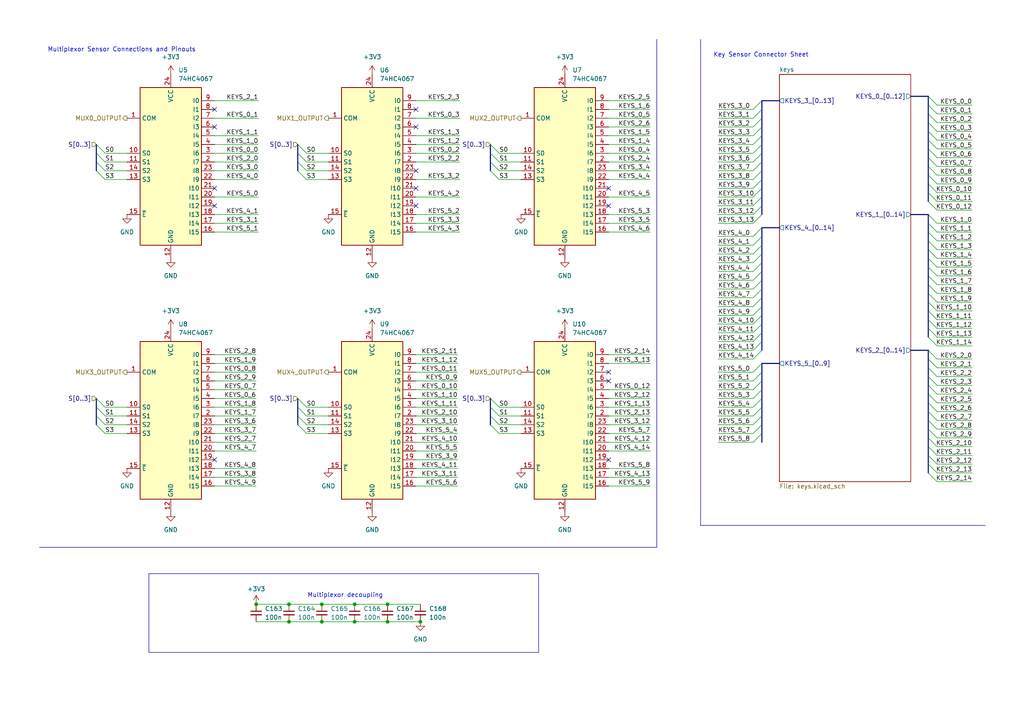
<source format=kicad_sch>
(kicad_sch
	(version 20231120)
	(generator "eeschema")
	(generator_version "8.0")
	(uuid "b5121f3a-34ae-4526-8f6b-2e0c1c690837")
	(paper "A4")
	(lib_symbols
		(symbol "74xx:CD74HC4067M"
			(exclude_from_sim no)
			(in_bom yes)
			(on_board yes)
			(property "Reference" "U"
				(at -8.89 22.86 0)
				(effects
					(font
						(size 1.27 1.27)
					)
					(justify left)
				)
			)
			(property "Value" "CD74HC4067M"
				(at 1.27 22.86 0)
				(effects
					(font
						(size 1.27 1.27)
					)
					(justify left)
				)
			)
			(property "Footprint" "Package_SO:SOIC-24W_7.5x15.4mm_P1.27mm"
				(at 22.86 -25.4 0)
				(effects
					(font
						(size 1.27 1.27)
						(italic yes)
					)
					(hide yes)
				)
			)
			(property "Datasheet" "http://www.ti.com/lit/ds/symlink/cd74hc4067.pdf"
				(at -8.89 21.59 0)
				(effects
					(font
						(size 1.27 1.27)
					)
					(hide yes)
				)
			)
			(property "Description" "High-Speed CMOS Logic 16-Channel Analog Multiplexer/Demultiplexer, SOIC-24"
				(at 0 0 0)
				(effects
					(font
						(size 1.27 1.27)
					)
					(hide yes)
				)
			)
			(property "ki_keywords" "multiplexer demultiplexer mux demux"
				(at 0 0 0)
				(effects
					(font
						(size 1.27 1.27)
					)
					(hide yes)
				)
			)
			(property "ki_fp_filters" "SOIC*W*7.5x15.4mm*P1.27mm*"
				(at 0 0 0)
				(effects
					(font
						(size 1.27 1.27)
					)
					(hide yes)
				)
			)
			(symbol "CD74HC4067M_0_1"
				(rectangle
					(start -8.89 21.59)
					(end 8.89 -24.13)
					(stroke
						(width 0.254)
						(type default)
					)
					(fill
						(type background)
					)
				)
			)
			(symbol "CD74HC4067M_1_1"
				(pin passive line
					(at -12.7 12.7 0)
					(length 3.81)
					(name "COM"
						(effects
							(font
								(size 1.27 1.27)
							)
						)
					)
					(number "1"
						(effects
							(font
								(size 1.27 1.27)
							)
						)
					)
				)
				(pin input line
					(at -12.7 2.54 0)
					(length 3.81)
					(name "S0"
						(effects
							(font
								(size 1.27 1.27)
							)
						)
					)
					(number "10"
						(effects
							(font
								(size 1.27 1.27)
							)
						)
					)
				)
				(pin input line
					(at -12.7 0 0)
					(length 3.81)
					(name "S1"
						(effects
							(font
								(size 1.27 1.27)
							)
						)
					)
					(number "11"
						(effects
							(font
								(size 1.27 1.27)
							)
						)
					)
				)
				(pin power_in line
					(at 0 -27.94 90)
					(length 3.81)
					(name "GND"
						(effects
							(font
								(size 1.27 1.27)
							)
						)
					)
					(number "12"
						(effects
							(font
								(size 1.27 1.27)
							)
						)
					)
				)
				(pin input line
					(at -12.7 -5.08 0)
					(length 3.81)
					(name "S3"
						(effects
							(font
								(size 1.27 1.27)
							)
						)
					)
					(number "13"
						(effects
							(font
								(size 1.27 1.27)
							)
						)
					)
				)
				(pin input line
					(at -12.7 -2.54 0)
					(length 3.81)
					(name "S2"
						(effects
							(font
								(size 1.27 1.27)
							)
						)
					)
					(number "14"
						(effects
							(font
								(size 1.27 1.27)
							)
						)
					)
				)
				(pin input line
					(at -12.7 -15.24 0)
					(length 3.81)
					(name "~{E}"
						(effects
							(font
								(size 1.27 1.27)
							)
						)
					)
					(number "15"
						(effects
							(font
								(size 1.27 1.27)
							)
						)
					)
				)
				(pin passive line
					(at 12.7 -20.32 180)
					(length 3.81)
					(name "I15"
						(effects
							(font
								(size 1.27 1.27)
							)
						)
					)
					(number "16"
						(effects
							(font
								(size 1.27 1.27)
							)
						)
					)
				)
				(pin passive line
					(at 12.7 -17.78 180)
					(length 3.81)
					(name "I14"
						(effects
							(font
								(size 1.27 1.27)
							)
						)
					)
					(number "17"
						(effects
							(font
								(size 1.27 1.27)
							)
						)
					)
				)
				(pin passive line
					(at 12.7 -15.24 180)
					(length 3.81)
					(name "I13"
						(effects
							(font
								(size 1.27 1.27)
							)
						)
					)
					(number "18"
						(effects
							(font
								(size 1.27 1.27)
							)
						)
					)
				)
				(pin passive line
					(at 12.7 -12.7 180)
					(length 3.81)
					(name "I12"
						(effects
							(font
								(size 1.27 1.27)
							)
						)
					)
					(number "19"
						(effects
							(font
								(size 1.27 1.27)
							)
						)
					)
				)
				(pin passive line
					(at 12.7 0 180)
					(length 3.81)
					(name "I7"
						(effects
							(font
								(size 1.27 1.27)
							)
						)
					)
					(number "2"
						(effects
							(font
								(size 1.27 1.27)
							)
						)
					)
				)
				(pin passive line
					(at 12.7 -10.16 180)
					(length 3.81)
					(name "I11"
						(effects
							(font
								(size 1.27 1.27)
							)
						)
					)
					(number "20"
						(effects
							(font
								(size 1.27 1.27)
							)
						)
					)
				)
				(pin passive line
					(at 12.7 -7.62 180)
					(length 3.81)
					(name "I10"
						(effects
							(font
								(size 1.27 1.27)
							)
						)
					)
					(number "21"
						(effects
							(font
								(size 1.27 1.27)
							)
						)
					)
				)
				(pin passive line
					(at 12.7 -5.08 180)
					(length 3.81)
					(name "I9"
						(effects
							(font
								(size 1.27 1.27)
							)
						)
					)
					(number "22"
						(effects
							(font
								(size 1.27 1.27)
							)
						)
					)
				)
				(pin passive line
					(at 12.7 -2.54 180)
					(length 3.81)
					(name "I8"
						(effects
							(font
								(size 1.27 1.27)
							)
						)
					)
					(number "23"
						(effects
							(font
								(size 1.27 1.27)
							)
						)
					)
				)
				(pin power_in line
					(at 0 25.4 270)
					(length 3.81)
					(name "VCC"
						(effects
							(font
								(size 1.27 1.27)
							)
						)
					)
					(number "24"
						(effects
							(font
								(size 1.27 1.27)
							)
						)
					)
				)
				(pin passive line
					(at 12.7 2.54 180)
					(length 3.81)
					(name "I6"
						(effects
							(font
								(size 1.27 1.27)
							)
						)
					)
					(number "3"
						(effects
							(font
								(size 1.27 1.27)
							)
						)
					)
				)
				(pin passive line
					(at 12.7 5.08 180)
					(length 3.81)
					(name "I5"
						(effects
							(font
								(size 1.27 1.27)
							)
						)
					)
					(number "4"
						(effects
							(font
								(size 1.27 1.27)
							)
						)
					)
				)
				(pin passive line
					(at 12.7 7.62 180)
					(length 3.81)
					(name "I4"
						(effects
							(font
								(size 1.27 1.27)
							)
						)
					)
					(number "5"
						(effects
							(font
								(size 1.27 1.27)
							)
						)
					)
				)
				(pin passive line
					(at 12.7 10.16 180)
					(length 3.81)
					(name "I3"
						(effects
							(font
								(size 1.27 1.27)
							)
						)
					)
					(number "6"
						(effects
							(font
								(size 1.27 1.27)
							)
						)
					)
				)
				(pin passive line
					(at 12.7 12.7 180)
					(length 3.81)
					(name "I2"
						(effects
							(font
								(size 1.27 1.27)
							)
						)
					)
					(number "7"
						(effects
							(font
								(size 1.27 1.27)
							)
						)
					)
				)
				(pin passive line
					(at 12.7 15.24 180)
					(length 3.81)
					(name "I1"
						(effects
							(font
								(size 1.27 1.27)
							)
						)
					)
					(number "8"
						(effects
							(font
								(size 1.27 1.27)
							)
						)
					)
				)
				(pin passive line
					(at 12.7 17.78 180)
					(length 3.81)
					(name "I0"
						(effects
							(font
								(size 1.27 1.27)
							)
						)
					)
					(number "9"
						(effects
							(font
								(size 1.27 1.27)
							)
						)
					)
				)
			)
		)
		(symbol "Device:C_Small"
			(pin_numbers hide)
			(pin_names
				(offset 0.254) hide)
			(exclude_from_sim no)
			(in_bom yes)
			(on_board yes)
			(property "Reference" "C"
				(at 0.254 1.778 0)
				(effects
					(font
						(size 1.27 1.27)
					)
					(justify left)
				)
			)
			(property "Value" "C_Small"
				(at 0.254 -2.032 0)
				(effects
					(font
						(size 1.27 1.27)
					)
					(justify left)
				)
			)
			(property "Footprint" ""
				(at 0 0 0)
				(effects
					(font
						(size 1.27 1.27)
					)
					(hide yes)
				)
			)
			(property "Datasheet" "~"
				(at 0 0 0)
				(effects
					(font
						(size 1.27 1.27)
					)
					(hide yes)
				)
			)
			(property "Description" "Unpolarized capacitor, small symbol"
				(at 0 0 0)
				(effects
					(font
						(size 1.27 1.27)
					)
					(hide yes)
				)
			)
			(property "ki_keywords" "capacitor cap"
				(at 0 0 0)
				(effects
					(font
						(size 1.27 1.27)
					)
					(hide yes)
				)
			)
			(property "ki_fp_filters" "C_*"
				(at 0 0 0)
				(effects
					(font
						(size 1.27 1.27)
					)
					(hide yes)
				)
			)
			(symbol "C_Small_0_1"
				(polyline
					(pts
						(xy -1.524 -0.508) (xy 1.524 -0.508)
					)
					(stroke
						(width 0.3302)
						(type default)
					)
					(fill
						(type none)
					)
				)
				(polyline
					(pts
						(xy -1.524 0.508) (xy 1.524 0.508)
					)
					(stroke
						(width 0.3048)
						(type default)
					)
					(fill
						(type none)
					)
				)
			)
			(symbol "C_Small_1_1"
				(pin passive line
					(at 0 2.54 270)
					(length 2.032)
					(name "~"
						(effects
							(font
								(size 1.27 1.27)
							)
						)
					)
					(number "1"
						(effects
							(font
								(size 1.27 1.27)
							)
						)
					)
				)
				(pin passive line
					(at 0 -2.54 90)
					(length 2.032)
					(name "~"
						(effects
							(font
								(size 1.27 1.27)
							)
						)
					)
					(number "2"
						(effects
							(font
								(size 1.27 1.27)
							)
						)
					)
				)
			)
		)
		(symbol "power:+3V3"
			(power)
			(pin_numbers hide)
			(pin_names
				(offset 0) hide)
			(exclude_from_sim no)
			(in_bom yes)
			(on_board yes)
			(property "Reference" "#PWR"
				(at 0 -3.81 0)
				(effects
					(font
						(size 1.27 1.27)
					)
					(hide yes)
				)
			)
			(property "Value" "+3V3"
				(at 0 3.556 0)
				(effects
					(font
						(size 1.27 1.27)
					)
				)
			)
			(property "Footprint" ""
				(at 0 0 0)
				(effects
					(font
						(size 1.27 1.27)
					)
					(hide yes)
				)
			)
			(property "Datasheet" ""
				(at 0 0 0)
				(effects
					(font
						(size 1.27 1.27)
					)
					(hide yes)
				)
			)
			(property "Description" "Power symbol creates a global label with name \"+3V3\""
				(at 0 0 0)
				(effects
					(font
						(size 1.27 1.27)
					)
					(hide yes)
				)
			)
			(property "ki_keywords" "global power"
				(at 0 0 0)
				(effects
					(font
						(size 1.27 1.27)
					)
					(hide yes)
				)
			)
			(symbol "+3V3_0_1"
				(polyline
					(pts
						(xy -0.762 1.27) (xy 0 2.54)
					)
					(stroke
						(width 0)
						(type default)
					)
					(fill
						(type none)
					)
				)
				(polyline
					(pts
						(xy 0 0) (xy 0 2.54)
					)
					(stroke
						(width 0)
						(type default)
					)
					(fill
						(type none)
					)
				)
				(polyline
					(pts
						(xy 0 2.54) (xy 0.762 1.27)
					)
					(stroke
						(width 0)
						(type default)
					)
					(fill
						(type none)
					)
				)
			)
			(symbol "+3V3_1_1"
				(pin power_in line
					(at 0 0 90)
					(length 0)
					(name "~"
						(effects
							(font
								(size 1.27 1.27)
							)
						)
					)
					(number "1"
						(effects
							(font
								(size 1.27 1.27)
							)
						)
					)
				)
			)
		)
		(symbol "power:GND"
			(power)
			(pin_numbers hide)
			(pin_names
				(offset 0) hide)
			(exclude_from_sim no)
			(in_bom yes)
			(on_board yes)
			(property "Reference" "#PWR"
				(at 0 -6.35 0)
				(effects
					(font
						(size 1.27 1.27)
					)
					(hide yes)
				)
			)
			(property "Value" "GND"
				(at 0 -3.81 0)
				(effects
					(font
						(size 1.27 1.27)
					)
				)
			)
			(property "Footprint" ""
				(at 0 0 0)
				(effects
					(font
						(size 1.27 1.27)
					)
					(hide yes)
				)
			)
			(property "Datasheet" ""
				(at 0 0 0)
				(effects
					(font
						(size 1.27 1.27)
					)
					(hide yes)
				)
			)
			(property "Description" "Power symbol creates a global label with name \"GND\" , ground"
				(at 0 0 0)
				(effects
					(font
						(size 1.27 1.27)
					)
					(hide yes)
				)
			)
			(property "ki_keywords" "global power"
				(at 0 0 0)
				(effects
					(font
						(size 1.27 1.27)
					)
					(hide yes)
				)
			)
			(symbol "GND_0_1"
				(polyline
					(pts
						(xy 0 0) (xy 0 -1.27) (xy 1.27 -1.27) (xy 0 -2.54) (xy -1.27 -1.27) (xy 0 -1.27)
					)
					(stroke
						(width 0)
						(type default)
					)
					(fill
						(type none)
					)
				)
			)
			(symbol "GND_1_1"
				(pin power_in line
					(at 0 0 270)
					(length 0)
					(name "~"
						(effects
							(font
								(size 1.27 1.27)
							)
						)
					)
					(number "1"
						(effects
							(font
								(size 1.27 1.27)
							)
						)
					)
				)
			)
		)
	)
	(junction
		(at 112.395 180.34)
		(diameter 0)
		(color 0 0 0 0)
		(uuid "144291b5-d3d6-4643-a645-e1115f951ef8")
	)
	(junction
		(at 102.87 175.26)
		(diameter 0)
		(color 0 0 0 0)
		(uuid "296677c0-4779-47bb-bc7d-0c77de0d022a")
	)
	(junction
		(at 83.82 175.26)
		(diameter 0)
		(color 0 0 0 0)
		(uuid "362f5344-c136-4e28-80a6-6926681daa39")
	)
	(junction
		(at 93.345 175.26)
		(diameter 0)
		(color 0 0 0 0)
		(uuid "3cab6149-6139-4c2c-b11d-1c6ac97e0aeb")
	)
	(junction
		(at 93.345 180.34)
		(diameter 0)
		(color 0 0 0 0)
		(uuid "55118be9-c8e9-403f-8fe6-45b98c29f4ae")
	)
	(junction
		(at 83.82 180.34)
		(diameter 0)
		(color 0 0 0 0)
		(uuid "5a799341-edd9-4495-b2ac-a816fe318fa0")
	)
	(junction
		(at 121.92 180.34)
		(diameter 0)
		(color 0 0 0 0)
		(uuid "75dc1f46-68d5-4f63-852d-19e797a2f08a")
	)
	(junction
		(at 74.295 175.26)
		(diameter 0)
		(color 0 0 0 0)
		(uuid "99c780d7-b90e-44ed-bbb6-3fcb4ddd604f")
	)
	(junction
		(at 112.395 175.26)
		(diameter 0)
		(color 0 0 0 0)
		(uuid "9ecc4ed6-f013-4416-8510-9f5bcd7da303")
	)
	(junction
		(at 102.87 180.34)
		(diameter 0)
		(color 0 0 0 0)
		(uuid "a38e9b89-d231-45ad-b705-8cdc65eac953")
	)
	(no_connect
		(at 176.53 59.69)
		(uuid "04f4cb5f-00e3-46b1-9e98-f5c60e397e35")
	)
	(no_connect
		(at 62.23 31.75)
		(uuid "1ada46e4-3cd0-4b76-bd79-e7e1c4439f13")
	)
	(no_connect
		(at 120.65 49.53)
		(uuid "231a6d77-ebfe-436a-a599-5ccfa521a291")
	)
	(no_connect
		(at 176.53 107.95)
		(uuid "2a034a70-c69f-420c-94bc-d88f272ffc41")
	)
	(no_connect
		(at 176.53 133.35)
		(uuid "72994c63-99c0-45d9-9a12-eff4cb6457b5")
	)
	(no_connect
		(at 62.23 59.69)
		(uuid "83c7ef8b-111b-4466-a8c0-5ec7cf9d36fc")
	)
	(no_connect
		(at 176.53 110.49)
		(uuid "87b8c129-9a7b-481e-a277-c50912691ceb")
	)
	(no_connect
		(at 62.23 133.35)
		(uuid "964ca7d8-5a63-4511-b5a1-6db6126f7506")
	)
	(no_connect
		(at 120.65 31.75)
		(uuid "a1853254-a804-4f49-b608-ea3f4b97d2e0")
	)
	(no_connect
		(at 120.65 54.61)
		(uuid "b1d7aa22-aead-40c3-9278-e08d30218a91")
	)
	(no_connect
		(at 176.53 54.61)
		(uuid "b222c592-1b05-4e9d-b734-9d3987d346c5")
	)
	(no_connect
		(at 62.23 36.83)
		(uuid "b3acc3c4-9e45-43b0-95fb-68ebe350a0a4")
	)
	(no_connect
		(at 120.65 36.83)
		(uuid "c81a9128-2938-45a9-be11-861041b3cab5")
	)
	(no_connect
		(at 62.23 54.61)
		(uuid "d837a0ed-4ede-4c85-95cb-b287d5bc2819")
	)
	(no_connect
		(at 120.65 59.69)
		(uuid "e6b690d4-5c00-429f-978b-1f32c68af180")
	)
	(bus_entry
		(at 220.98 81.28)
		(size -2.54 2.54)
		(stroke
			(width 0)
			(type default)
		)
		(uuid "002dad5d-a195-448c-979d-5a750756350a")
	)
	(bus_entry
		(at 220.98 71.12)
		(size -2.54 2.54)
		(stroke
			(width 0)
			(type default)
		)
		(uuid "01d67727-09ea-4da6-a3f9-56a2b00c3918")
	)
	(bus_entry
		(at 86.36 49.53)
		(size 2.54 2.54)
		(stroke
			(width 0)
			(type default)
		)
		(uuid "04604e04-2c33-417d-b760-ec17a809f48c")
	)
	(bus_entry
		(at 220.98 68.58)
		(size -2.54 2.54)
		(stroke
			(width 0)
			(type default)
		)
		(uuid "060060f1-2a04-4751-a9f9-9b8621a6a754")
	)
	(bus_entry
		(at 142.24 49.53)
		(size 2.54 2.54)
		(stroke
			(width 0)
			(type default)
		)
		(uuid "0685c067-371a-45d9-8f03-5049467a20e2")
	)
	(bus_entry
		(at 220.98 113.03)
		(size -2.54 2.54)
		(stroke
			(width 0)
			(type default)
		)
		(uuid "0d4e89f7-bd69-4b98-bd12-7576bc3f86c3")
	)
	(bus_entry
		(at 220.98 110.49)
		(size -2.54 2.54)
		(stroke
			(width 0)
			(type default)
		)
		(uuid "0fd8ed30-12c5-4eb7-b383-793a728bfd88")
	)
	(bus_entry
		(at 269.24 27.94)
		(size 2.54 2.54)
		(stroke
			(width 0)
			(type default)
		)
		(uuid "12c124c4-a30c-4bf0-bd38-3445f339e959")
	)
	(bus_entry
		(at 220.98 52.07)
		(size -2.54 2.54)
		(stroke
			(width 0)
			(type default)
		)
		(uuid "15101ad8-0948-4cd7-b87f-fe86d96808c1")
	)
	(bus_entry
		(at 220.98 62.23)
		(size -2.54 2.54)
		(stroke
			(width 0)
			(type default)
		)
		(uuid "17112a77-b568-4d67-a794-3e763268333c")
	)
	(bus_entry
		(at 27.94 123.19)
		(size 2.54 2.54)
		(stroke
			(width 0)
			(type default)
		)
		(uuid "1c22e6bb-a452-47cd-bd86-220ddbe4856e")
	)
	(bus_entry
		(at 269.24 104.14)
		(size 2.54 2.54)
		(stroke
			(width 0)
			(type default)
		)
		(uuid "1e16bf77-3b51-4d8a-9f92-b7b7c4fb2e19")
	)
	(bus_entry
		(at 269.24 30.48)
		(size 2.54 2.54)
		(stroke
			(width 0)
			(type default)
		)
		(uuid "20504d16-b4e1-4701-8817-ebf8c973df3e")
	)
	(bus_entry
		(at 269.24 80.01)
		(size 2.54 2.54)
		(stroke
			(width 0)
			(type default)
		)
		(uuid "21294a98-f935-43c8-977a-7744a77d3e50")
	)
	(bus_entry
		(at 142.24 46.99)
		(size 2.54 2.54)
		(stroke
			(width 0)
			(type default)
		)
		(uuid "216d3573-ddb5-4842-94f0-41faf9596c82")
	)
	(bus_entry
		(at 220.98 125.73)
		(size -2.54 2.54)
		(stroke
			(width 0)
			(type default)
		)
		(uuid "241bcc77-2fe9-4e6b-812f-d6df951dabce")
	)
	(bus_entry
		(at 220.98 44.45)
		(size -2.54 2.54)
		(stroke
			(width 0)
			(type default)
		)
		(uuid "24c168d1-b7f0-4277-97b9-ee09c8620743")
	)
	(bus_entry
		(at 220.98 96.52)
		(size -2.54 2.54)
		(stroke
			(width 0)
			(type default)
		)
		(uuid "2a982fca-6e8e-4ec7-bdfa-33f7f3e0d7c4")
	)
	(bus_entry
		(at 142.24 123.19)
		(size 2.54 2.54)
		(stroke
			(width 0)
			(type default)
		)
		(uuid "2b03d929-8fa9-43b1-bf15-8699e078e437")
	)
	(bus_entry
		(at 220.98 57.15)
		(size -2.54 2.54)
		(stroke
			(width 0)
			(type default)
		)
		(uuid "2c31ed85-ad78-4061-964b-5c66c234e258")
	)
	(bus_entry
		(at 269.24 106.68)
		(size 2.54 2.54)
		(stroke
			(width 0)
			(type default)
		)
		(uuid "31db98db-c8a3-4a81-ba98-13043e041434")
	)
	(bus_entry
		(at 220.98 46.99)
		(size -2.54 2.54)
		(stroke
			(width 0)
			(type default)
		)
		(uuid "340684e1-4e56-4086-8e7e-9e179d9273b8")
	)
	(bus_entry
		(at 269.24 40.64)
		(size 2.54 2.54)
		(stroke
			(width 0)
			(type default)
		)
		(uuid "3769d33e-4a24-4dae-b1ad-15a96e161ebe")
	)
	(bus_entry
		(at 27.94 41.91)
		(size 2.54 2.54)
		(stroke
			(width 0)
			(type default)
		)
		(uuid "3842b074-b1eb-4283-aa2b-7cbb8de4c8e6")
	)
	(bus_entry
		(at 220.98 115.57)
		(size -2.54 2.54)
		(stroke
			(width 0)
			(type default)
		)
		(uuid "38aa6630-227d-4b38-8396-408d9f8f2a16")
	)
	(bus_entry
		(at 269.24 72.39)
		(size 2.54 2.54)
		(stroke
			(width 0)
			(type default)
		)
		(uuid "397a25b0-1aa8-40ed-8f7b-0bc0d7badcfa")
	)
	(bus_entry
		(at 269.24 85.09)
		(size 2.54 2.54)
		(stroke
			(width 0)
			(type default)
		)
		(uuid "3a7dc7ab-2daa-44e8-a079-ebfacccf1a94")
	)
	(bus_entry
		(at 269.24 137.16)
		(size 2.54 2.54)
		(stroke
			(width 0)
			(type default)
		)
		(uuid "4396cb73-2356-497a-8cb2-4b570af176f0")
	)
	(bus_entry
		(at 269.24 45.72)
		(size 2.54 2.54)
		(stroke
			(width 0)
			(type default)
		)
		(uuid "43a92ab4-42ed-4218-bd93-d4a8e430669c")
	)
	(bus_entry
		(at 269.24 97.79)
		(size 2.54 2.54)
		(stroke
			(width 0)
			(type default)
		)
		(uuid "4614f3dd-a080-4b42-bc50-5fa17eba21bc")
	)
	(bus_entry
		(at 220.98 91.44)
		(size -2.54 2.54)
		(stroke
			(width 0)
			(type default)
		)
		(uuid "4a4bf67b-d929-4a63-bdbf-fc0da9621d0e")
	)
	(bus_entry
		(at 86.36 41.91)
		(size 2.54 2.54)
		(stroke
			(width 0)
			(type default)
		)
		(uuid "4b5826c1-f751-4678-b10e-1b64ea109abe")
	)
	(bus_entry
		(at 269.24 53.34)
		(size 2.54 2.54)
		(stroke
			(width 0)
			(type default)
		)
		(uuid "500422d1-7678-47ab-9cc3-0c67c900f2a3")
	)
	(bus_entry
		(at 269.24 114.3)
		(size 2.54 2.54)
		(stroke
			(width 0)
			(type default)
		)
		(uuid "547de290-8eb5-447b-b2f6-82ada8404bc4")
	)
	(bus_entry
		(at 269.24 62.23)
		(size 2.54 2.54)
		(stroke
			(width 0)
			(type default)
		)
		(uuid "54a0a26e-7468-470c-a1fa-3edc4d0dfd22")
	)
	(bus_entry
		(at 269.24 95.25)
		(size 2.54 2.54)
		(stroke
			(width 0)
			(type default)
		)
		(uuid "582245b4-0091-4272-9645-6e3825b3cc5b")
	)
	(bus_entry
		(at 269.24 121.92)
		(size 2.54 2.54)
		(stroke
			(width 0)
			(type default)
		)
		(uuid "5855751f-054c-439f-b3d6-12c99ad3cf18")
	)
	(bus_entry
		(at 27.94 115.57)
		(size 2.54 2.54)
		(stroke
			(width 0)
			(type default)
		)
		(uuid "5b74d579-d1bd-405a-a2f2-ecbcc276f0d8")
	)
	(bus_entry
		(at 86.36 118.11)
		(size 2.54 2.54)
		(stroke
			(width 0)
			(type default)
		)
		(uuid "648bfcc0-72be-47a8-ab4e-cfb2e50e866d")
	)
	(bus_entry
		(at 27.94 44.45)
		(size 2.54 2.54)
		(stroke
			(width 0)
			(type default)
		)
		(uuid "651c5c33-26be-4ea2-a58c-94afde2a00a6")
	)
	(bus_entry
		(at 269.24 90.17)
		(size 2.54 2.54)
		(stroke
			(width 0)
			(type default)
		)
		(uuid "68bce76c-92a6-4df7-bc71-a878048359de")
	)
	(bus_entry
		(at 269.24 109.22)
		(size 2.54 2.54)
		(stroke
			(width 0)
			(type default)
		)
		(uuid "696437cb-1480-4ed5-889c-9a4c4543fbd7")
	)
	(bus_entry
		(at 220.98 31.75)
		(size -2.54 2.54)
		(stroke
			(width 0)
			(type default)
		)
		(uuid "69b9a62b-f62f-40e5-b80d-d4b8110f4df1")
	)
	(bus_entry
		(at 142.24 118.11)
		(size 2.54 2.54)
		(stroke
			(width 0)
			(type default)
		)
		(uuid "7052e943-cb5d-4cb1-b67c-8fcdcd82552a")
	)
	(bus_entry
		(at 220.98 107.95)
		(size -2.54 2.54)
		(stroke
			(width 0)
			(type default)
		)
		(uuid "723c6cb6-2d14-42b0-9994-3660bd4c43b9")
	)
	(bus_entry
		(at 269.24 92.71)
		(size 2.54 2.54)
		(stroke
			(width 0)
			(type default)
		)
		(uuid "731e1d39-8649-4b3d-9444-63b466b80ecb")
	)
	(bus_entry
		(at 220.98 101.6)
		(size -2.54 2.54)
		(stroke
			(width 0)
			(type default)
		)
		(uuid "744b4750-2949-4e6a-9378-79368b44b70d")
	)
	(bus_entry
		(at 269.24 132.08)
		(size 2.54 2.54)
		(stroke
			(width 0)
			(type default)
		)
		(uuid "74871417-dbc2-4cd3-9574-4a1c1482733c")
	)
	(bus_entry
		(at 27.94 49.53)
		(size 2.54 2.54)
		(stroke
			(width 0)
			(type default)
		)
		(uuid "7582299c-2675-4dad-9723-cf2ce965cdae")
	)
	(bus_entry
		(at 269.24 69.85)
		(size 2.54 2.54)
		(stroke
			(width 0)
			(type default)
		)
		(uuid "75cb45d2-21c2-4afb-8380-74a7ceb6c0e2")
	)
	(bus_entry
		(at 86.36 120.65)
		(size 2.54 2.54)
		(stroke
			(width 0)
			(type default)
		)
		(uuid "79020c94-d949-41dc-89a0-364129b9290c")
	)
	(bus_entry
		(at 220.98 54.61)
		(size -2.54 2.54)
		(stroke
			(width 0)
			(type default)
		)
		(uuid "79371f8a-4d8f-4881-82e6-81257a5a40e0")
	)
	(bus_entry
		(at 269.24 74.93)
		(size 2.54 2.54)
		(stroke
			(width 0)
			(type default)
		)
		(uuid "7aa903d2-8c6e-4e21-9bac-e3b1c02a83e5")
	)
	(bus_entry
		(at 142.24 120.65)
		(size 2.54 2.54)
		(stroke
			(width 0)
			(type default)
		)
		(uuid "7f2ae32c-d72f-4bb9-8216-16a32962e547")
	)
	(bus_entry
		(at 220.98 49.53)
		(size -2.54 2.54)
		(stroke
			(width 0)
			(type default)
		)
		(uuid "7f588a48-a064-4f16-98c2-985a88bbb25d")
	)
	(bus_entry
		(at 27.94 118.11)
		(size 2.54 2.54)
		(stroke
			(width 0)
			(type default)
		)
		(uuid "7ff118aa-a372-4a8a-b782-c868ff2221f3")
	)
	(bus_entry
		(at 269.24 116.84)
		(size 2.54 2.54)
		(stroke
			(width 0)
			(type default)
		)
		(uuid "8414098d-b100-492c-91b6-5716aec64a7d")
	)
	(bus_entry
		(at 86.36 115.57)
		(size 2.54 2.54)
		(stroke
			(width 0)
			(type default)
		)
		(uuid "8d35209a-1b4e-4884-9326-a29ab5c042af")
	)
	(bus_entry
		(at 269.24 38.1)
		(size 2.54 2.54)
		(stroke
			(width 0)
			(type default)
		)
		(uuid "97efda59-6ea3-4ab0-b078-3f12ef4a1a15")
	)
	(bus_entry
		(at 220.98 88.9)
		(size -2.54 2.54)
		(stroke
			(width 0)
			(type default)
		)
		(uuid "99bd7e0a-c46f-4cf5-8f08-31409e2712bb")
	)
	(bus_entry
		(at 220.98 123.19)
		(size -2.54 2.54)
		(stroke
			(width 0)
			(type default)
		)
		(uuid "9a41f511-2616-466b-867d-bab6a0a141e0")
	)
	(bus_entry
		(at 220.98 118.11)
		(size -2.54 2.54)
		(stroke
			(width 0)
			(type default)
		)
		(uuid "9a57150f-d623-4c19-b867-0f09bdb3bd93")
	)
	(bus_entry
		(at 269.24 134.62)
		(size 2.54 2.54)
		(stroke
			(width 0)
			(type default)
		)
		(uuid "9dd868ab-8790-46d2-85bb-91e7b89f9eb2")
	)
	(bus_entry
		(at 220.98 36.83)
		(size -2.54 2.54)
		(stroke
			(width 0)
			(type default)
		)
		(uuid "a135f052-ae98-4813-8bb2-2ef5196db9c9")
	)
	(bus_entry
		(at 220.98 105.41)
		(size -2.54 2.54)
		(stroke
			(width 0)
			(type default)
		)
		(uuid "a1377292-8a6f-4b44-9830-06f408e2bd37")
	)
	(bus_entry
		(at 220.98 76.2)
		(size -2.54 2.54)
		(stroke
			(width 0)
			(type default)
		)
		(uuid "a1702d29-23b3-4859-a58d-928a5040cf79")
	)
	(bus_entry
		(at 269.24 33.02)
		(size 2.54 2.54)
		(stroke
			(width 0)
			(type default)
		)
		(uuid "a1b87633-95a9-4143-89b5-6ff5a5354fe0")
	)
	(bus_entry
		(at 269.24 35.56)
		(size 2.54 2.54)
		(stroke
			(width 0)
			(type default)
		)
		(uuid "a1c196c8-db8f-42b0-a7db-4667dfb9789d")
	)
	(bus_entry
		(at 220.98 83.82)
		(size -2.54 2.54)
		(stroke
			(width 0)
			(type default)
		)
		(uuid "a1fd95aa-9ba1-435d-9b23-0fab2956dd23")
	)
	(bus_entry
		(at 269.24 82.55)
		(size 2.54 2.54)
		(stroke
			(width 0)
			(type default)
		)
		(uuid "a32cd9fd-6c42-4964-831e-6d69a99c3355")
	)
	(bus_entry
		(at 86.36 123.19)
		(size 2.54 2.54)
		(stroke
			(width 0)
			(type default)
		)
		(uuid "a43499d1-959b-4582-9643-c17f817bcc13")
	)
	(bus_entry
		(at 220.98 99.06)
		(size -2.54 2.54)
		(stroke
			(width 0)
			(type default)
		)
		(uuid "a6c4fa83-eeed-4b5c-b921-5780523ddf32")
	)
	(bus_entry
		(at 269.24 55.88)
		(size 2.54 2.54)
		(stroke
			(width 0)
			(type default)
		)
		(uuid "a8a5a587-4679-4896-be9f-9acfb2f8ee49")
	)
	(bus_entry
		(at 269.24 124.46)
		(size 2.54 2.54)
		(stroke
			(width 0)
			(type default)
		)
		(uuid "aad88c74-58a1-4244-81f1-4bde8cdc560c")
	)
	(bus_entry
		(at 86.36 46.99)
		(size 2.54 2.54)
		(stroke
			(width 0)
			(type default)
		)
		(uuid "ab137bd9-3464-49f9-aff2-ebb3b79a6a9b")
	)
	(bus_entry
		(at 269.24 129.54)
		(size 2.54 2.54)
		(stroke
			(width 0)
			(type default)
		)
		(uuid "ab821dbd-7165-4613-b33e-1f7eed4477b4")
	)
	(bus_entry
		(at 269.24 87.63)
		(size 2.54 2.54)
		(stroke
			(width 0)
			(type default)
		)
		(uuid "aed20273-3ccd-4d82-8e92-3bbfa65f81af")
	)
	(bus_entry
		(at 27.94 120.65)
		(size 2.54 2.54)
		(stroke
			(width 0)
			(type default)
		)
		(uuid "b00414da-01be-4916-b00d-706eaab8cbc9")
	)
	(bus_entry
		(at 86.36 44.45)
		(size 2.54 2.54)
		(stroke
			(width 0)
			(type default)
		)
		(uuid "b25d42c1-f59c-4a71-a275-70d486df2d7c")
	)
	(bus_entry
		(at 269.24 50.8)
		(size 2.54 2.54)
		(stroke
			(width 0)
			(type default)
		)
		(uuid "b4cea425-308e-46e0-a07a-98afe976d6c6")
	)
	(bus_entry
		(at 220.98 73.66)
		(size -2.54 2.54)
		(stroke
			(width 0)
			(type default)
		)
		(uuid "b5ea41ae-dd35-465b-b019-6f2dc6391dcc")
	)
	(bus_entry
		(at 269.24 67.31)
		(size 2.54 2.54)
		(stroke
			(width 0)
			(type default)
		)
		(uuid "b82d8ba6-d364-4bd4-9b9d-b0d651923155")
	)
	(bus_entry
		(at 142.24 41.91)
		(size 2.54 2.54)
		(stroke
			(width 0)
			(type default)
		)
		(uuid "bcf54472-6783-4a6d-8b18-d606e1f8f75c")
	)
	(bus_entry
		(at 220.98 120.65)
		(size -2.54 2.54)
		(stroke
			(width 0)
			(type default)
		)
		(uuid "bf73a585-1c0e-4195-a006-a34dc79e2a92")
	)
	(bus_entry
		(at 220.98 34.29)
		(size -2.54 2.54)
		(stroke
			(width 0)
			(type default)
		)
		(uuid "c4c5f3b1-9a8a-4607-81fb-b32b021bf4c9")
	)
	(bus_entry
		(at 269.24 58.42)
		(size 2.54 2.54)
		(stroke
			(width 0)
			(type default)
		)
		(uuid "cb256e43-4376-4ed3-a4dc-95ed575a0348")
	)
	(bus_entry
		(at 269.24 111.76)
		(size 2.54 2.54)
		(stroke
			(width 0)
			(type default)
		)
		(uuid "cf077022-b0ce-4916-8db0-073f108cb8a5")
	)
	(bus_entry
		(at 220.98 78.74)
		(size -2.54 2.54)
		(stroke
			(width 0)
			(type default)
		)
		(uuid "d111ff0d-7247-4c1a-baec-866768f104b6")
	)
	(bus_entry
		(at 220.98 66.04)
		(size -2.54 2.54)
		(stroke
			(width 0)
			(type default)
		)
		(uuid "d1437ace-55cf-4132-8fca-b9f66db062c5")
	)
	(bus_entry
		(at 142.24 115.57)
		(size 2.54 2.54)
		(stroke
			(width 0)
			(type default)
		)
		(uuid "d89af855-cec3-4e9b-8f07-21a87a9329b1")
	)
	(bus_entry
		(at 142.24 44.45)
		(size 2.54 2.54)
		(stroke
			(width 0)
			(type default)
		)
		(uuid "d8a3ac63-7797-4f7c-afc9-fb9dd17bdcfd")
	)
	(bus_entry
		(at 269.24 77.47)
		(size 2.54 2.54)
		(stroke
			(width 0)
			(type default)
		)
		(uuid "db32ff6a-76da-435f-9315-9801e1fc1f54")
	)
	(bus_entry
		(at 269.24 127)
		(size 2.54 2.54)
		(stroke
			(width 0)
			(type default)
		)
		(uuid "ded303ca-51cb-41be-8bf3-80322fe9b021")
	)
	(bus_entry
		(at 220.98 93.98)
		(size -2.54 2.54)
		(stroke
			(width 0)
			(type default)
		)
		(uuid "df789297-426a-42ad-904b-9fd78cd94865")
	)
	(bus_entry
		(at 220.98 29.21)
		(size -2.54 2.54)
		(stroke
			(width 0)
			(type default)
		)
		(uuid "e054e268-3741-4e85-973d-621b5ae07049")
	)
	(bus_entry
		(at 269.24 43.18)
		(size 2.54 2.54)
		(stroke
			(width 0)
			(type default)
		)
		(uuid "e150a65e-1feb-42e8-869f-9e91d66b1921")
	)
	(bus_entry
		(at 220.98 86.36)
		(size -2.54 2.54)
		(stroke
			(width 0)
			(type default)
		)
		(uuid "e1f12cf7-ca63-422a-984a-64950f2f82fa")
	)
	(bus_entry
		(at 220.98 41.91)
		(size -2.54 2.54)
		(stroke
			(width 0)
			(type default)
		)
		(uuid "ed50c2d7-153b-462d-8dd0-685515c2e587")
	)
	(bus_entry
		(at 269.24 119.38)
		(size 2.54 2.54)
		(stroke
			(width 0)
			(type default)
		)
		(uuid "f0f72df3-7c00-4b09-944b-6385691f5515")
	)
	(bus_entry
		(at 269.24 64.77)
		(size 2.54 2.54)
		(stroke
			(width 0)
			(type default)
		)
		(uuid "f47fb595-64a1-4945-be31-c0deff7e8b9b")
	)
	(bus_entry
		(at 269.24 101.6)
		(size 2.54 2.54)
		(stroke
			(width 0)
			(type default)
		)
		(uuid "f7fe4c03-c5f7-4b26-856e-bbd9e515b66e")
	)
	(bus_entry
		(at 220.98 39.37)
		(size -2.54 2.54)
		(stroke
			(width 0)
			(type default)
		)
		(uuid "f99db650-59b3-4796-980d-061b70f81788")
	)
	(bus_entry
		(at 220.98 59.69)
		(size -2.54 2.54)
		(stroke
			(width 0)
			(type default)
		)
		(uuid "fa7eeb7e-00d3-4e74-9148-1578c3585d36")
	)
	(bus_entry
		(at 269.24 48.26)
		(size 2.54 2.54)
		(stroke
			(width 0)
			(type default)
		)
		(uuid "fe302be8-67e6-4639-9276-dd741dba4434")
	)
	(bus_entry
		(at 27.94 46.99)
		(size 2.54 2.54)
		(stroke
			(width 0)
			(type default)
		)
		(uuid "ffa985aa-6969-4fba-8dbe-9c06e37467ef")
	)
	(wire
		(pts
			(xy 271.78 104.14) (xy 281.94 104.14)
		)
		(stroke
			(width 0)
			(type default)
		)
		(uuid "002307b1-4133-45b4-91b7-58b125dd2193")
	)
	(wire
		(pts
			(xy 62.23 123.19) (xy 74.295 123.19)
		)
		(stroke
			(width 0)
			(type default)
		)
		(uuid "01110389-4450-4be1-ab6b-c9842ee15e8e")
	)
	(bus
		(pts
			(xy 220.98 107.95) (xy 220.98 110.49)
		)
		(stroke
			(width 0)
			(type default)
		)
		(uuid "0210f2ed-f154-498c-b8c4-fcde0662acf2")
	)
	(wire
		(pts
			(xy 93.345 175.26) (xy 102.87 175.26)
		)
		(stroke
			(width 0)
			(type default)
		)
		(uuid "03b1b5c0-80af-4080-8b9c-bc2cb75c06a1")
	)
	(bus
		(pts
			(xy 269.24 129.54) (xy 269.24 132.08)
		)
		(stroke
			(width 0)
			(type default)
		)
		(uuid "054efc1d-c549-494e-bdc1-bb05c1b9faa1")
	)
	(wire
		(pts
			(xy 176.53 140.97) (xy 188.595 140.97)
		)
		(stroke
			(width 0)
			(type default)
		)
		(uuid "06091343-774a-4697-b850-cd234a1e7ad3")
	)
	(wire
		(pts
			(xy 120.65 44.45) (xy 133.35 44.45)
		)
		(stroke
			(width 0)
			(type default)
		)
		(uuid "06385c0d-8fbc-4c19-8bf1-d87f8311c28b")
	)
	(bus
		(pts
			(xy 269.24 72.39) (xy 269.24 74.93)
		)
		(stroke
			(width 0)
			(type default)
		)
		(uuid "0673a974-d5db-4db8-a18a-2bc7c57ee642")
	)
	(bus
		(pts
			(xy 269.24 64.77) (xy 269.24 67.31)
		)
		(stroke
			(width 0)
			(type default)
		)
		(uuid "07e8f31d-4a50-4dce-ab91-2cc2c4faf7f4")
	)
	(wire
		(pts
			(xy 208.28 83.82) (xy 218.44 83.82)
		)
		(stroke
			(width 0)
			(type default)
		)
		(uuid "08b68f8c-c4e2-4869-9941-09bbd39b6ecb")
	)
	(bus
		(pts
			(xy 269.24 35.56) (xy 269.24 38.1)
		)
		(stroke
			(width 0)
			(type default)
		)
		(uuid "08c2eaf8-4697-4365-8842-3f9f64ffe02a")
	)
	(wire
		(pts
			(xy 208.28 41.91) (xy 218.44 41.91)
		)
		(stroke
			(width 0)
			(type default)
		)
		(uuid "09d0c5e6-9b13-4223-8df0-669fd16d57b9")
	)
	(bus
		(pts
			(xy 220.98 113.03) (xy 220.98 115.57)
		)
		(stroke
			(width 0)
			(type default)
		)
		(uuid "0a205dbe-9f22-499d-9e54-850499902c41")
	)
	(wire
		(pts
			(xy 208.28 128.27) (xy 218.44 128.27)
		)
		(stroke
			(width 0)
			(type default)
		)
		(uuid "0ac60204-6822-4b9d-96f4-a4442b65c119")
	)
	(wire
		(pts
			(xy 271.78 64.77) (xy 281.94 64.77)
		)
		(stroke
			(width 0)
			(type default)
		)
		(uuid "0b245894-b596-4f29-974d-3af692879af4")
	)
	(bus
		(pts
			(xy 220.98 120.65) (xy 220.98 123.19)
		)
		(stroke
			(width 0)
			(type default)
		)
		(uuid "0b8c9640-ea43-48c7-b90c-1dbbbcc08524")
	)
	(bus
		(pts
			(xy 220.98 29.21) (xy 220.98 31.75)
		)
		(stroke
			(width 0)
			(type default)
		)
		(uuid "0bb3c8dd-4ec3-49ea-a8cf-c16af6288d39")
	)
	(bus
		(pts
			(xy 220.98 31.75) (xy 220.98 34.29)
		)
		(stroke
			(width 0)
			(type default)
		)
		(uuid "0bc1760f-8045-496b-8aed-6043c4a79232")
	)
	(wire
		(pts
			(xy 62.23 49.53) (xy 74.93 49.53)
		)
		(stroke
			(width 0)
			(type default)
		)
		(uuid "0cae4909-ce69-4ea8-80b1-dad579d43374")
	)
	(wire
		(pts
			(xy 271.78 82.55) (xy 281.94 82.55)
		)
		(stroke
			(width 0)
			(type default)
		)
		(uuid "0d1ef5aa-bac1-447c-a129-39b8f1083797")
	)
	(bus
		(pts
			(xy 86.36 44.45) (xy 86.36 46.99)
		)
		(stroke
			(width 0)
			(type default)
		)
		(uuid "0e7284d0-e517-4bd7-8902-5604de7d2838")
	)
	(bus
		(pts
			(xy 86.36 118.11) (xy 86.36 120.65)
		)
		(stroke
			(width 0)
			(type default)
		)
		(uuid "135da6fb-d782-47af-a5c4-cbdfc20bcbcd")
	)
	(bus
		(pts
			(xy 269.24 92.71) (xy 269.24 95.25)
		)
		(stroke
			(width 0)
			(type default)
		)
		(uuid "13909be2-db52-4664-8f24-2a7baf1ae8e5")
	)
	(wire
		(pts
			(xy 88.9 123.19) (xy 95.25 123.19)
		)
		(stroke
			(width 0)
			(type default)
		)
		(uuid "148fb7ab-4c7a-4be5-99bf-b55107b3cc19")
	)
	(wire
		(pts
			(xy 74.295 175.26) (xy 83.82 175.26)
		)
		(stroke
			(width 0)
			(type default)
		)
		(uuid "1552b441-99cf-43d4-a8e7-29a9360bbb5d")
	)
	(bus
		(pts
			(xy 27.94 118.11) (xy 27.94 120.65)
		)
		(stroke
			(width 0)
			(type default)
		)
		(uuid "15a7d542-f1fc-4ab4-b7a2-f165091f186f")
	)
	(wire
		(pts
			(xy 271.78 77.47) (xy 281.94 77.47)
		)
		(stroke
			(width 0)
			(type default)
		)
		(uuid "16585cd1-3c74-42ab-bd8a-f45741a21d80")
	)
	(wire
		(pts
			(xy 176.53 118.11) (xy 188.595 118.11)
		)
		(stroke
			(width 0)
			(type default)
		)
		(uuid "16f234e0-6ce9-412c-b42c-c7fc77d32b93")
	)
	(bus
		(pts
			(xy 269.24 53.34) (xy 269.24 55.88)
		)
		(stroke
			(width 0)
			(type default)
		)
		(uuid "1808de19-9ba5-4f28-9943-dcfa741b9978")
	)
	(wire
		(pts
			(xy 88.9 46.99) (xy 95.25 46.99)
		)
		(stroke
			(width 0)
			(type default)
		)
		(uuid "181e51fd-7c03-4b8c-b9bc-88bd8d21b46b")
	)
	(wire
		(pts
			(xy 62.23 46.99) (xy 74.93 46.99)
		)
		(stroke
			(width 0)
			(type default)
		)
		(uuid "18314401-977a-4050-9b78-721b24c2126e")
	)
	(wire
		(pts
			(xy 88.9 118.11) (xy 95.25 118.11)
		)
		(stroke
			(width 0)
			(type default)
		)
		(uuid "1864b334-d874-44f8-80f8-a397033a6d73")
	)
	(bus
		(pts
			(xy 220.98 99.06) (xy 220.98 101.6)
		)
		(stroke
			(width 0)
			(type default)
		)
		(uuid "188035be-d2ef-4a7d-be67-ba61d420ed8f")
	)
	(bus
		(pts
			(xy 142.24 115.57) (xy 142.24 118.11)
		)
		(stroke
			(width 0)
			(type default)
		)
		(uuid "19dd8a47-a5ca-4c03-9435-a5743662ec3c")
	)
	(wire
		(pts
			(xy 88.9 49.53) (xy 95.25 49.53)
		)
		(stroke
			(width 0)
			(type default)
		)
		(uuid "1b4d9ec1-71bb-4f96-98da-9d318848694d")
	)
	(wire
		(pts
			(xy 144.78 44.45) (xy 151.13 44.45)
		)
		(stroke
			(width 0)
			(type default)
		)
		(uuid "1b600aa3-bc8e-4531-948d-ffc26c10ddd8")
	)
	(wire
		(pts
			(xy 120.65 128.27) (xy 132.715 128.27)
		)
		(stroke
			(width 0)
			(type default)
		)
		(uuid "1ba20d74-1c1f-4f56-82f3-45e2773e904c")
	)
	(bus
		(pts
			(xy 269.24 45.72) (xy 269.24 48.26)
		)
		(stroke
			(width 0)
			(type default)
		)
		(uuid "1bb16672-3932-4e4d-aa35-70ed28525b40")
	)
	(wire
		(pts
			(xy 271.78 129.54) (xy 281.94 129.54)
		)
		(stroke
			(width 0)
			(type default)
		)
		(uuid "1d53480e-5b16-42a2-80a7-9165535d539a")
	)
	(wire
		(pts
			(xy 208.28 54.61) (xy 218.44 54.61)
		)
		(stroke
			(width 0)
			(type default)
		)
		(uuid "1d922d28-dbc5-4bdd-bc04-95bb75989201")
	)
	(wire
		(pts
			(xy 271.78 33.02) (xy 281.94 33.02)
		)
		(stroke
			(width 0)
			(type default)
		)
		(uuid "1e457320-77fa-4faf-ac2f-6c6289c8a590")
	)
	(wire
		(pts
			(xy 62.23 57.15) (xy 74.93 57.15)
		)
		(stroke
			(width 0)
			(type default)
		)
		(uuid "1f0c01e9-5736-450a-9dfd-8d5cbf12e8c3")
	)
	(wire
		(pts
			(xy 120.65 110.49) (xy 132.715 110.49)
		)
		(stroke
			(width 0)
			(type default)
		)
		(uuid "2203a3a7-afb2-4b23-9851-c87f4759ff55")
	)
	(wire
		(pts
			(xy 271.78 95.25) (xy 281.94 95.25)
		)
		(stroke
			(width 0)
			(type default)
		)
		(uuid "226fed85-3ee8-4fbe-bdb1-c80db8387ef8")
	)
	(wire
		(pts
			(xy 271.78 60.96) (xy 281.94 60.96)
		)
		(stroke
			(width 0)
			(type default)
		)
		(uuid "24011441-1064-487f-967e-c1d930ecc59a")
	)
	(bus
		(pts
			(xy 269.24 87.63) (xy 269.24 90.17)
		)
		(stroke
			(width 0)
			(type default)
		)
		(uuid "2421f09e-eab6-4ddc-badc-5e6561952800")
	)
	(wire
		(pts
			(xy 271.78 100.33) (xy 281.94 100.33)
		)
		(stroke
			(width 0)
			(type default)
		)
		(uuid "25184d16-f733-4d30-8672-117b2b697569")
	)
	(wire
		(pts
			(xy 62.23 140.97) (xy 74.295 140.97)
		)
		(stroke
			(width 0)
			(type default)
		)
		(uuid "2526d7dd-66f4-4b32-8223-770cc16850b4")
	)
	(wire
		(pts
			(xy 208.28 104.14) (xy 218.44 104.14)
		)
		(stroke
			(width 0)
			(type default)
		)
		(uuid "2655491d-f38c-4f25-bed4-cc174af82f11")
	)
	(wire
		(pts
			(xy 208.28 88.9) (xy 218.44 88.9)
		)
		(stroke
			(width 0)
			(type default)
		)
		(uuid "2717c3d7-1ce9-4519-9325-fefccc2a592a")
	)
	(wire
		(pts
			(xy 62.23 62.23) (xy 74.93 62.23)
		)
		(stroke
			(width 0)
			(type default)
		)
		(uuid "27a139c1-9663-4da5-a8a6-f57f7e2cbb60")
	)
	(wire
		(pts
			(xy 120.65 105.41) (xy 132.715 105.41)
		)
		(stroke
			(width 0)
			(type default)
		)
		(uuid "29443ce0-b1a4-4a4d-b467-ec25562ca7b0")
	)
	(wire
		(pts
			(xy 271.78 127) (xy 281.94 127)
		)
		(stroke
			(width 0)
			(type default)
		)
		(uuid "2b1bf0ee-33c7-4f8f-b03b-e05a80d2b83b")
	)
	(wire
		(pts
			(xy 30.48 120.65) (xy 36.83 120.65)
		)
		(stroke
			(width 0)
			(type default)
		)
		(uuid "2b3d2b99-b3a4-43bc-9218-812fff31fc81")
	)
	(bus
		(pts
			(xy 269.24 27.94) (xy 269.24 30.48)
		)
		(stroke
			(width 0)
			(type default)
		)
		(uuid "2bfdaa26-7ece-430c-86d9-069bc530241b")
	)
	(wire
		(pts
			(xy 120.65 125.73) (xy 132.715 125.73)
		)
		(stroke
			(width 0)
			(type default)
		)
		(uuid "2c620fce-e233-4599-a3f0-45cfe0eed38e")
	)
	(bus
		(pts
			(xy 269.24 50.8) (xy 269.24 53.34)
		)
		(stroke
			(width 0)
			(type default)
		)
		(uuid "2deec76c-a0b1-49ee-9b2f-2c7a06eff488")
	)
	(wire
		(pts
			(xy 208.28 39.37) (xy 218.44 39.37)
		)
		(stroke
			(width 0)
			(type default)
		)
		(uuid "2f3649ad-fbe5-4530-a463-4089983bd2d8")
	)
	(wire
		(pts
			(xy 62.23 118.11) (xy 74.295 118.11)
		)
		(stroke
			(width 0)
			(type default)
		)
		(uuid "307c24e0-c2db-496b-9cd2-e7f01170c0bd")
	)
	(wire
		(pts
			(xy 102.87 175.26) (xy 112.395 175.26)
		)
		(stroke
			(width 0)
			(type default)
		)
		(uuid "30e0a1ff-23cd-481d-bb0d-4ac9e0d516e2")
	)
	(wire
		(pts
			(xy 62.23 52.07) (xy 74.93 52.07)
		)
		(stroke
			(width 0)
			(type default)
		)
		(uuid "30e4c9e8-73fc-4b09-927d-b2d0034ae68e")
	)
	(bus
		(pts
			(xy 220.98 118.11) (xy 220.98 120.65)
		)
		(stroke
			(width 0)
			(type default)
		)
		(uuid "3188af6a-dacb-44cf-9aa0-16ae4e1dfdea")
	)
	(wire
		(pts
			(xy 208.28 91.44) (xy 218.44 91.44)
		)
		(stroke
			(width 0)
			(type default)
		)
		(uuid "31caee35-5c8f-450d-8ef9-628f91c4ff4b")
	)
	(bus
		(pts
			(xy 220.98 39.37) (xy 220.98 41.91)
		)
		(stroke
			(width 0)
			(type default)
		)
		(uuid "328f7f59-129e-42a9-b138-98ef48266bf8")
	)
	(wire
		(pts
			(xy 120.65 102.87) (xy 132.715 102.87)
		)
		(stroke
			(width 0)
			(type default)
		)
		(uuid "330afe19-75fc-4b3f-b516-d363d9ad9e7f")
	)
	(wire
		(pts
			(xy 208.28 110.49) (xy 218.44 110.49)
		)
		(stroke
			(width 0)
			(type default)
		)
		(uuid "371fb60d-cfa3-4605-a6c4-00adec2023f5")
	)
	(polyline
		(pts
			(xy 203.2 11.43) (xy 203.2 12.7)
		)
		(stroke
			(width 0)
			(type default)
		)
		(uuid "3888d85b-fe38-4f2f-8a7f-e730adecb165")
	)
	(wire
		(pts
			(xy 83.82 175.26) (xy 93.345 175.26)
		)
		(stroke
			(width 0)
			(type default)
		)
		(uuid "38cf32e3-21aa-46de-8cfe-25fcde4c7936")
	)
	(wire
		(pts
			(xy 176.53 113.03) (xy 188.595 113.03)
		)
		(stroke
			(width 0)
			(type default)
		)
		(uuid "38d56661-30a3-496c-9754-bf554d1f2802")
	)
	(wire
		(pts
			(xy 208.28 99.06) (xy 218.44 99.06)
		)
		(stroke
			(width 0)
			(type default)
		)
		(uuid "39ec7f2d-23d3-43cb-8968-822810eb581d")
	)
	(wire
		(pts
			(xy 208.28 96.52) (xy 218.44 96.52)
		)
		(stroke
			(width 0)
			(type default)
		)
		(uuid "3a4fada6-0578-44f4-b6e7-374f5ae18199")
	)
	(wire
		(pts
			(xy 88.9 44.45) (xy 95.25 44.45)
		)
		(stroke
			(width 0)
			(type default)
		)
		(uuid "3b3c0e37-5b18-4279-8945-8ee9d3ac6a4e")
	)
	(wire
		(pts
			(xy 176.53 57.15) (xy 188.595 57.15)
		)
		(stroke
			(width 0)
			(type default)
		)
		(uuid "3be9ae0d-c385-495b-a74e-3e0d845485e5")
	)
	(wire
		(pts
			(xy 271.78 134.62) (xy 281.94 134.62)
		)
		(stroke
			(width 0)
			(type default)
		)
		(uuid "3c95a26c-a8a6-49d6-9ae6-067c7e8b391a")
	)
	(wire
		(pts
			(xy 271.78 139.7) (xy 281.94 139.7)
		)
		(stroke
			(width 0)
			(type default)
		)
		(uuid "3d55a627-38b2-43ca-bd6e-9efb2b4b7338")
	)
	(wire
		(pts
			(xy 208.28 31.75) (xy 218.44 31.75)
		)
		(stroke
			(width 0)
			(type default)
		)
		(uuid "3dce774f-db14-409e-9a2b-b6792b593b74")
	)
	(bus
		(pts
			(xy 269.24 62.23) (xy 269.24 64.77)
		)
		(stroke
			(width 0)
			(type default)
		)
		(uuid "3e83ee5d-d1c9-4ff6-813d-9e5aa03e9103")
	)
	(wire
		(pts
			(xy 144.78 52.07) (xy 151.13 52.07)
		)
		(stroke
			(width 0)
			(type default)
		)
		(uuid "3f9954a2-9d32-4729-b28e-9e453fc6f6a3")
	)
	(wire
		(pts
			(xy 176.53 44.45) (xy 188.595 44.45)
		)
		(stroke
			(width 0)
			(type default)
		)
		(uuid "4002dd69-a0a6-4609-901f-6631023607e6")
	)
	(wire
		(pts
			(xy 271.78 121.92) (xy 281.94 121.92)
		)
		(stroke
			(width 0)
			(type default)
		)
		(uuid "411d5dae-e06d-431a-b5c7-2c5c80911c97")
	)
	(bus
		(pts
			(xy 220.98 110.49) (xy 220.98 113.03)
		)
		(stroke
			(width 0)
			(type default)
		)
		(uuid "4255da71-6a96-4b6f-922b-41a9c7ba6b97")
	)
	(wire
		(pts
			(xy 271.78 116.84) (xy 281.94 116.84)
		)
		(stroke
			(width 0)
			(type default)
		)
		(uuid "42d09120-f2f4-486c-b24a-ae4b88c1285b")
	)
	(bus
		(pts
			(xy 269.24 30.48) (xy 269.24 33.02)
		)
		(stroke
			(width 0)
			(type default)
		)
		(uuid "44a4b892-e936-4cfd-aa82-a6d06ade1d44")
	)
	(wire
		(pts
			(xy 30.48 44.45) (xy 36.83 44.45)
		)
		(stroke
			(width 0)
			(type default)
		)
		(uuid "44dcc352-36ba-418b-8986-1f94db11860d")
	)
	(wire
		(pts
			(xy 176.53 39.37) (xy 188.595 39.37)
		)
		(stroke
			(width 0)
			(type default)
		)
		(uuid "460cb3b7-b27e-4dfe-b6b0-a66edf95870c")
	)
	(wire
		(pts
			(xy 30.48 52.07) (xy 36.83 52.07)
		)
		(stroke
			(width 0)
			(type default)
		)
		(uuid "46544c2d-6924-43ec-bb64-546d9bda6e4a")
	)
	(bus
		(pts
			(xy 269.24 55.88) (xy 269.24 58.42)
		)
		(stroke
			(width 0)
			(type default)
		)
		(uuid "47eedc30-a3da-4dff-9e95-9aa3b7742228")
	)
	(wire
		(pts
			(xy 208.28 120.65) (xy 218.44 120.65)
		)
		(stroke
			(width 0)
			(type default)
		)
		(uuid "4837fc7e-7451-474d-8f2b-95db2d2b25b9")
	)
	(wire
		(pts
			(xy 176.53 138.43) (xy 188.595 138.43)
		)
		(stroke
			(width 0)
			(type default)
		)
		(uuid "484a1907-f9eb-4e26-bd1f-fde2b84f0e83")
	)
	(bus
		(pts
			(xy 220.98 46.99) (xy 220.98 49.53)
		)
		(stroke
			(width 0)
			(type default)
		)
		(uuid "4855d176-75ba-40be-9fd6-ff2156c61554")
	)
	(bus
		(pts
			(xy 220.98 81.28) (xy 220.98 83.82)
		)
		(stroke
			(width 0)
			(type default)
		)
		(uuid "48a37d59-4181-4cc8-a8ae-027122cd9a8a")
	)
	(wire
		(pts
			(xy 120.65 39.37) (xy 133.35 39.37)
		)
		(stroke
			(width 0)
			(type default)
		)
		(uuid "4a103e21-3ebc-49f7-8d72-ee7fad75f116")
	)
	(bus
		(pts
			(xy 86.36 46.99) (xy 86.36 49.53)
		)
		(stroke
			(width 0)
			(type default)
		)
		(uuid "4af4266f-d3aa-434f-926a-4688fa89c3dc")
	)
	(wire
		(pts
			(xy 208.28 73.66) (xy 218.44 73.66)
		)
		(stroke
			(width 0)
			(type default)
		)
		(uuid "4bc9b761-1ca9-4924-9a48-0f5c76e14bfc")
	)
	(bus
		(pts
			(xy 142.24 41.91) (xy 142.24 44.45)
		)
		(stroke
			(width 0)
			(type default)
		)
		(uuid "4bf46f5e-4c0a-4f94-9bf3-eae3cb6b65b0")
	)
	(bus
		(pts
			(xy 220.98 29.21) (xy 226.06 29.21)
		)
		(stroke
			(width 0)
			(type default)
		)
		(uuid "4d2a70f7-7f25-4614-827c-6397e90c2820")
	)
	(wire
		(pts
			(xy 208.28 59.69) (xy 218.44 59.69)
		)
		(stroke
			(width 0)
			(type default)
		)
		(uuid "4dd6edc4-a011-4325-a848-a097505163ca")
	)
	(wire
		(pts
			(xy 93.345 180.34) (xy 102.87 180.34)
		)
		(stroke
			(width 0)
			(type default)
		)
		(uuid "4f49c2d5-ad26-418b-b319-a2250efd1b1f")
	)
	(wire
		(pts
			(xy 176.53 41.91) (xy 188.595 41.91)
		)
		(stroke
			(width 0)
			(type default)
		)
		(uuid "4fea9e64-305b-4090-af68-43b57b6fcfa9")
	)
	(bus
		(pts
			(xy 86.36 120.65) (xy 86.36 123.19)
		)
		(stroke
			(width 0)
			(type default)
		)
		(uuid "50194b87-89c2-42a5-87f1-f6c2093354c9")
	)
	(wire
		(pts
			(xy 188.595 34.29) (xy 176.53 34.29)
		)
		(stroke
			(width 0)
			(type default)
		)
		(uuid "5066a37a-ff00-466b-a7a1-be067c266b74")
	)
	(wire
		(pts
			(xy 62.23 105.41) (xy 74.295 105.41)
		)
		(stroke
			(width 0)
			(type default)
		)
		(uuid "51ebea68-c19d-4ec4-a735-e8f7c63978ea")
	)
	(wire
		(pts
			(xy 176.53 130.81) (xy 188.595 130.81)
		)
		(stroke
			(width 0)
			(type default)
		)
		(uuid "5215bdc7-1090-4240-8952-2fcd1bd7f178")
	)
	(wire
		(pts
			(xy 62.23 41.91) (xy 74.93 41.91)
		)
		(stroke
			(width 0)
			(type default)
		)
		(uuid "528185ab-5d6a-4018-a71c-7a839cfb9868")
	)
	(wire
		(pts
			(xy 208.28 57.15) (xy 218.44 57.15)
		)
		(stroke
			(width 0)
			(type default)
		)
		(uuid "52ae2037-356f-43bd-a92c-19e19bda899f")
	)
	(bus
		(pts
			(xy 264.16 27.94) (xy 269.24 27.94)
		)
		(stroke
			(width 0)
			(type default)
		)
		(uuid "54389e3b-35ee-445d-bd23-f5f4fce281f4")
	)
	(wire
		(pts
			(xy 208.28 71.12) (xy 218.44 71.12)
		)
		(stroke
			(width 0)
			(type default)
		)
		(uuid "55c6135e-a3da-4534-adf3-a81cc22408db")
	)
	(wire
		(pts
			(xy 112.395 175.26) (xy 121.92 175.26)
		)
		(stroke
			(width 0)
			(type default)
		)
		(uuid "55fba4a0-8b24-4e2d-8ff1-7322ce351747")
	)
	(wire
		(pts
			(xy 176.53 120.65) (xy 188.595 120.65)
		)
		(stroke
			(width 0)
			(type default)
		)
		(uuid "56270483-2315-47b1-8bdd-d5bfa6f971ff")
	)
	(wire
		(pts
			(xy 144.78 120.65) (xy 151.13 120.65)
		)
		(stroke
			(width 0)
			(type default)
		)
		(uuid "568e1a73-c462-4600-9241-853cb437beb4")
	)
	(wire
		(pts
			(xy 62.23 107.95) (xy 74.295 107.95)
		)
		(stroke
			(width 0)
			(type default)
		)
		(uuid "5725e723-7aa7-4e74-ae5d-695e0e5cb4f4")
	)
	(wire
		(pts
			(xy 62.23 128.27) (xy 74.295 128.27)
		)
		(stroke
			(width 0)
			(type default)
		)
		(uuid "58c9cf6c-f7ea-462a-92fd-f9382e1ab385")
	)
	(wire
		(pts
			(xy 271.78 53.34) (xy 281.94 53.34)
		)
		(stroke
			(width 0)
			(type default)
		)
		(uuid "593cf1f5-facf-47da-a027-8d198d8c39ab")
	)
	(wire
		(pts
			(xy 120.65 46.99) (xy 133.35 46.99)
		)
		(stroke
			(width 0)
			(type default)
		)
		(uuid "59aadfc1-9297-43c4-abe5-53b1321f9e45")
	)
	(bus
		(pts
			(xy 220.98 88.9) (xy 220.98 91.44)
		)
		(stroke
			(width 0)
			(type default)
		)
		(uuid "59fa16c2-f8a3-434a-99f4-77d8428c58de")
	)
	(bus
		(pts
			(xy 269.24 33.02) (xy 269.24 35.56)
		)
		(stroke
			(width 0)
			(type default)
		)
		(uuid "5a6cf621-ca26-444b-81b4-60f07bc2d7cd")
	)
	(wire
		(pts
			(xy 176.53 128.27) (xy 188.595 128.27)
		)
		(stroke
			(width 0)
			(type default)
		)
		(uuid "5b5baaf0-23a0-4c2a-ab23-f3d8dcd3b991")
	)
	(wire
		(pts
			(xy 208.28 78.74) (xy 218.44 78.74)
		)
		(stroke
			(width 0)
			(type default)
		)
		(uuid "5bc26b8a-680f-46aa-aeeb-981d5441a6e4")
	)
	(wire
		(pts
			(xy 62.23 102.87) (xy 74.295 102.87)
		)
		(stroke
			(width 0)
			(type default)
		)
		(uuid "5c1446d4-4e33-449f-9c15-f95f5cb7db2d")
	)
	(bus
		(pts
			(xy 142.24 44.45) (xy 142.24 46.99)
		)
		(stroke
			(width 0)
			(type default)
		)
		(uuid "5ff4d040-e5b4-4a35-87d6-03430c8eb3b3")
	)
	(wire
		(pts
			(xy 120.65 120.65) (xy 132.715 120.65)
		)
		(stroke
			(width 0)
			(type default)
		)
		(uuid "60c72b1e-ffcd-4e32-8497-f60bc1ad9e9f")
	)
	(wire
		(pts
			(xy 30.48 49.53) (xy 36.83 49.53)
		)
		(stroke
			(width 0)
			(type default)
		)
		(uuid "61d6f58a-4479-47ed-8016-bc33192809d6")
	)
	(bus
		(pts
			(xy 220.98 123.19) (xy 220.98 125.73)
		)
		(stroke
			(width 0)
			(type default)
		)
		(uuid "64314136-9c66-4cfe-890f-23334b09cfb7")
	)
	(wire
		(pts
			(xy 208.28 44.45) (xy 218.44 44.45)
		)
		(stroke
			(width 0)
			(type default)
		)
		(uuid "64a5ad2f-d405-4f52-8419-020384ae6413")
	)
	(wire
		(pts
			(xy 120.65 52.07) (xy 133.35 52.07)
		)
		(stroke
			(width 0)
			(type default)
		)
		(uuid "654d22e7-5a52-4dea-8498-2867c06ff1f4")
	)
	(bus
		(pts
			(xy 269.24 109.22) (xy 269.24 111.76)
		)
		(stroke
			(width 0)
			(type default)
		)
		(uuid "6556b3c1-f9c1-4b6d-a8c0-d1e820a7d231")
	)
	(wire
		(pts
			(xy 176.53 105.41) (xy 188.595 105.41)
		)
		(stroke
			(width 0)
			(type default)
		)
		(uuid "669102e0-483f-42aa-b2e7-24cc37bac58d")
	)
	(wire
		(pts
			(xy 176.53 31.75) (xy 188.595 31.75)
		)
		(stroke
			(width 0)
			(type default)
		)
		(uuid "695dfb8a-349a-4650-941b-33a3509f1cb0")
	)
	(bus
		(pts
			(xy 220.98 54.61) (xy 220.98 57.15)
		)
		(stroke
			(width 0)
			(type default)
		)
		(uuid "6c0dbd11-a235-4532-8bd9-0bc9e724916b")
	)
	(wire
		(pts
			(xy 120.65 118.11) (xy 132.715 118.11)
		)
		(stroke
			(width 0)
			(type default)
		)
		(uuid "6da3bddb-7590-40b0-8d5b-17a9b7b43ae4")
	)
	(wire
		(pts
			(xy 88.9 125.73) (xy 95.25 125.73)
		)
		(stroke
			(width 0)
			(type default)
		)
		(uuid "6e86be74-74e0-415d-ac8c-3ab79bbd2300")
	)
	(bus
		(pts
			(xy 269.24 111.76) (xy 269.24 114.3)
		)
		(stroke
			(width 0)
			(type default)
		)
		(uuid "70b9c08b-1f57-4fed-b937-58d99ee71d0e")
	)
	(polyline
		(pts
			(xy 11.43 158.75) (xy 190.5 158.75)
		)
		(stroke
			(width 0)
			(type default)
		)
		(uuid "70e79a3d-ed16-4a40-926b-5a1e7ce6bf01")
	)
	(wire
		(pts
			(xy 30.48 123.19) (xy 36.83 123.19)
		)
		(stroke
			(width 0)
			(type default)
		)
		(uuid "717d7cee-3056-44ca-aee0-ef4031c96285")
	)
	(bus
		(pts
			(xy 220.98 93.98) (xy 220.98 96.52)
		)
		(stroke
			(width 0)
			(type default)
		)
		(uuid "72e7fbed-3d18-45cc-a3b3-b0eea8740923")
	)
	(wire
		(pts
			(xy 271.78 109.22) (xy 281.94 109.22)
		)
		(stroke
			(width 0)
			(type default)
		)
		(uuid "73456ad3-9b02-444f-9c23-dffa31f14de4")
	)
	(bus
		(pts
			(xy 269.24 124.46) (xy 269.24 127)
		)
		(stroke
			(width 0)
			(type default)
		)
		(uuid "73a9426b-7606-4478-8cae-93a7413bf4fe")
	)
	(wire
		(pts
			(xy 74.295 113.03) (xy 62.23 113.03)
		)
		(stroke
			(width 0)
			(type default)
		)
		(uuid "73bddbff-940e-4180-a431-a5247aa33d5a")
	)
	(bus
		(pts
			(xy 27.94 41.91) (xy 27.94 44.45)
		)
		(stroke
			(width 0)
			(type default)
		)
		(uuid "74e47157-76ba-4200-8226-33569a2cb61c")
	)
	(wire
		(pts
			(xy 208.28 62.23) (xy 218.44 62.23)
		)
		(stroke
			(width 0)
			(type default)
		)
		(uuid "74ec4c57-2287-4969-bb96-f70f167bc909")
	)
	(bus
		(pts
			(xy 269.24 77.47) (xy 269.24 80.01)
		)
		(stroke
			(width 0)
			(type default)
		)
		(uuid "758979de-8159-43ae-bc2e-2de95df9efc2")
	)
	(wire
		(pts
			(xy 144.78 46.99) (xy 151.13 46.99)
		)
		(stroke
			(width 0)
			(type default)
		)
		(uuid "75c1a7b1-2a3d-494d-86c1-2b81e2f78ba2")
	)
	(bus
		(pts
			(xy 269.24 127) (xy 269.24 129.54)
		)
		(stroke
			(width 0)
			(type default)
		)
		(uuid "790b1b18-7fae-4daa-a214-5d543a43449c")
	)
	(wire
		(pts
			(xy 208.28 49.53) (xy 218.44 49.53)
		)
		(stroke
			(width 0)
			(type default)
		)
		(uuid "79e8d90d-1279-47d6-a327-3d40ff51a274")
	)
	(wire
		(pts
			(xy 271.78 137.16) (xy 281.94 137.16)
		)
		(stroke
			(width 0)
			(type default)
		)
		(uuid "7a51b24a-4b2c-4d6d-bdd2-1344e80445c4")
	)
	(wire
		(pts
			(xy 271.78 85.09) (xy 281.94 85.09)
		)
		(stroke
			(width 0)
			(type default)
		)
		(uuid "7ab96fb8-afff-46f3-bb50-84bfd6ed75a1")
	)
	(wire
		(pts
			(xy 120.65 115.57) (xy 132.715 115.57)
		)
		(stroke
			(width 0)
			(type default)
		)
		(uuid "7bcfc0c9-00c0-4579-a83b-734c2e873f14")
	)
	(wire
		(pts
			(xy 271.78 40.64) (xy 281.94 40.64)
		)
		(stroke
			(width 0)
			(type default)
		)
		(uuid "7e13150a-f12f-4835-a36f-16ae6b9d4e72")
	)
	(wire
		(pts
			(xy 102.87 180.34) (xy 112.395 180.34)
		)
		(stroke
			(width 0)
			(type default)
		)
		(uuid "7f4dc751-f376-4f18-92ff-f79ab0b766d2")
	)
	(wire
		(pts
			(xy 271.78 67.31) (xy 281.94 67.31)
		)
		(stroke
			(width 0)
			(type default)
		)
		(uuid "8010f5b0-3166-4296-8201-d7851c3da07d")
	)
	(wire
		(pts
			(xy 176.53 62.23) (xy 188.595 62.23)
		)
		(stroke
			(width 0)
			(type default)
		)
		(uuid "801c53aa-203c-4c0c-ae98-5060c2f815b8")
	)
	(wire
		(pts
			(xy 62.23 135.89) (xy 74.295 135.89)
		)
		(stroke
			(width 0)
			(type default)
		)
		(uuid "804c1e33-5dff-4408-8a3d-a75b5fdb1f96")
	)
	(wire
		(pts
			(xy 176.53 29.21) (xy 188.595 29.21)
		)
		(stroke
			(width 0)
			(type default)
		)
		(uuid "8070c541-ec1a-403f-9576-2bfaadd027aa")
	)
	(wire
		(pts
			(xy 208.28 76.2) (xy 218.44 76.2)
		)
		(stroke
			(width 0)
			(type default)
		)
		(uuid "81767212-3fa6-43a7-b111-c54fb8cebb3b")
	)
	(wire
		(pts
			(xy 62.23 34.29) (xy 74.93 34.29)
		)
		(stroke
			(width 0)
			(type default)
		)
		(uuid "821b1590-6791-427f-8a81-385bb38d2e50")
	)
	(bus
		(pts
			(xy 220.98 66.04) (xy 226.06 66.04)
		)
		(stroke
			(width 0)
			(type default)
		)
		(uuid "85499692-c9b0-4719-b895-ea12a28247da")
	)
	(wire
		(pts
			(xy 120.65 41.91) (xy 133.35 41.91)
		)
		(stroke
			(width 0)
			(type default)
		)
		(uuid "85d17a15-3001-4f2e-b73f-d4e2feb75205")
	)
	(bus
		(pts
			(xy 269.24 69.85) (xy 269.24 72.39)
		)
		(stroke
			(width 0)
			(type default)
		)
		(uuid "8611cc6e-f5d8-4f8c-b75a-df4a48a8fdbc")
	)
	(bus
		(pts
			(xy 220.98 105.41) (xy 220.98 107.95)
		)
		(stroke
			(width 0)
			(type default)
		)
		(uuid "8698e754-91cc-4aee-b09b-12ebaecb44d1")
	)
	(bus
		(pts
			(xy 269.24 121.92) (xy 269.24 124.46)
		)
		(stroke
			(width 0)
			(type default)
		)
		(uuid "86a9b2df-1e47-4a35-a2c5-72f689a09658")
	)
	(wire
		(pts
			(xy 271.78 72.39) (xy 281.94 72.39)
		)
		(stroke
			(width 0)
			(type default)
		)
		(uuid "8882f9ed-6cd3-4908-9ba8-abf7a0b3e395")
	)
	(bus
		(pts
			(xy 220.98 52.07) (xy 220.98 54.61)
		)
		(stroke
			(width 0)
			(type default)
		)
		(uuid "88c95423-58ce-4e38-b010-39094d5b9ef2")
	)
	(wire
		(pts
			(xy 208.28 101.6) (xy 218.44 101.6)
		)
		(stroke
			(width 0)
			(type default)
		)
		(uuid "88d2165c-4a79-4d3d-860d-325a94631ab3")
	)
	(wire
		(pts
			(xy 208.28 68.58) (xy 218.44 68.58)
		)
		(stroke
			(width 0)
			(type default)
		)
		(uuid "8bb1e142-7c6a-4f80-994e-90dd2a9ce0e5")
	)
	(wire
		(pts
			(xy 62.23 67.31) (xy 74.93 67.31)
		)
		(stroke
			(width 0)
			(type default)
		)
		(uuid "8c2ae2df-3a27-434e-ac3c-83f4d323d7fc")
	)
	(wire
		(pts
			(xy 208.28 115.57) (xy 218.44 115.57)
		)
		(stroke
			(width 0)
			(type default)
		)
		(uuid "8d3158a1-3538-4be1-8764-179666470c6d")
	)
	(wire
		(pts
			(xy 271.78 74.93) (xy 281.94 74.93)
		)
		(stroke
			(width 0)
			(type default)
		)
		(uuid "8f3dd198-9fef-42e7-89bf-90d48ed17a55")
	)
	(bus
		(pts
			(xy 220.98 83.82) (xy 220.98 86.36)
		)
		(stroke
			(width 0)
			(type default)
		)
		(uuid "8f74ab5b-c248-4019-a861-6fdef1c87f98")
	)
	(wire
		(pts
			(xy 83.82 180.34) (xy 93.345 180.34)
		)
		(stroke
			(width 0)
			(type default)
		)
		(uuid "90b972c9-2dcb-4dbf-8ede-058ba872fb6e")
	)
	(wire
		(pts
			(xy 271.78 124.46) (xy 281.94 124.46)
		)
		(stroke
			(width 0)
			(type default)
		)
		(uuid "90f74f10-5195-4d70-a15d-dfae0806f4cd")
	)
	(bus
		(pts
			(xy 269.24 74.93) (xy 269.24 77.47)
		)
		(stroke
			(width 0)
			(type default)
		)
		(uuid "918894ba-6de2-45a7-b468-48bd3dfa6c48")
	)
	(wire
		(pts
			(xy 120.65 135.89) (xy 132.715 135.89)
		)
		(stroke
			(width 0)
			(type default)
		)
		(uuid "922593b8-aa2a-45a3-8639-f63e65d73f95")
	)
	(bus
		(pts
			(xy 269.24 85.09) (xy 269.24 87.63)
		)
		(stroke
			(width 0)
			(type default)
		)
		(uuid "924a2843-8ce4-4ca8-84ba-26526dc6363e")
	)
	(wire
		(pts
			(xy 120.65 130.81) (xy 132.715 130.81)
		)
		(stroke
			(width 0)
			(type default)
		)
		(uuid "93fc782c-b779-405f-bb5b-c4b8d209abf6")
	)
	(wire
		(pts
			(xy 30.48 125.73) (xy 36.83 125.73)
		)
		(stroke
			(width 0)
			(type default)
		)
		(uuid "9486a415-d8ea-43a5-87a3-eff31fc25537")
	)
	(polyline
		(pts
			(xy 203.2 152.4) (xy 285.75 152.4)
		)
		(stroke
			(width 0)
			(type default)
		)
		(uuid "95212deb-e40b-4ed1-b289-9ea3649b6c53")
	)
	(bus
		(pts
			(xy 27.94 120.65) (xy 27.94 123.19)
		)
		(stroke
			(width 0)
			(type default)
		)
		(uuid "95297edf-87ec-4544-8f68-e9bbe8c73fe9")
	)
	(bus
		(pts
			(xy 269.24 106.68) (xy 269.24 109.22)
		)
		(stroke
			(width 0)
			(type default)
		)
		(uuid "95963867-ee17-4f86-bbbe-7fca1d403d84")
	)
	(bus
		(pts
			(xy 220.98 59.69) (xy 220.98 62.23)
		)
		(stroke
			(width 0)
			(type default)
		)
		(uuid "97a413ee-f7af-4b89-8f0d-906c181532c5")
	)
	(wire
		(pts
			(xy 120.65 123.19) (xy 132.715 123.19)
		)
		(stroke
			(width 0)
			(type default)
		)
		(uuid "98b63c70-10e6-4621-b24d-57432812b679")
	)
	(bus
		(pts
			(xy 269.24 38.1) (xy 269.24 40.64)
		)
		(stroke
			(width 0)
			(type default)
		)
		(uuid "9dc4ba7b-589e-4283-a186-6d3747b4f9a3")
	)
	(bus
		(pts
			(xy 220.98 68.58) (xy 220.98 71.12)
		)
		(stroke
			(width 0)
			(type default)
		)
		(uuid "9e4a7ca5-5244-4266-a085-f17aeeb81c37")
	)
	(wire
		(pts
			(xy 120.65 29.21) (xy 133.35 29.21)
		)
		(stroke
			(width 0)
			(type default)
		)
		(uuid "a0bc4e2b-4751-4eb1-8d11-a4ef29011c23")
	)
	(wire
		(pts
			(xy 271.78 106.68) (xy 281.94 106.68)
		)
		(stroke
			(width 0)
			(type default)
		)
		(uuid "a4735354-96f0-423e-8b67-ea939cb1f4c9")
	)
	(wire
		(pts
			(xy 176.53 125.73) (xy 188.595 125.73)
		)
		(stroke
			(width 0)
			(type default)
		)
		(uuid "a7522a42-1560-4cdd-ab30-141c07e2ef1b")
	)
	(wire
		(pts
			(xy 271.78 114.3) (xy 281.94 114.3)
		)
		(stroke
			(width 0)
			(type default)
		)
		(uuid "a77f329a-399b-4a12-97a3-0260bdd4718a")
	)
	(wire
		(pts
			(xy 144.78 118.11) (xy 151.13 118.11)
		)
		(stroke
			(width 0)
			(type default)
		)
		(uuid "a7fa52d0-5494-4aa1-b49b-9a01ffd08f1f")
	)
	(wire
		(pts
			(xy 120.65 67.31) (xy 133.35 67.31)
		)
		(stroke
			(width 0)
			(type default)
		)
		(uuid "a903ad81-aff9-4016-b35a-db48f73529dc")
	)
	(wire
		(pts
			(xy 144.78 125.73) (xy 151.13 125.73)
		)
		(stroke
			(width 0)
			(type default)
		)
		(uuid "a9404889-7232-493c-beeb-418d77e33421")
	)
	(bus
		(pts
			(xy 269.24 101.6) (xy 269.24 104.14)
		)
		(stroke
			(width 0)
			(type default)
		)
		(uuid "aa09bea3-09fa-4ad9-b144-492adca9720b")
	)
	(wire
		(pts
			(xy 176.53 135.89) (xy 188.595 135.89)
		)
		(stroke
			(width 0)
			(type default)
		)
		(uuid "aa2eeb97-9402-4db8-9a34-be2fcd474b03")
	)
	(wire
		(pts
			(xy 271.78 30.48) (xy 281.94 30.48)
		)
		(stroke
			(width 0)
			(type default)
		)
		(uuid "aa321f86-a50d-421f-8fc3-73a439eb7556")
	)
	(wire
		(pts
			(xy 120.65 64.77) (xy 133.35 64.77)
		)
		(stroke
			(width 0)
			(type default)
		)
		(uuid "ab01a014-1529-4b95-bc82-2491f0e6e0f8")
	)
	(wire
		(pts
			(xy 62.23 138.43) (xy 74.295 138.43)
		)
		(stroke
			(width 0)
			(type default)
		)
		(uuid "aba1d11f-567b-46fa-b484-b209274bac42")
	)
	(wire
		(pts
			(xy 208.28 34.29) (xy 218.44 34.29)
		)
		(stroke
			(width 0)
			(type default)
		)
		(uuid "abc4001d-37e0-4090-a406-12d44104f3be")
	)
	(bus
		(pts
			(xy 220.98 49.53) (xy 220.98 52.07)
		)
		(stroke
			(width 0)
			(type default)
		)
		(uuid "ac2e02b6-467b-4c23-8cbb-881a2d59460f")
	)
	(wire
		(pts
			(xy 208.28 46.99) (xy 218.44 46.99)
		)
		(stroke
			(width 0)
			(type default)
		)
		(uuid "ace8ba74-f4a9-41ad-b437-5e170c6838d9")
	)
	(wire
		(pts
			(xy 208.28 36.83) (xy 218.44 36.83)
		)
		(stroke
			(width 0)
			(type default)
		)
		(uuid "ad7b51fa-a31a-49e8-804e-b8a5ae5e3b0e")
	)
	(wire
		(pts
			(xy 62.23 39.37) (xy 74.93 39.37)
		)
		(stroke
			(width 0)
			(type default)
		)
		(uuid "ade925d7-8d42-4a3e-bdc4-376a3984ee03")
	)
	(wire
		(pts
			(xy 62.23 29.21) (xy 74.93 29.21)
		)
		(stroke
			(width 0)
			(type default)
		)
		(uuid "ae156fc7-085c-49d6-af74-15e3dd151dd5")
	)
	(wire
		(pts
			(xy 208.28 64.77) (xy 218.44 64.77)
		)
		(stroke
			(width 0)
			(type default)
		)
		(uuid "af9a8d5e-7198-414c-a751-df2b13a0be02")
	)
	(bus
		(pts
			(xy 220.98 66.04) (xy 220.98 68.58)
		)
		(stroke
			(width 0)
			(type default)
		)
		(uuid "b0676983-8c41-4e4c-beba-af24421e69a9")
	)
	(bus
		(pts
			(xy 269.24 134.62) (xy 269.24 137.16)
		)
		(stroke
			(width 0)
			(type default)
		)
		(uuid "b141b9a8-d406-4d59-be43-152095504fbf")
	)
	(bus
		(pts
			(xy 142.24 120.65) (xy 142.24 123.19)
		)
		(stroke
			(width 0)
			(type default)
		)
		(uuid "b35ab3bd-8b40-445d-8f6a-99bfcf181606")
	)
	(wire
		(pts
			(xy 271.78 80.01) (xy 281.94 80.01)
		)
		(stroke
			(width 0)
			(type default)
		)
		(uuid "b43fe3b4-9833-42e7-b4a4-d21afc036c88")
	)
	(wire
		(pts
			(xy 271.78 90.17) (xy 281.94 90.17)
		)
		(stroke
			(width 0)
			(type default)
		)
		(uuid "b5817c62-1af2-422f-a8be-35d5a9207d30")
	)
	(polyline
		(pts
			(xy 203.2 12.7) (xy 203.2 152.4)
		)
		(stroke
			(width 0)
			(type default)
		)
		(uuid "b5bda888-e303-4e21-9d6d-a17a5cf9245d")
	)
	(wire
		(pts
			(xy 271.78 92.71) (xy 281.94 92.71)
		)
		(stroke
			(width 0)
			(type default)
		)
		(uuid "b687caef-dfcb-489f-9465-26d9915bc1af")
	)
	(bus
		(pts
			(xy 142.24 118.11) (xy 142.24 120.65)
		)
		(stroke
			(width 0)
			(type default)
		)
		(uuid "b85b9ed4-b886-488a-b852-da51cfcbc4fb")
	)
	(bus
		(pts
			(xy 220.98 41.91) (xy 220.98 44.45)
		)
		(stroke
			(width 0)
			(type default)
		)
		(uuid "b9a635cc-9123-455b-a509-7ad1386ae466")
	)
	(wire
		(pts
			(xy 62.23 110.49) (xy 74.295 110.49)
		)
		(stroke
			(width 0)
			(type default)
		)
		(uuid "ba394136-8374-4bda-a2aa-d9e374c92d32")
	)
	(bus
		(pts
			(xy 27.94 115.57) (xy 27.94 118.11)
		)
		(stroke
			(width 0)
			(type default)
		)
		(uuid "bbed6765-b66b-44ef-ba68-643fc93409ff")
	)
	(wire
		(pts
			(xy 62.23 64.77) (xy 74.93 64.77)
		)
		(stroke
			(width 0)
			(type default)
		)
		(uuid "bc635028-1a3c-4190-85ff-d7e5d47c98b5")
	)
	(polyline
		(pts
			(xy 190.5 11.43) (xy 190.5 158.75)
		)
		(stroke
			(width 0)
			(type default)
		)
		(uuid "bc76015d-bbd3-4754-9e0f-1678c4acd083")
	)
	(wire
		(pts
			(xy 208.28 118.11) (xy 218.44 118.11)
		)
		(stroke
			(width 0)
			(type default)
		)
		(uuid "bd027abd-92ca-401d-8b63-dbdee0eed1c4")
	)
	(wire
		(pts
			(xy 62.23 125.73) (xy 74.295 125.73)
		)
		(stroke
			(width 0)
			(type default)
		)
		(uuid "bdefa9db-1cdb-4f50-b132-5ecb1ed3ebd9")
	)
	(bus
		(pts
			(xy 264.16 101.6) (xy 269.24 101.6)
		)
		(stroke
			(width 0)
			(type default)
		)
		(uuid "c005fb47-ae71-4b95-9159-324eae4700f1")
	)
	(wire
		(pts
			(xy 208.28 81.28) (xy 218.44 81.28)
		)
		(stroke
			(width 0)
			(type default)
		)
		(uuid "c0dfcced-da52-4b72-8572-2b6f4f0a4282")
	)
	(bus
		(pts
			(xy 220.98 78.74) (xy 220.98 81.28)
		)
		(stroke
			(width 0)
			(type default)
		)
		(uuid "c18cba46-206a-4e06-a152-75357a57e479")
	)
	(bus
		(pts
			(xy 269.24 90.17) (xy 269.24 92.71)
		)
		(stroke
			(width 0)
			(type default)
		)
		(uuid "c1a0080e-7ce6-49fd-af13-12f94589cc4e")
	)
	(bus
		(pts
			(xy 269.24 114.3) (xy 269.24 116.84)
		)
		(stroke
			(width 0)
			(type default)
		)
		(uuid "c1b5b359-1df3-42e5-9438-af48603285a2")
	)
	(bus
		(pts
			(xy 269.24 132.08) (xy 269.24 134.62)
		)
		(stroke
			(width 0)
			(type default)
		)
		(uuid "c3f9b34c-7cc2-493e-8875-49f173e3bc0a")
	)
	(wire
		(pts
			(xy 62.23 44.45) (xy 74.93 44.45)
		)
		(stroke
			(width 0)
			(type default)
		)
		(uuid "c41d5372-26e6-431f-93d5-131294dc0191")
	)
	(wire
		(pts
			(xy 176.53 36.83) (xy 188.595 36.83)
		)
		(stroke
			(width 0)
			(type default)
		)
		(uuid "c4ce251f-6069-4831-9e47-4109d7bc6c08")
	)
	(wire
		(pts
			(xy 271.78 69.85) (xy 281.94 69.85)
		)
		(stroke
			(width 0)
			(type default)
		)
		(uuid "c60de7cd-a8a3-40e5-8e20-9c07e0df3ec6")
	)
	(wire
		(pts
			(xy 176.53 67.31) (xy 188.595 67.31)
		)
		(stroke
			(width 0)
			(type default)
		)
		(uuid "c684f8ec-f9a4-4a30-b564-03e8d39c383b")
	)
	(wire
		(pts
			(xy 208.28 123.19) (xy 218.44 123.19)
		)
		(stroke
			(width 0)
			(type default)
		)
		(uuid "c717db1c-f427-472c-be8f-37ff01c58e2f")
	)
	(wire
		(pts
			(xy 62.23 130.81) (xy 74.295 130.81)
		)
		(stroke
			(width 0)
			(type default)
		)
		(uuid "c81e7e56-5d95-4cd4-bb80-d59831d5b748")
	)
	(bus
		(pts
			(xy 27.94 44.45) (xy 27.94 46.99)
		)
		(stroke
			(width 0)
			(type default)
		)
		(uuid "c9cd64ab-1501-415e-b15d-b2d3102d0246")
	)
	(bus
		(pts
			(xy 86.36 41.91) (xy 86.36 44.45)
		)
		(stroke
			(width 0)
			(type default)
		)
		(uuid "cb27c88f-2d91-4797-b9a6-ba0e46eec79a")
	)
	(wire
		(pts
			(xy 208.28 93.98) (xy 218.44 93.98)
		)
		(stroke
			(width 0)
			(type default)
		)
		(uuid "cba97153-d837-42ac-a115-77f32acd0f73")
	)
	(wire
		(pts
			(xy 30.48 118.11) (xy 36.83 118.11)
		)
		(stroke
			(width 0)
			(type default)
		)
		(uuid "cc1dcefa-bd0f-4fb8-9a7f-4e73c72bb4b9")
	)
	(wire
		(pts
			(xy 120.65 113.03) (xy 132.715 113.03)
		)
		(stroke
			(width 0)
			(type default)
		)
		(uuid "ce2c2667-615c-4c4c-916a-057568a83c9f")
	)
	(bus
		(pts
			(xy 220.98 57.15) (xy 220.98 59.69)
		)
		(stroke
			(width 0)
			(type default)
		)
		(uuid "ce2dbf97-06b7-4985-88de-b60ff25957cc")
	)
	(bus
		(pts
			(xy 269.24 104.14) (xy 269.24 106.68)
		)
		(stroke
			(width 0)
			(type default)
		)
		(uuid "ce7dd50f-92ef-4f97-9434-3e8ecee40dd0")
	)
	(wire
		(pts
			(xy 176.53 123.19) (xy 188.595 123.19)
		)
		(stroke
			(width 0)
			(type default)
		)
		(uuid "cecbe215-e7dc-48ba-b006-ddc47365c9ab")
	)
	(wire
		(pts
			(xy 176.53 49.53) (xy 188.595 49.53)
		)
		(stroke
			(width 0)
			(type default)
		)
		(uuid "d001d380-02a4-4e77-be1b-a63313d85d3a")
	)
	(wire
		(pts
			(xy 120.65 57.15) (xy 133.35 57.15)
		)
		(stroke
			(width 0)
			(type default)
		)
		(uuid "d161f3c4-7e94-4689-abfd-ce362775f0cf")
	)
	(bus
		(pts
			(xy 220.98 96.52) (xy 220.98 99.06)
		)
		(stroke
			(width 0)
			(type default)
		)
		(uuid "d1683fbd-959a-414f-8adc-f9c06e12aee8")
	)
	(wire
		(pts
			(xy 30.48 46.99) (xy 36.83 46.99)
		)
		(stroke
			(width 0)
			(type default)
		)
		(uuid "d18402ff-27ae-4ef0-b967-fff70d4869ec")
	)
	(wire
		(pts
			(xy 144.78 49.53) (xy 151.13 49.53)
		)
		(stroke
			(width 0)
			(type default)
		)
		(uuid "d18427ea-6b03-4723-94f1-ffd3c8c3aae2")
	)
	(wire
		(pts
			(xy 271.78 35.56) (xy 281.94 35.56)
		)
		(stroke
			(width 0)
			(type default)
		)
		(uuid "d1b3e2e8-feab-466a-8dd7-073d12ba1e04")
	)
	(wire
		(pts
			(xy 208.28 107.95) (xy 218.44 107.95)
		)
		(stroke
			(width 0)
			(type default)
		)
		(uuid "d2afa3a0-bd8e-4862-9e86-9ebcb957e051")
	)
	(wire
		(pts
			(xy 271.78 45.72) (xy 281.94 45.72)
		)
		(stroke
			(width 0)
			(type default)
		)
		(uuid "d5871271-dce6-41b0-b107-dd05fe72bde6")
	)
	(bus
		(pts
			(xy 220.98 76.2) (xy 220.98 78.74)
		)
		(stroke
			(width 0)
			(type default)
		)
		(uuid "d653c385-44c1-4004-ac06-4fa76dc75de8")
	)
	(bus
		(pts
			(xy 220.98 44.45) (xy 220.98 46.99)
		)
		(stroke
			(width 0)
			(type default)
		)
		(uuid "d7596696-1b52-41dd-94f1-b6b1cea9d19c")
	)
	(bus
		(pts
			(xy 269.24 67.31) (xy 269.24 69.85)
		)
		(stroke
			(width 0)
			(type default)
		)
		(uuid "d950b7da-1361-4816-bb50-d64cbcc148ea")
	)
	(wire
		(pts
			(xy 271.78 38.1) (xy 281.94 38.1)
		)
		(stroke
			(width 0)
			(type default)
		)
		(uuid "d9ecbdfd-9afd-49e7-8647-3e152d6f1e8d")
	)
	(bus
		(pts
			(xy 220.98 115.57) (xy 220.98 118.11)
		)
		(stroke
			(width 0)
			(type default)
		)
		(uuid "da4c77e9-8807-467a-ace5-13c09fdac700")
	)
	(bus
		(pts
			(xy 220.98 105.41) (xy 226.06 105.41)
		)
		(stroke
			(width 0)
			(type default)
		)
		(uuid "da8640ff-546f-40b2-88f3-c5185a73051e")
	)
	(wire
		(pts
			(xy 271.78 48.26) (xy 281.94 48.26)
		)
		(stroke
			(width 0)
			(type default)
		)
		(uuid "db4c284d-b3f3-4807-9330-92e5a9eebd92")
	)
	(bus
		(pts
			(xy 27.94 46.99) (xy 27.94 49.53)
		)
		(stroke
			(width 0)
			(type default)
		)
		(uuid "db86e4e2-4259-4739-901c-2d97f5d00bda")
	)
	(wire
		(pts
			(xy 120.65 138.43) (xy 132.715 138.43)
		)
		(stroke
			(width 0)
			(type default)
		)
		(uuid "dbcaaadf-ec40-4b2f-891f-e939494c9965")
	)
	(bus
		(pts
			(xy 269.24 40.64) (xy 269.24 43.18)
		)
		(stroke
			(width 0)
			(type default)
		)
		(uuid "dbe2b9b6-2259-417e-8526-fbe891d38010")
	)
	(wire
		(pts
			(xy 176.53 52.07) (xy 188.595 52.07)
		)
		(stroke
			(width 0)
			(type default)
		)
		(uuid "dc8438d2-29a4-4bbd-bcdd-8fcf2b6e455e")
	)
	(wire
		(pts
			(xy 271.78 55.88) (xy 281.94 55.88)
		)
		(stroke
			(width 0)
			(type default)
		)
		(uuid "dd29db7f-fab5-45bb-804b-ca80a344c232")
	)
	(wire
		(pts
			(xy 271.78 43.18) (xy 281.94 43.18)
		)
		(stroke
			(width 0)
			(type default)
		)
		(uuid "dd33235a-07ff-4306-a4f2-3082a2bed3ce")
	)
	(wire
		(pts
			(xy 271.78 50.8) (xy 281.94 50.8)
		)
		(stroke
			(width 0)
			(type default)
		)
		(uuid "e062b54d-2673-4354-a411-28737fdee043")
	)
	(bus
		(pts
			(xy 220.98 73.66) (xy 220.98 76.2)
		)
		(stroke
			(width 0)
			(type default)
		)
		(uuid "e17d6f2e-3e5e-4243-8f43-df1df1a5c25d")
	)
	(bus
		(pts
			(xy 269.24 48.26) (xy 269.24 50.8)
		)
		(stroke
			(width 0)
			(type default)
		)
		(uuid "e1b109b4-0d15-4549-9253-1e49b2664f11")
	)
	(bus
		(pts
			(xy 269.24 116.84) (xy 269.24 119.38)
		)
		(stroke
			(width 0)
			(type default)
		)
		(uuid "e4bab695-df18-44f9-9525-85bca1297343")
	)
	(bus
		(pts
			(xy 220.98 86.36) (xy 220.98 88.9)
		)
		(stroke
			(width 0)
			(type default)
		)
		(uuid "e535e9ca-c1b2-4629-be75-bc278cdcbddf")
	)
	(wire
		(pts
			(xy 176.53 46.99) (xy 188.595 46.99)
		)
		(stroke
			(width 0)
			(type default)
		)
		(uuid "e5a61fda-fe61-45a2-8612-8a4fb0e7851e")
	)
	(bus
		(pts
			(xy 269.24 82.55) (xy 269.24 85.09)
		)
		(stroke
			(width 0)
			(type default)
		)
		(uuid "e5f5f439-d744-4f5f-b450-f71deeedd5b1")
	)
	(bus
		(pts
			(xy 220.98 34.29) (xy 220.98 36.83)
		)
		(stroke
			(width 0)
			(type default)
		)
		(uuid "e66c4ebc-9f93-41c6-9742-f4c73120e0b5")
	)
	(wire
		(pts
			(xy 74.295 180.34) (xy 83.82 180.34)
		)
		(stroke
			(width 0)
			(type default)
		)
		(uuid "e6895793-76ab-4e42-aa1d-5c70ad4198c1")
	)
	(bus
		(pts
			(xy 142.24 46.99) (xy 142.24 49.53)
		)
		(stroke
			(width 0)
			(type default)
		)
		(uuid "e79fd2c8-66cd-41f4-baf3-ef201c87e600")
	)
	(wire
		(pts
			(xy 120.65 140.97) (xy 132.715 140.97)
		)
		(stroke
			(width 0)
			(type default)
		)
		(uuid "eaee241a-f843-4db3-98ef-c9b483028edc")
	)
	(bus
		(pts
			(xy 264.16 62.23) (xy 269.24 62.23)
		)
		(stroke
			(width 0)
			(type default)
		)
		(uuid "eb07a010-cdcf-4350-ab8f-ceda1c88da8b")
	)
	(bus
		(pts
			(xy 269.24 43.18) (xy 269.24 45.72)
		)
		(stroke
			(width 0)
			(type default)
		)
		(uuid "ec4e2ff7-99c6-4334-a8ea-88235239c8d9")
	)
	(bus
		(pts
			(xy 269.24 95.25) (xy 269.24 97.79)
		)
		(stroke
			(width 0)
			(type default)
		)
		(uuid "ec78caa3-bffe-4fc2-a955-bf13721c4498")
	)
	(wire
		(pts
			(xy 271.78 111.76) (xy 281.94 111.76)
		)
		(stroke
			(width 0)
			(type default)
		)
		(uuid "edd8b456-154c-4e8e-9930-54651928f773")
	)
	(wire
		(pts
			(xy 208.28 52.07) (xy 218.44 52.07)
		)
		(stroke
			(width 0)
			(type default)
		)
		(uuid "ee404a48-95d7-4a9a-b8fd-6c7461515241")
	)
	(wire
		(pts
			(xy 62.23 120.65) (xy 74.295 120.65)
		)
		(stroke
			(width 0)
			(type default)
		)
		(uuid "eef47258-be86-4431-90d0-fd5c1e134f7f")
	)
	(wire
		(pts
			(xy 120.65 107.95) (xy 132.715 107.95)
		)
		(stroke
			(width 0)
			(type default)
		)
		(uuid "ef39a7c8-c730-40e7-95ec-d69ed7e0d302")
	)
	(wire
		(pts
			(xy 208.28 113.03) (xy 218.44 113.03)
		)
		(stroke
			(width 0)
			(type default)
		)
		(uuid "ef7d6e75-4d36-40be-8001-2055c94067af")
	)
	(wire
		(pts
			(xy 271.78 119.38) (xy 281.94 119.38)
		)
		(stroke
			(width 0)
			(type default)
		)
		(uuid "f003118b-b198-4d70-96d7-8ec937c00fbc")
	)
	(bus
		(pts
			(xy 86.36 115.57) (xy 86.36 118.11)
		)
		(stroke
			(width 0)
			(type default)
		)
		(uuid "f0722581-3f9f-42d8-99f8-2b7440f80ad9")
	)
	(wire
		(pts
			(xy 112.395 180.34) (xy 121.92 180.34)
		)
		(stroke
			(width 0)
			(type default)
		)
		(uuid "f14033f7-e3bd-424d-b892-9e4c2672fbea")
	)
	(wire
		(pts
			(xy 176.53 102.87) (xy 188.595 102.87)
		)
		(stroke
			(width 0)
			(type default)
		)
		(uuid "f18a2b30-40b7-447f-8363-4542c16b4a3e")
	)
	(bus
		(pts
			(xy 220.98 125.73) (xy 220.98 128.27)
		)
		(stroke
			(width 0)
			(type default)
		)
		(uuid "f246fd1e-bb72-46c4-94e7-7f1bfc6d2c2c")
	)
	(wire
		(pts
			(xy 120.65 62.23) (xy 133.35 62.23)
		)
		(stroke
			(width 0)
			(type default)
		)
		(uuid "f42e61de-f804-480f-86a2-37238d7d5310")
	)
	(bus
		(pts
			(xy 220.98 36.83) (xy 220.98 39.37)
		)
		(stroke
			(width 0)
			(type default)
		)
		(uuid "f5e8eef2-eb3c-4f36-aa6c-d5fdc96a979e")
	)
	(bus
		(pts
			(xy 220.98 91.44) (xy 220.98 93.98)
		)
		(stroke
			(width 0)
			(type default)
		)
		(uuid "f6d7e0ea-6b5e-494f-bf50-9e5e41a760cc")
	)
	(bus
		(pts
			(xy 220.98 71.12) (xy 220.98 73.66)
		)
		(stroke
			(width 0)
			(type default)
		)
		(uuid "f7475f02-fe17-46a1-bba5-d418e2022807")
	)
	(wire
		(pts
			(xy 62.23 115.57) (xy 74.295 115.57)
		)
		(stroke
			(width 0)
			(type default)
		)
		(uuid "f7d0fe08-5916-4832-adbc-8e1e03fd36e0")
	)
	(wire
		(pts
			(xy 271.78 132.08) (xy 281.94 132.08)
		)
		(stroke
			(width 0)
			(type default)
		)
		(uuid "f83ffa97-2ce6-4b7e-922b-9cf884c20fd3")
	)
	(bus
		(pts
			(xy 269.24 80.01) (xy 269.24 82.55)
		)
		(stroke
			(width 0)
			(type default)
		)
		(uuid "f85f234e-5cea-40a7-ad1a-e01ecfc94fe8")
	)
	(wire
		(pts
			(xy 88.9 52.07) (xy 95.25 52.07)
		)
		(stroke
			(width 0)
			(type default)
		)
		(uuid "f92f9158-9f4f-44c3-bc87-d3488e895fbc")
	)
	(bus
		(pts
			(xy 269.24 119.38) (xy 269.24 121.92)
		)
		(stroke
			(width 0)
			(type default)
		)
		(uuid "f95564d8-6268-4c78-9bc8-665325f75dd7")
	)
	(wire
		(pts
			(xy 271.78 87.63) (xy 281.94 87.63)
		)
		(stroke
			(width 0)
			(type default)
		)
		(uuid "f9858872-19b8-4420-95fc-499f7a39a6dc")
	)
	(wire
		(pts
			(xy 120.65 133.35) (xy 132.715 133.35)
		)
		(stroke
			(width 0)
			(type default)
		)
		(uuid "f9e72c20-9e57-4747-bb18-97d43575c138")
	)
	(wire
		(pts
			(xy 208.28 86.36) (xy 218.44 86.36)
		)
		(stroke
			(width 0)
			(type default)
		)
		(uuid "fa9b04f6-a584-43c2-8c76-d63c548e1d30")
	)
	(wire
		(pts
			(xy 176.53 64.77) (xy 188.595 64.77)
		)
		(stroke
			(width 0)
			(type default)
		)
		(uuid "fb9a9956-b70f-4f81-9515-ad489e108fa3")
	)
	(wire
		(pts
			(xy 271.78 97.79) (xy 281.94 97.79)
		)
		(stroke
			(width 0)
			(type default)
		)
		(uuid "fc39d101-e8a3-4d66-8cd8-2634af65851d")
	)
	(wire
		(pts
			(xy 120.65 34.29) (xy 133.35 34.29)
		)
		(stroke
			(width 0)
			(type default)
		)
		(uuid "fc466f0a-2476-496c-8287-14acbdae0fdd")
	)
	(wire
		(pts
			(xy 208.28 125.73) (xy 218.44 125.73)
		)
		(stroke
			(width 0)
			(type default)
		)
		(uuid "fd1254a8-e4b3-41c5-a4cc-c8b0e14843a0")
	)
	(wire
		(pts
			(xy 144.78 123.19) (xy 151.13 123.19)
		)
		(stroke
			(width 0)
			(type default)
		)
		(uuid "fd588e2f-7c99-4677-9107-22dc93eb16da")
	)
	(wire
		(pts
			(xy 88.9 120.65) (xy 95.25 120.65)
		)
		(stroke
			(width 0)
			(type default)
		)
		(uuid "fdeee046-f1da-4b58-b301-2176c0493ffc")
	)
	(wire
		(pts
			(xy 271.78 58.42) (xy 281.94 58.42)
		)
		(stroke
			(width 0)
			(type default)
		)
		(uuid "feebc50e-bc4f-409b-8614-c88fcf2fbed9")
	)
	(wire
		(pts
			(xy 176.53 115.57) (xy 188.595 115.57)
		)
		(stroke
			(width 0)
			(type default)
		)
		(uuid "fef33c56-5bb2-4665-bfce-384a593f8789")
	)
	(rectangle
		(start 43.18 166.37)
		(end 156.21 189.23)
		(stroke
			(width 0)
			(type default)
		)
		(fill
			(type none)
		)
		(uuid 7ebfdb50-c33c-4e63-9685-af3c2f74273b)
	)
	(text "Multiplexor Sensor Connections and Pinouts\n"
		(exclude_from_sim no)
		(at 35.306 14.478 0)
		(effects
			(font
				(size 1.27 1.27)
			)
		)
		(uuid "605d2f96-18c6-4175-b58a-c6271ed1d9b3")
	)
	(text "Multiplexor decoupling"
		(exclude_from_sim no)
		(at 89.154 173.482 0)
		(effects
			(font
				(size 1.27 1.27)
			)
			(justify left bottom)
		)
		(uuid "b070a5cf-7316-42e5-9b8f-00d7a86cf1fa")
	)
	(text "Key Sensor Connector Sheet\n"
		(exclude_from_sim no)
		(at 220.726 16.002 0)
		(effects
			(font
				(size 1.27 1.27)
			)
		)
		(uuid "b9e91b54-1dc9-42c2-b1c6-740d95bdd8f9")
	)
	(label "KEYS_3_10"
		(at 208.28 57.15 0)
		(fields_autoplaced yes)
		(effects
			(font
				(size 1.27 1.27)
			)
			(justify left bottom)
		)
		(uuid "01ff0fa8-0c89-434b-a35d-c4f695e569c1")
	)
	(label "KEYS_2_13"
		(at 188.595 120.65 180)
		(fields_autoplaced yes)
		(effects
			(font
				(size 1.27 1.27)
			)
			(justify right bottom)
		)
		(uuid "02115f76-4a17-407c-a51b-45b12167645f")
	)
	(label "S2"
		(at 88.9 49.53 0)
		(fields_autoplaced yes)
		(effects
			(font
				(size 1.27 1.27)
			)
			(justify left bottom)
		)
		(uuid "031cf5ac-1d48-4449-9c3e-35407a8217da")
	)
	(label "KEYS_2_3"
		(at 133.35 29.21 180)
		(fields_autoplaced yes)
		(effects
			(font
				(size 1.27 1.27)
			)
			(justify right bottom)
		)
		(uuid "04541c11-51e1-4e82-ba2b-6e293bdd6b6f")
	)
	(label "KEYS_1_1"
		(at 281.94 67.31 180)
		(fields_autoplaced yes)
		(effects
			(font
				(size 1.27 1.27)
			)
			(justify right bottom)
		)
		(uuid "05ed729a-4094-4751-beb9-eb744a3bf176")
	)
	(label "KEYS_4_14"
		(at 208.28 104.14 0)
		(fields_autoplaced yes)
		(effects
			(font
				(size 1.27 1.27)
			)
			(justify left bottom)
		)
		(uuid "060cf622-37dd-43d6-a77e-1426c3630e70")
	)
	(label "KEYS_0_10"
		(at 281.94 55.88 180)
		(fields_autoplaced yes)
		(effects
			(font
				(size 1.27 1.27)
			)
			(justify right bottom)
		)
		(uuid "06394578-1eab-48ff-85c0-11647c2f32e8")
	)
	(label "KEYS_2_5"
		(at 188.595 29.21 180)
		(fields_autoplaced yes)
		(effects
			(font
				(size 1.27 1.27)
			)
			(justify right bottom)
		)
		(uuid "09196ad1-d9c7-4878-9386-0adbc57ffbfc")
	)
	(label "KEYS_3_10"
		(at 132.715 123.19 180)
		(fields_autoplaced yes)
		(effects
			(font
				(size 1.27 1.27)
			)
			(justify right bottom)
		)
		(uuid "0a204bc8-aa72-467c-a3a5-a1330d4d8b90")
	)
	(label "KEYS_5_9"
		(at 188.595 140.97 180)
		(fields_autoplaced yes)
		(effects
			(font
				(size 1.27 1.27)
			)
			(justify right bottom)
		)
		(uuid "0ba5ddb3-eb57-43a6-a648-28009cc15528")
	)
	(label "KEYS_1_9"
		(at 74.295 105.41 180)
		(fields_autoplaced yes)
		(effects
			(font
				(size 1.27 1.27)
			)
			(justify right bottom)
		)
		(uuid "0c02833c-0db1-475d-9d57-39427b1558a6")
	)
	(label "KEYS_5_1"
		(at 208.28 110.49 0)
		(fields_autoplaced yes)
		(effects
			(font
				(size 1.27 1.27)
			)
			(justify left bottom)
		)
		(uuid "0fabd0dd-bef1-43c1-ade2-b6caa0ef9781")
	)
	(label "KEYS_5_5"
		(at 208.28 120.65 0)
		(fields_autoplaced yes)
		(effects
			(font
				(size 1.27 1.27)
			)
			(justify left bottom)
		)
		(uuid "11fe0404-0128-4a3e-a5b4-3a9afff0024d")
	)
	(label "KEYS_0_5"
		(at 281.94 43.18 180)
		(fields_autoplaced yes)
		(effects
			(font
				(size 1.27 1.27)
			)
			(justify right bottom)
		)
		(uuid "13647e04-c230-4093-815b-69f67e6368db")
	)
	(label "KEYS_1_0"
		(at 74.93 41.91 180)
		(fields_autoplaced yes)
		(effects
			(font
				(size 1.27 1.27)
			)
			(justify right bottom)
		)
		(uuid "13f2cd5a-8f31-485a-9558-b0930006edc4")
	)
	(label "KEYS_1_7"
		(at 74.295 120.65 180)
		(fields_autoplaced yes)
		(effects
			(font
				(size 1.27 1.27)
			)
			(justify right bottom)
		)
		(uuid "148ca5c2-0423-4c63-a906-3d3355431dcd")
	)
	(label "KEYS_1_4"
		(at 281.94 74.93 180)
		(fields_autoplaced yes)
		(effects
			(font
				(size 1.27 1.27)
			)
			(justify right bottom)
		)
		(uuid "16f6592f-5301-47a6-8f89-cf96056bf228")
	)
	(label "KEYS_2_14"
		(at 188.595 102.87 180)
		(fields_autoplaced yes)
		(effects
			(font
				(size 1.27 1.27)
			)
			(justify right bottom)
		)
		(uuid "17bf2c00-64d2-4b06-a806-1f4097127109")
	)
	(label "S1"
		(at 144.78 120.65 0)
		(fields_autoplaced yes)
		(effects
			(font
				(size 1.27 1.27)
			)
			(justify left bottom)
		)
		(uuid "17efe9f6-3657-4e14-8f32-d753f5864c3d")
	)
	(label "KEYS_3_12"
		(at 188.595 123.19 180)
		(fields_autoplaced yes)
		(effects
			(font
				(size 1.27 1.27)
			)
			(justify right bottom)
		)
		(uuid "1892cbe8-8e39-4af1-915a-20c7e4c76a89")
	)
	(label "S1"
		(at 88.9 46.99 0)
		(fields_autoplaced yes)
		(effects
			(font
				(size 1.27 1.27)
			)
			(justify left bottom)
		)
		(uuid "19478107-37e9-433b-8c55-deffee8b339f")
	)
	(label "KEYS_4_13"
		(at 188.595 138.43 180)
		(fields_autoplaced yes)
		(effects
			(font
				(size 1.27 1.27)
			)
			(justify right bottom)
		)
		(uuid "19e25563-7d03-462e-99e5-bfc708e78a2c")
	)
	(label "KEYS_0_0"
		(at 281.94 30.48 180)
		(fields_autoplaced yes)
		(effects
			(font
				(size 1.27 1.27)
			)
			(justify right bottom)
		)
		(uuid "19f889ce-b1ed-4ce6-bf04-838be8fd8ee0")
	)
	(label "KEYS_1_9"
		(at 281.94 87.63 180)
		(fields_autoplaced yes)
		(effects
			(font
				(size 1.27 1.27)
			)
			(justify right bottom)
		)
		(uuid "1c078873-d4a0-4c19-a1be-c7202859a36d")
	)
	(label "KEYS_5_1"
		(at 74.93 67.31 180)
		(fields_autoplaced yes)
		(effects
			(font
				(size 1.27 1.27)
			)
			(justify right bottom)
		)
		(uuid "1ca8d9dc-cabe-4815-996a-047d5fb1ae45")
	)
	(label "KEYS_2_8"
		(at 281.94 124.46 180)
		(fields_autoplaced yes)
		(effects
			(font
				(size 1.27 1.27)
			)
			(justify right bottom)
		)
		(uuid "20c76fbf-97cf-4b15-b913-cd5149f0d584")
	)
	(label "KEYS_4_10"
		(at 132.715 128.27 180)
		(fields_autoplaced yes)
		(effects
			(font
				(size 1.27 1.27)
			)
			(justify right bottom)
		)
		(uuid "2151d37e-73bb-40cf-a6f9-259a2b7bb74a")
	)
	(label "S0"
		(at 30.48 44.45 0)
		(fields_autoplaced yes)
		(effects
			(font
				(size 1.27 1.27)
			)
			(justify left bottom)
		)
		(uuid "2159d29c-91d8-4c80-a254-844e578d37e4")
	)
	(label "S3"
		(at 30.48 52.07 0)
		(fields_autoplaced yes)
		(effects
			(font
				(size 1.27 1.27)
			)
			(justify left bottom)
		)
		(uuid "22ccee5d-8930-4701-b714-29975b9f2ab3")
	)
	(label "KEYS_4_2"
		(at 133.35 57.15 180)
		(fields_autoplaced yes)
		(effects
			(font
				(size 1.27 1.27)
			)
			(justify right bottom)
		)
		(uuid "22cd4555-9223-42b1-9cac-734f70cabdd7")
	)
	(label "KEYS_1_14"
		(at 281.94 100.33 180)
		(fields_autoplaced yes)
		(effects
			(font
				(size 1.27 1.27)
			)
			(justify right bottom)
		)
		(uuid "233e5a3e-c6c6-46a3-af6d-cdfef9ca3a42")
	)
	(label "KEYS_0_1"
		(at 74.93 34.29 180)
		(fields_autoplaced yes)
		(effects
			(font
				(size 1.27 1.27)
			)
			(justify right bottom)
		)
		(uuid "23d3ab48-e3e8-4085-927a-2837311095b2")
	)
	(label "KEYS_3_5"
		(at 208.28 44.45 0)
		(fields_autoplaced yes)
		(effects
			(font
				(size 1.27 1.27)
			)
			(justify left bottom)
		)
		(uuid "240ce5d4-5809-4ea4-8d1b-a084df0e8f9d")
	)
	(label "KEYS_1_0"
		(at 281.94 64.77 180)
		(fields_autoplaced yes)
		(effects
			(font
				(size 1.27 1.27)
			)
			(justify right bottom)
		)
		(uuid "26c3a2be-f9b1-4205-a56b-bc3fc8870067")
	)
	(label "S0"
		(at 144.78 44.45 0)
		(fields_autoplaced yes)
		(effects
			(font
				(size 1.27 1.27)
			)
			(justify left bottom)
		)
		(uuid "26da744d-4c8e-45d4-86de-f531b7327a5b")
	)
	(label "KEYS_2_12"
		(at 281.94 134.62 180)
		(fields_autoplaced yes)
		(effects
			(font
				(size 1.27 1.27)
			)
			(justify right bottom)
		)
		(uuid "26f206de-fb3d-417f-b175-e08dcb73c76c")
	)
	(label "S3"
		(at 144.78 52.07 0)
		(fields_autoplaced yes)
		(effects
			(font
				(size 1.27 1.27)
			)
			(justify left bottom)
		)
		(uuid "27bc44d4-740c-4210-9667-0aa8eab96ad3")
	)
	(label "S0"
		(at 88.9 44.45 0)
		(fields_autoplaced yes)
		(effects
			(font
				(size 1.27 1.27)
			)
			(justify left bottom)
		)
		(uuid "28cb388e-0e1d-41e5-9fca-3fe1a297840a")
	)
	(label "KEYS_0_5"
		(at 188.595 34.29 180)
		(fields_autoplaced yes)
		(effects
			(font
				(size 1.27 1.27)
			)
			(justify right bottom)
		)
		(uuid "29fe1260-683e-41ab-9e33-eaa6786b016c")
	)
	(label "KEYS_2_6"
		(at 281.94 119.38 180)
		(fields_autoplaced yes)
		(effects
			(font
				(size 1.27 1.27)
			)
			(justify right bottom)
		)
		(uuid "2aecb739-b5b7-4789-900c-0e30fdd27285")
	)
	(label "KEYS_2_13"
		(at 281.94 137.16 180)
		(fields_autoplaced yes)
		(effects
			(font
				(size 1.27 1.27)
			)
			(justify right bottom)
		)
		(uuid "2b0c21f7-b302-4802-a9be-bcd6c4313ed3")
	)
	(label "KEYS_0_6"
		(at 281.94 45.72 180)
		(fields_autoplaced yes)
		(effects
			(font
				(size 1.27 1.27)
			)
			(justify right bottom)
		)
		(uuid "2c21d4e5-0dd7-4a89-9222-732dfcee6432")
	)
	(label "KEYS_3_13"
		(at 208.28 64.77 0)
		(fields_autoplaced yes)
		(effects
			(font
				(size 1.27 1.27)
			)
			(justify left bottom)
		)
		(uuid "2fa1716b-02e7-4768-a8c6-94a0db88bf57")
	)
	(label "KEYS_0_12"
		(at 188.595 113.03 180)
		(fields_autoplaced yes)
		(effects
			(font
				(size 1.27 1.27)
			)
			(justify right bottom)
		)
		(uuid "323481cc-422f-4c21-b609-f0b307e121c3")
	)
	(label "KEYS_4_1"
		(at 74.93 62.23 180)
		(fields_autoplaced yes)
		(effects
			(font
				(size 1.27 1.27)
			)
			(justify right bottom)
		)
		(uuid "35f1f5bd-22f8-4e76-837f-4512595b6e60")
	)
	(label "KEYS_5_2"
		(at 133.35 62.23 180)
		(fields_autoplaced yes)
		(effects
			(font
				(size 1.27 1.27)
			)
			(justify right bottom)
		)
		(uuid "39574c52-ba06-4d6e-9023-85632f87c829")
	)
	(label "KEYS_0_9"
		(at 132.715 110.49 180)
		(fields_autoplaced yes)
		(effects
			(font
				(size 1.27 1.27)
			)
			(justify right bottom)
		)
		(uuid "39a9180f-fea7-4ed0-ae2a-9148d199599e")
	)
	(label "S3"
		(at 144.78 125.73 0)
		(fields_autoplaced yes)
		(effects
			(font
				(size 1.27 1.27)
			)
			(justify left bottom)
		)
		(uuid "3a560cfc-cabc-42be-b668-2ad60a2554eb")
	)
	(label "KEYS_2_6"
		(at 188.595 36.83 180)
		(fields_autoplaced yes)
		(effects
			(font
				(size 1.27 1.27)
			)
			(justify right bottom)
		)
		(uuid "3a64e0ee-d489-4de7-a905-a38d5525ab6d")
	)
	(label "KEYS_0_0"
		(at 74.93 44.45 180)
		(fields_autoplaced yes)
		(effects
			(font
				(size 1.27 1.27)
			)
			(justify right bottom)
		)
		(uuid "3ae21693-87e5-4a89-a0d0-b1aab485ac9e")
	)
	(label "KEYS_2_2"
		(at 133.35 46.99 180)
		(fields_autoplaced yes)
		(effects
			(font
				(size 1.27 1.27)
			)
			(justify right bottom)
		)
		(uuid "3b5c1db6-da2b-41a5-8cc1-5f03731d37b6")
	)
	(label "KEYS_1_2"
		(at 133.35 41.91 180)
		(fields_autoplaced yes)
		(effects
			(font
				(size 1.27 1.27)
			)
			(justify right bottom)
		)
		(uuid "3dcb7240-8b54-4f72-bf81-5aaf36c90bb7")
	)
	(label "KEYS_3_8"
		(at 74.295 138.43 180)
		(fields_autoplaced yes)
		(effects
			(font
				(size 1.27 1.27)
			)
			(justify right bottom)
		)
		(uuid "42f5f293-cc7d-4604-9700-00975b04b7a1")
	)
	(label "KEYS_5_4"
		(at 132.715 125.73 180)
		(fields_autoplaced yes)
		(effects
			(font
				(size 1.27 1.27)
			)
			(justify right bottom)
		)
		(uuid "43e8caa5-c0c5-4f18-8ca5-530bd90218ee")
	)
	(label "S1"
		(at 144.78 46.99 0)
		(fields_autoplaced yes)
		(effects
			(font
				(size 1.27 1.27)
			)
			(justify left bottom)
		)
		(uuid "442ea729-7e77-4c2c-8f5c-1774cd4f19d4")
	)
	(label "KEYS_2_5"
		(at 281.94 116.84 180)
		(fields_autoplaced yes)
		(effects
			(font
				(size 1.27 1.27)
			)
			(justify right bottom)
		)
		(uuid "444c129d-ae23-49a2-a9e9-b01a35213c01")
	)
	(label "KEYS_4_14"
		(at 188.595 130.81 180)
		(fields_autoplaced yes)
		(effects
			(font
				(size 1.27 1.27)
			)
			(justify right bottom)
		)
		(uuid "49015c2a-6230-457e-9d6f-463b22f00b6d")
	)
	(label "KEYS_1_5"
		(at 188.595 39.37 180)
		(fields_autoplaced yes)
		(effects
			(font
				(size 1.27 1.27)
			)
			(justify right bottom)
		)
		(uuid "4ae44db2-52de-419f-bb16-0c03f7b5c1e2")
	)
	(label "KEYS_3_7"
		(at 74.295 125.73 180)
		(fields_autoplaced yes)
		(effects
			(font
				(size 1.27 1.27)
			)
			(justify right bottom)
		)
		(uuid "4c772637-cdb4-4314-9ea8-ae3a56c621d2")
	)
	(label "KEYS_4_11"
		(at 132.715 135.89 180)
		(fields_autoplaced yes)
		(effects
			(font
				(size 1.27 1.27)
			)
			(justify right bottom)
		)
		(uuid "4cb90544-2358-492b-949f-a5b34cec0065")
	)
	(label "KEYS_0_8"
		(at 74.295 107.95 180)
		(fields_autoplaced yes)
		(effects
			(font
				(size 1.27 1.27)
			)
			(justify right bottom)
		)
		(uuid "4e8aac53-fe65-4fb4-bf51-fa1dc0bb7eb1")
	)
	(label "KEYS_2_11"
		(at 132.715 102.87 180)
		(fields_autoplaced yes)
		(effects
			(font
				(size 1.27 1.27)
			)
			(justify right bottom)
		)
		(uuid "4ee196bb-974c-469b-bb46-82fa35d5359f")
	)
	(label "KEYS_2_0"
		(at 74.93 46.99 180)
		(fields_autoplaced yes)
		(effects
			(font
				(size 1.27 1.27)
			)
			(justify right bottom)
		)
		(uuid "52d255ad-4342-449e-b052-df3d56b7267f")
	)
	(label "KEYS_2_3"
		(at 281.94 111.76 180)
		(fields_autoplaced yes)
		(effects
			(font
				(size 1.27 1.27)
			)
			(justify right bottom)
		)
		(uuid "5404e727-3efd-4be6-98d7-707bd7501391")
	)
	(label "KEYS_0_3"
		(at 281.94 38.1 180)
		(fields_autoplaced yes)
		(effects
			(font
				(size 1.27 1.27)
			)
			(justify right bottom)
		)
		(uuid "557b18a1-0d6d-4f60-aa3d-ee48e9eb8b3c")
	)
	(label "KEYS_0_4"
		(at 188.595 44.45 180)
		(fields_autoplaced yes)
		(effects
			(font
				(size 1.27 1.27)
			)
			(justify right bottom)
		)
		(uuid "56371049-a7ab-4f5c-aad0-22ccfa0357cd")
	)
	(label "KEYS_1_5"
		(at 281.94 77.47 180)
		(fields_autoplaced yes)
		(effects
			(font
				(size 1.27 1.27)
			)
			(justify right bottom)
		)
		(uuid "57543b04-42bd-43ee-8ca9-16161555d1a0")
	)
	(label "KEYS_4_4"
		(at 208.28 78.74 0)
		(fields_autoplaced yes)
		(effects
			(font
				(size 1.27 1.27)
			)
			(justify left bottom)
		)
		(uuid "5a25dda1-b1d3-4ac7-a2d4-e1e9b5190791")
	)
	(label "KEYS_4_6"
		(at 188.595 67.31 180)
		(fields_autoplaced yes)
		(effects
			(font
				(size 1.27 1.27)
			)
			(justify right bottom)
		)
		(uuid "5baad291-3c1f-48c8-ad5c-9e9d97f21b45")
	)
	(label "KEYS_2_7"
		(at 281.94 121.92 180)
		(fields_autoplaced yes)
		(effects
			(font
				(size 1.27 1.27)
			)
			(justify right bottom)
		)
		(uuid "5cdae05c-5d15-4831-abe7-d3d9af97f176")
	)
	(label "S0"
		(at 144.78 118.11 0)
		(fields_autoplaced yes)
		(effects
			(font
				(size 1.27 1.27)
			)
			(justify left bottom)
		)
		(uuid "5cf832c9-4ac9-4c1c-b20f-45dc412ef896")
	)
	(label "KEYS_3_1"
		(at 208.28 34.29 0)
		(fields_autoplaced yes)
		(effects
			(font
				(size 1.27 1.27)
			)
			(justify left bottom)
		)
		(uuid "5ee24e59-7a66-460c-b4c5-8c8ae4802d46")
	)
	(label "KEYS_4_9"
		(at 208.28 91.44 0)
		(fields_autoplaced yes)
		(effects
			(font
				(size 1.27 1.27)
			)
			(justify left bottom)
		)
		(uuid "6012fc64-d259-4cd7-8041-db83b2013838")
	)
	(label "KEYS_3_8"
		(at 208.28 52.07 0)
		(fields_autoplaced yes)
		(effects
			(font
				(size 1.27 1.27)
			)
			(justify left bottom)
		)
		(uuid "62fdc3dd-c194-4beb-b7d9-f4db54abf61c")
	)
	(label "KEYS_3_11"
		(at 132.715 138.43 180)
		(fields_autoplaced yes)
		(effects
			(font
				(size 1.27 1.27)
			)
			(justify right bottom)
		)
		(uuid "63d73bdb-2d80-414e-85c2-0af341826987")
	)
	(label "KEYS_4_12"
		(at 208.28 99.06 0)
		(fields_autoplaced yes)
		(effects
			(font
				(size 1.27 1.27)
			)
			(justify left bottom)
		)
		(uuid "642dc71b-bcf9-4ce7-9c2c-06d06d540ae5")
	)
	(label "S0"
		(at 88.9 118.11 0)
		(fields_autoplaced yes)
		(effects
			(font
				(size 1.27 1.27)
			)
			(justify left bottom)
		)
		(uuid "666abefe-5b0e-424b-a8ec-c21e32e49b26")
	)
	(label "KEYS_4_11"
		(at 208.28 96.52 0)
		(fields_autoplaced yes)
		(effects
			(font
				(size 1.27 1.27)
			)
			(justify left bottom)
		)
		(uuid "67fa4865-576d-4326-86fe-479720cdf987")
	)
	(label "KEYS_1_7"
		(at 281.94 82.55 180)
		(fields_autoplaced yes)
		(effects
			(font
				(size 1.27 1.27)
			)
			(justify right bottom)
		)
		(uuid "6964410e-66a4-4d14-9f61-75263bf7c62b")
	)
	(label "S3"
		(at 88.9 52.07 0)
		(fields_autoplaced yes)
		(effects
			(font
				(size 1.27 1.27)
			)
			(justify left bottom)
		)
		(uuid "6973c15f-b0a7-4b1b-8356-fd6237a195aa")
	)
	(label "KEYS_0_10"
		(at 132.715 113.03 180)
		(fields_autoplaced yes)
		(effects
			(font
				(size 1.27 1.27)
			)
			(justify right bottom)
		)
		(uuid "6b3d6f78-3571-40db-9477-1d52916f6276")
	)
	(label "KEYS_3_11"
		(at 208.28 59.69 0)
		(fields_autoplaced yes)
		(effects
			(font
				(size 1.27 1.27)
			)
			(justify left bottom)
		)
		(uuid "6f7986d8-e3a0-4edc-939c-f5cebb97813a")
	)
	(label "KEYS_4_5"
		(at 208.28 81.28 0)
		(fields_autoplaced yes)
		(effects
			(font
				(size 1.27 1.27)
			)
			(justify left bottom)
		)
		(uuid "701babaa-8eec-4f21-a2b1-3fd41f56eaaf")
	)
	(label "KEYS_1_6"
		(at 281.94 80.01 180)
		(fields_autoplaced yes)
		(effects
			(font
				(size 1.27 1.27)
			)
			(justify right bottom)
		)
		(uuid "71f1f3b2-612e-49ee-aa12-edc0a56cb2ce")
	)
	(label "KEYS_3_6"
		(at 208.28 46.99 0)
		(fields_autoplaced yes)
		(effects
			(font
				(size 1.27 1.27)
			)
			(justify left bottom)
		)
		(uuid "71fa4f4f-7c6d-4ac7-aa72-c94e452f2349")
	)
	(label "S3"
		(at 88.9 125.73 0)
		(fields_autoplaced yes)
		(effects
			(font
				(size 1.27 1.27)
			)
			(justify left bottom)
		)
		(uuid "720d6e77-901b-4c9c-af81-6fc3843cb973")
	)
	(label "KEYS_4_13"
		(at 208.28 101.6 0)
		(fields_autoplaced yes)
		(effects
			(font
				(size 1.27 1.27)
			)
			(justify left bottom)
		)
		(uuid "72d17bc7-da32-4eca-8bc4-a29e796a5bfa")
	)
	(label "KEYS_1_13"
		(at 281.94 97.79 180)
		(fields_autoplaced yes)
		(effects
			(font
				(size 1.27 1.27)
			)
			(justify right bottom)
		)
		(uuid "739103a0-1367-43c0-ad30-0a580f811221")
	)
	(label "KEYS_2_11"
		(at 281.94 132.08 180)
		(fields_autoplaced yes)
		(effects
			(font
				(size 1.27 1.27)
			)
			(justify right bottom)
		)
		(uuid "75668605-11d6-472f-90c4-da2e302fd770")
	)
	(label "S1"
		(at 88.9 120.65 0)
		(fields_autoplaced yes)
		(effects
			(font
				(size 1.27 1.27)
			)
			(justify left bottom)
		)
		(uuid "764d313b-3d75-4f26-94aa-70b78130278c")
	)
	(label "KEYS_1_3"
		(at 133.35 39.37 180)
		(fields_autoplaced yes)
		(effects
			(font
				(size 1.27 1.27)
			)
			(justify right bottom)
		)
		(uuid "76d1e659-c812-4073-a701-13b44a697db8")
	)
	(label "S2"
		(at 144.78 49.53 0)
		(fields_autoplaced yes)
		(effects
			(font
				(size 1.27 1.27)
			)
			(justify left bottom)
		)
		(uuid "77d34e3a-d4ee-4fee-a615-f4da3f744030")
	)
	(label "KEYS_5_6"
		(at 208.28 123.19 0)
		(fields_autoplaced yes)
		(effects
			(font
				(size 1.27 1.27)
			)
			(justify left bottom)
		)
		(uuid "785a66b8-2540-4ee9-90e3-19fb86e9c7fb")
	)
	(label "KEYS_1_1"
		(at 74.93 39.37 180)
		(fields_autoplaced yes)
		(effects
			(font
				(size 1.27 1.27)
			)
			(justify right bottom)
		)
		(uuid "78f37ae5-2c5e-4309-9308-e52df26b89f4")
	)
	(label "KEYS_0_12"
		(at 281.94 60.96 180)
		(fields_autoplaced yes)
		(effects
			(font
				(size 1.27 1.27)
			)
			(justify right bottom)
		)
		(uuid "79b93d54-51f2-497e-b545-5498568eb616")
	)
	(label "S2"
		(at 30.48 49.53 0)
		(fields_autoplaced yes)
		(effects
			(font
				(size 1.27 1.27)
			)
			(justify left bottom)
		)
		(uuid "7b63aa09-ee31-4101-9eac-6d5fee701d01")
	)
	(label "KEYS_0_4"
		(at 281.94 40.64 180)
		(fields_autoplaced yes)
		(effects
			(font
				(size 1.27 1.27)
			)
			(justify right bottom)
		)
		(uuid "7ba0799a-cd19-455e-86c4-6cd47511f5fa")
	)
	(label "KEYS_0_11"
		(at 281.94 58.42 180)
		(fields_autoplaced yes)
		(effects
			(font
				(size 1.27 1.27)
			)
			(justify right bottom)
		)
		(uuid "7e894c63-a1ed-43cc-89ec-21505ed8657d")
	)
	(label "KEYS_1_13"
		(at 188.595 118.11 180)
		(fields_autoplaced yes)
		(effects
			(font
				(size 1.27 1.27)
			)
			(justify right bottom)
		)
		(uuid "7f031aa0-7690-4c61-85cb-0fe378002309")
	)
	(label "KEYS_0_8"
		(at 281.94 50.8 180)
		(fields_autoplaced yes)
		(effects
			(font
				(size 1.27 1.27)
			)
			(justify right bottom)
		)
		(uuid "84b39cae-be66-48d9-af81-760a3a5662ca")
	)
	(label "KEYS_1_11"
		(at 132.715 118.11 180)
		(fields_autoplaced yes)
		(effects
			(font
				(size 1.27 1.27)
			)
			(justify right bottom)
		)
		(uuid "852cd69c-5443-406f-9115-694a28809441")
	)
	(label "KEYS_3_2"
		(at 208.28 36.83 0)
		(fields_autoplaced yes)
		(effects
			(font
				(size 1.27 1.27)
			)
			(justify left bottom)
		)
		(uuid "86bc79ab-09bf-459e-8e32-9547e1140528")
	)
	(label "KEYS_3_7"
		(at 208.28 49.53 0)
		(fields_autoplaced yes)
		(effects
			(font
				(size 1.27 1.27)
			)
			(justify left bottom)
		)
		(uuid "87adacce-3914-4d7d-8f6f-fc891d361148")
	)
	(label "KEYS_2_10"
		(at 281.94 129.54 180)
		(fields_autoplaced yes)
		(effects
			(font
				(size 1.27 1.27)
			)
			(justify right bottom)
		)
		(uuid "87b38109-1fe8-43b5-b39f-b0563fadc595")
	)
	(label "S1"
		(at 30.48 120.65 0)
		(fields_autoplaced yes)
		(effects
			(font
				(size 1.27 1.27)
			)
			(justify left bottom)
		)
		(uuid "8b08a7c1-7afe-4340-af4c-07ef18f4e960")
	)
	(label "KEYS_4_8"
		(at 208.28 88.9 0)
		(fields_autoplaced yes)
		(effects
			(font
				(size 1.27 1.27)
			)
			(justify left bottom)
		)
		(uuid "8b2cf298-977b-4d0c-bd90-2bc94db3d9b5")
	)
	(label "KEYS_5_5"
		(at 132.715 130.81 180)
		(fields_autoplaced yes)
		(effects
			(font
				(size 1.27 1.27)
			)
			(justify right bottom)
		)
		(uuid "8b92ecae-df8b-4885-b2cb-6b4a3233a5d3")
	)
	(label "KEYS_0_9"
		(at 281.94 53.34 180)
		(fields_autoplaced yes)
		(effects
			(font
				(size 1.27 1.27)
			)
			(justify right bottom)
		)
		(uuid "8c0f2e84-82e4-43b4-922b-8d8868972078")
	)
	(label "KEYS_3_3"
		(at 133.35 64.77 180)
		(fields_autoplaced yes)
		(effects
			(font
				(size 1.27 1.27)
			)
			(justify right bottom)
		)
		(uuid "8ca5db49-9f28-4d6b-ad73-9f66a5289725")
	)
	(label "KEYS_1_4"
		(at 188.595 41.91 180)
		(fields_autoplaced yes)
		(effects
			(font
				(size 1.27 1.27)
			)
			(justify right bottom)
		)
		(uuid "8ea67f13-df2e-4977-9e37-33573d050b37")
	)
	(label "KEYS_5_0"
		(at 208.28 107.95 0)
		(fields_autoplaced yes)
		(effects
			(font
				(size 1.27 1.27)
			)
			(justify left bottom)
		)
		(uuid "8eace1cd-3fb3-4c12-bc83-431451cd5342")
	)
	(label "KEYS_4_5"
		(at 188.595 57.15 180)
		(fields_autoplaced yes)
		(effects
			(font
				(size 1.27 1.27)
			)
			(justify right bottom)
		)
		(uuid "91019869-e9b8-4970-acbb-866a6ab43e37")
	)
	(label "KEYS_0_2"
		(at 133.35 44.45 180)
		(fields_autoplaced yes)
		(effects
			(font
				(size 1.27 1.27)
			)
			(justify right bottom)
		)
		(uuid "913c5ddc-8774-46d4-b2ae-2391ef1d62c9")
	)
	(label "KEYS_2_1"
		(at 281.94 106.68 180)
		(fields_autoplaced yes)
		(effects
			(font
				(size 1.27 1.27)
			)
			(justify right bottom)
		)
		(uuid "9160308a-a296-4b0e-8f11-df53b6ee791d")
	)
	(label "KEYS_5_7"
		(at 208.28 125.73 0)
		(fields_autoplaced yes)
		(effects
			(font
				(size 1.27 1.27)
			)
			(justify left bottom)
		)
		(uuid "9439fd03-f7c2-47d7-ab3b-2164e431406c")
	)
	(label "KEYS_4_1"
		(at 208.28 71.12 0)
		(fields_autoplaced yes)
		(effects
			(font
				(size 1.27 1.27)
			)
			(justify left bottom)
		)
		(uuid "95019879-d30a-4658-89f3-dd98c4df5766")
	)
	(label "KEYS_3_9"
		(at 132.715 133.35 180)
		(fields_autoplaced yes)
		(effects
			(font
				(size 1.27 1.27)
			)
			(justify right bottom)
		)
		(uuid "96d97104-9104-490b-a334-39def6581739")
	)
	(label "KEYS_2_9"
		(at 281.94 127 180)
		(fields_autoplaced yes)
		(effects
			(font
				(size 1.27 1.27)
			)
			(justify right bottom)
		)
		(uuid "978385fe-4426-4e4e-9f8d-a72a7a297cb6")
	)
	(label "KEYS_1_12"
		(at 281.94 95.25 180)
		(fields_autoplaced yes)
		(effects
			(font
				(size 1.27 1.27)
			)
			(justify right bottom)
		)
		(uuid "978ccf32-66d7-4ecf-bc17-0fa57b5bbb0f")
	)
	(label "KEYS_0_1"
		(at 281.94 33.02 180)
		(fields_autoplaced yes)
		(effects
			(font
				(size 1.27 1.27)
			)
			(justify right bottom)
		)
		(uuid "982f7a74-41dc-4ff1-be97-03e738049fcd")
	)
	(label "KEYS_4_7"
		(at 74.295 130.81 180)
		(fields_autoplaced yes)
		(effects
			(font
				(size 1.27 1.27)
			)
			(justify right bottom)
		)
		(uuid "99fbfd06-8a8b-4521-967a-5ed3cd316882")
	)
	(label "KEYS_0_7"
		(at 74.295 113.03 180)
		(fields_autoplaced yes)
		(effects
			(font
				(size 1.27 1.27)
			)
			(justify right bottom)
		)
		(uuid "9acaa5b1-23ab-4abb-9935-0c4609ec3081")
	)
	(label "KEYS_2_8"
		(at 74.295 102.87 180)
		(fields_autoplaced yes)
		(effects
			(font
				(size 1.27 1.27)
			)
			(justify right bottom)
		)
		(uuid "9b474924-7480-4c47-9cc9-b6fdd655a402")
	)
	(label "KEYS_5_4"
		(at 208.28 118.11 0)
		(fields_autoplaced yes)
		(effects
			(font
				(size 1.27 1.27)
			)
			(justify left bottom)
		)
		(uuid "9b6397c7-d196-461e-83f3-9fbc2a75876b")
	)
	(label "S1"
		(at 30.48 46.99 0)
		(fields_autoplaced yes)
		(effects
			(font
				(size 1.27 1.27)
			)
			(justify left bottom)
		)
		(uuid "9c814923-17e7-4a2f-a88c-18d29d20bb41")
	)
	(label "KEYS_3_13"
		(at 188.595 105.41 180)
		(fields_autoplaced yes)
		(effects
			(font
				(size 1.27 1.27)
			)
			(justify right bottom)
		)
		(uuid "9ccba8dd-a59d-4eb0-8a5e-2068c70b4ba0")
	)
	(label "KEYS_4_0"
		(at 208.28 68.58 0)
		(fields_autoplaced yes)
		(effects
			(font
				(size 1.27 1.27)
			)
			(justify left bottom)
		)
		(uuid "9d48d8eb-b3db-4d6c-845d-1f74254e7704")
	)
	(label "KEYS_4_10"
		(at 208.28 93.98 0)
		(fields_autoplaced yes)
		(effects
			(font
				(size 1.27 1.27)
			)
			(justify left bottom)
		)
		(uuid "9de1e4a0-b747-4058-b20f-d3fa284d72a3")
	)
	(label "S3"
		(at 30.48 125.73 0)
		(fields_autoplaced yes)
		(effects
			(font
				(size 1.27 1.27)
			)
			(justify left bottom)
		)
		(uuid "9f4be35c-3b01-422a-b6dd-9673741305a5")
	)
	(label "KEYS_4_3"
		(at 133.35 67.31 180)
		(fields_autoplaced yes)
		(effects
			(font
				(size 1.27 1.27)
			)
			(justify right bottom)
		)
		(uuid "9fe5a40e-4642-45eb-8b31-20594ddeef0c")
	)
	(label "KEYS_1_12"
		(at 132.715 105.41 180)
		(fields_autoplaced yes)
		(effects
			(font
				(size 1.27 1.27)
			)
			(justify right bottom)
		)
		(uuid "a040d45c-d376-40a3-bc56-d16e68e3432b")
	)
	(label "KEYS_4_2"
		(at 208.28 73.66 0)
		(fields_autoplaced yes)
		(effects
			(font
				(size 1.27 1.27)
			)
			(justify left bottom)
		)
		(uuid "a220f5db-2dd5-43b8-a952-b5deea0fd09b")
	)
	(label "KEYS_5_7"
		(at 188.595 125.73 180)
		(fields_autoplaced yes)
		(effects
			(font
				(size 1.27 1.27)
			)
			(justify right bottom)
		)
		(uuid "a501e3cd-38e5-4968-bb5d-bc20ce5fbd06")
	)
	(label "KEYS_4_12"
		(at 188.595 128.27 180)
		(fields_autoplaced yes)
		(effects
			(font
				(size 1.27 1.27)
			)
			(justify right bottom)
		)
		(uuid "a5cb363b-36b7-491d-9067-c3d59d8ca3cf")
	)
	(label "KEYS_5_8"
		(at 188.595 135.89 180)
		(fields_autoplaced yes)
		(effects
			(font
				(size 1.27 1.27)
			)
			(justify right bottom)
		)
		(uuid "a6a79631-8b06-4200-aeca-d921a428a83c")
	)
	(label "KEYS_1_10"
		(at 132.715 115.57 180)
		(fields_autoplaced yes)
		(effects
			(font
				(size 1.27 1.27)
			)
			(justify right bottom)
		)
		(uuid "aafa1ec3-192a-405a-9dde-ca6c12669531")
	)
	(label "KEYS_3_4"
		(at 208.28 41.91 0)
		(fields_autoplaced yes)
		(effects
			(font
				(size 1.27 1.27)
			)
			(justify left bottom)
		)
		(uuid "ab10ce81-a052-4038-8f91-28b8545778f7")
	)
	(label "KEYS_0_6"
		(at 74.295 115.57 180)
		(fields_autoplaced yes)
		(effects
			(font
				(size 1.27 1.27)
			)
			(justify right bottom)
		)
		(uuid "ae8bf8e1-1bfb-404a-a607-d46b9c8bcd2f")
	)
	(label "KEYS_4_9"
		(at 74.295 140.97 180)
		(fields_autoplaced yes)
		(effects
			(font
				(size 1.27 1.27)
			)
			(justify right bottom)
		)
		(uuid "aea56fb7-b8f8-4b7b-8f94-c4e3560c3ad1")
	)
	(label "KEYS_1_11"
		(at 281.94 92.71 180)
		(fields_autoplaced yes)
		(effects
			(font
				(size 1.27 1.27)
			)
			(justify right bottom)
		)
		(uuid "af0d21df-63fd-4e62-ac56-fbbba3efa3d4")
	)
	(label "KEYS_2_4"
		(at 188.595 46.99 180)
		(fields_autoplaced yes)
		(effects
			(font
				(size 1.27 1.27)
			)
			(justify right bottom)
		)
		(uuid "b33299e4-4a67-4a7a-afb9-d67b926d6f7d")
	)
	(label "KEYS_3_9"
		(at 208.28 54.61 0)
		(fields_autoplaced yes)
		(effects
			(font
				(size 1.27 1.27)
			)
			(justify left bottom)
		)
		(uuid "b337d5c1-0768-424c-9ab0-d163f3408f98")
	)
	(label "KEYS_0_3"
		(at 133.35 34.29 180)
		(fields_autoplaced yes)
		(effects
			(font
				(size 1.27 1.27)
			)
			(justify right bottom)
		)
		(uuid "b45baf8f-96e7-4f34-be08-87d307da6545")
	)
	(label "KEYS_4_8"
		(at 74.295 135.89 180)
		(fields_autoplaced yes)
		(effects
			(font
				(size 1.27 1.27)
			)
			(justify right bottom)
		)
		(uuid "b6399b9a-1ab1-4e61-ad1c-bce2108cd965")
	)
	(label "KEYS_1_2"
		(at 281.94 69.85 180)
		(fields_autoplaced yes)
		(effects
			(font
				(size 1.27 1.27)
			)
			(justify right bottom)
		)
		(uuid "b6485d3d-faae-4e0b-8649-0ce4ff5da426")
	)
	(label "KEYS_3_6"
		(at 74.295 123.19 180)
		(fields_autoplaced yes)
		(effects
			(font
				(size 1.27 1.27)
			)
			(justify right bottom)
		)
		(uuid "b7076190-b170-46a9-a873-7d6d8324a796")
	)
	(label "KEYS_3_5"
		(at 188.595 64.77 180)
		(fields_autoplaced yes)
		(effects
			(font
				(size 1.27 1.27)
			)
			(justify right bottom)
		)
		(uuid "b850ba0b-7e34-47d4-a7aa-e4e7e00addb2")
	)
	(label "KEYS_5_0"
		(at 74.93 57.15 180)
		(fields_autoplaced yes)
		(effects
			(font
				(size 1.27 1.27)
			)
			(justify right bottom)
		)
		(uuid "b8e0d34b-9d75-42dc-b235-e82e590856a1")
	)
	(label "KEYS_0_7"
		(at 281.94 48.26 180)
		(fields_autoplaced yes)
		(effects
			(font
				(size 1.27 1.27)
			)
			(justify right bottom)
		)
		(uuid "b9a10a90-02f3-42d2-a361-ad8a8a1f91b9")
	)
	(label "KEYS_3_2"
		(at 133.35 52.07 180)
		(fields_autoplaced yes)
		(effects
			(font
				(size 1.27 1.27)
			)
			(justify right bottom)
		)
		(uuid "bb73e302-2be5-4dfc-8574-75384bc37821")
	)
	(label "KEYS_4_0"
		(at 74.93 52.07 180)
		(fields_autoplaced yes)
		(effects
			(font
				(size 1.27 1.27)
			)
			(justify right bottom)
		)
		(uuid "c0a0aaa7-060d-4ddb-8429-7af291cea305")
	)
	(label "KEYS_2_12"
		(at 188.595 115.57 180)
		(fields_autoplaced yes)
		(effects
			(font
				(size 1.27 1.27)
			)
			(justify right bottom)
		)
		(uuid "c4929375-1997-45fc-927f-33aa914b1328")
	)
	(label "KEYS_2_1"
		(at 74.93 29.21 180)
		(fields_autoplaced yes)
		(effects
			(font
				(size 1.27 1.27)
			)
			(justify right bottom)
		)
		(uuid "c68c7b5d-04c8-4d7d-9400-bdc6ac1cf275")
	)
	(label "KEYS_1_10"
		(at 281.94 90.17 180)
		(fields_autoplaced yes)
		(effects
			(font
				(size 1.27 1.27)
			)
			(justify right bottom)
		)
		(uuid "c784a36e-1156-406b-bc24-f84a927ddd33")
	)
	(label "KEYS_1_3"
		(at 281.94 72.39 180)
		(fields_autoplaced yes)
		(effects
			(font
				(size 1.27 1.27)
			)
			(justify right bottom)
		)
		(uuid "c96ea3d9-0a4e-4302-b600-7ff6846ea8ed")
	)
	(label "KEYS_2_2"
		(at 281.94 109.22 180)
		(fields_autoplaced yes)
		(effects
			(font
				(size 1.27 1.27)
			)
			(justify right bottom)
		)
		(uuid "ce16dd6a-8822-4a66-a27f-f034c87d519e")
	)
	(label "KEYS_1_8"
		(at 281.94 85.09 180)
		(fields_autoplaced yes)
		(effects
			(font
				(size 1.27 1.27)
			)
			(justify right bottom)
		)
		(uuid "cef7aa1b-cc29-4617-9bcb-2a4869c771c9")
	)
	(label "KEYS_2_7"
		(at 74.295 128.27 180)
		(fields_autoplaced yes)
		(effects
			(font
				(size 1.27 1.27)
			)
			(justify right bottom)
		)
		(uuid "d07a5b02-b8b7-460e-9b0f-9e60a442e5e6")
	)
	(label "KEYS_5_8"
		(at 208.28 128.27 0)
		(fields_autoplaced yes)
		(effects
			(font
				(size 1.27 1.27)
			)
			(justify left bottom)
		)
		(uuid "d1cbcc84-6ed1-45dc-903c-0bd83a73d35f")
	)
	(label "KEYS_3_12"
		(at 208.28 62.23 0)
		(fields_autoplaced yes)
		(effects
			(font
				(size 1.27 1.27)
			)
			(justify left bottom)
		)
		(uuid "d3a99a2b-b03b-4252-b30b-872e9b472a53")
	)
	(label "KEYS_5_6"
		(at 132.715 140.97 180)
		(fields_autoplaced yes)
		(effects
			(font
				(size 1.27 1.27)
			)
			(justify right bottom)
		)
		(uuid "d3e779dd-1971-48e7-9c4d-4bcee7bf1952")
	)
	(label "S2"
		(at 88.9 123.19 0)
		(fields_autoplaced yes)
		(effects
			(font
				(size 1.27 1.27)
			)
			(justify left bottom)
		)
		(uuid "d6e0e355-deaf-4ee8-9115-07a60e12b0c8")
	)
	(label "KEYS_3_0"
		(at 208.28 31.75 0)
		(fields_autoplaced yes)
		(effects
			(font
				(size 1.27 1.27)
			)
			(justify left bottom)
		)
		(uuid "d7205894-54b0-45a6-9cfc-a12dab6bd67e")
	)
	(label "KEYS_5_3"
		(at 208.28 115.57 0)
		(fields_autoplaced yes)
		(effects
			(font
				(size 1.27 1.27)
			)
			(justify left bottom)
		)
		(uuid "d72f191d-c574-492f-890e-6f36a4437d33")
	)
	(label "KEYS_3_3"
		(at 208.28 39.37 0)
		(fields_autoplaced yes)
		(effects
			(font
				(size 1.27 1.27)
			)
			(justify left bottom)
		)
		(uuid "d82b5e38-5eeb-4209-bb87-b0f18114b29b")
	)
	(label "KEYS_3_0"
		(at 74.93 49.53 180)
		(fields_autoplaced yes)
		(effects
			(font
				(size 1.27 1.27)
			)
			(justify right bottom)
		)
		(uuid "d95b94fb-dfc2-471d-8b28-a0cc2f5151cf")
	)
	(label "S0"
		(at 30.48 118.11 0)
		(fields_autoplaced yes)
		(effects
			(font
				(size 1.27 1.27)
			)
			(justify left bottom)
		)
		(uuid "da5a414e-b146-4875-9299-0d54a5e2aeb3")
	)
	(label "KEYS_3_4"
		(at 188.595 49.53 180)
		(fields_autoplaced yes)
		(effects
			(font
				(size 1.27 1.27)
			)
			(justify right bottom)
		)
		(uuid "dabd4028-4a5c-4840-9119-078d898ed4c9")
	)
	(label "KEYS_3_1"
		(at 74.93 64.77 180)
		(fields_autoplaced yes)
		(effects
			(font
				(size 1.27 1.27)
			)
			(justify right bottom)
		)
		(uuid "dc72ec7b-2551-4c47-8464-96728da3cdf9")
	)
	(label "KEYS_4_7"
		(at 208.28 86.36 0)
		(fields_autoplaced yes)
		(effects
			(font
				(size 1.27 1.27)
			)
			(justify left bottom)
		)
		(uuid "e0c346f8-ce92-4d8f-abf6-b27a0614cae6")
	)
	(label "KEYS_1_8"
		(at 74.295 118.11 180)
		(fields_autoplaced yes)
		(effects
			(font
				(size 1.27 1.27)
			)
			(justify right bottom)
		)
		(uuid "e0e32eb9-1ba2-4c1b-b258-f679fe03f4bd")
	)
	(label "KEYS_4_3"
		(at 208.28 76.2 0)
		(fields_autoplaced yes)
		(effects
			(font
				(size 1.27 1.27)
			)
			(justify left bottom)
		)
		(uuid "e52de250-1545-462f-9fe1-18b595492531")
	)
	(label "KEYS_2_10"
		(at 132.715 120.65 180)
		(fields_autoplaced yes)
		(effects
			(font
				(size 1.27 1.27)
			)
			(justify right bottom)
		)
		(uuid "e7f95814-d10a-401b-bfab-ed2bf751ee67")
	)
	(label "KEYS_2_14"
		(at 281.94 139.7 180)
		(fields_autoplaced yes)
		(effects
			(font
				(size 1.27 1.27)
			)
			(justify right bottom)
		)
		(uuid "e870b893-aca7-4ec2-8f7a-5d4d61b2a733")
	)
	(label "KEYS_4_4"
		(at 188.595 52.07 180)
		(fields_autoplaced yes)
		(effects
			(font
				(size 1.27 1.27)
			)
			(justify right bottom)
		)
		(uuid "e888ff18-c728-4f03-a3f4-81270103cb50")
	)
	(label "KEYS_2_4"
		(at 281.94 114.3 180)
		(fields_autoplaced yes)
		(effects
			(font
				(size 1.27 1.27)
			)
			(justify right bottom)
		)
		(uuid "f1543786-e94a-4a66-b979-526cef35b9f3")
	)
	(label "KEYS_1_6"
		(at 188.595 31.75 180)
		(fields_autoplaced yes)
		(effects
			(font
				(size 1.27 1.27)
			)
			(justify right bottom)
		)
		(uuid "f4384232-d7e4-495f-9405-647673ce4de4")
	)
	(label "KEYS_2_0"
		(at 281.94 104.14 180)
		(fields_autoplaced yes)
		(effects
			(font
				(size 1.27 1.27)
			)
			(justify right bottom)
		)
		(uuid "f55fbf10-63a7-49d7-be03-2f93e47f18de")
	)
	(label "KEYS_5_2"
		(at 208.28 113.03 0)
		(fields_autoplaced yes)
		(effects
			(font
				(size 1.27 1.27)
			)
			(justify left bottom)
		)
		(uuid "f5ee8b6d-578d-47db-8b79-9a49f7b1e0ca")
	)
	(label "KEYS_5_3"
		(at 188.595 62.23 180)
		(fields_autoplaced yes)
		(effects
			(font
				(size 1.27 1.27)
			)
			(justify right bottom)
		)
		(uuid "fc5cda81-c27c-4bf1-9d59-aa337399db84")
	)
	(label "S2"
		(at 30.48 123.19 0)
		(fields_autoplaced yes)
		(effects
			(font
				(size 1.27 1.27)
			)
			(justify left bottom)
		)
		(uuid "fc7bf1f6-7a19-4c0e-b3e3-0480b5e27406")
	)
	(label "KEYS_0_11"
		(at 132.715 107.95 180)
		(fields_autoplaced yes)
		(effects
			(font
				(size 1.27 1.27)
			)
			(justify right bottom)
		)
		(uuid "fd1f3c4a-bc60-455c-928a-23e7bf80125b")
	)
	(label "KEYS_2_9"
		(at 74.295 110.49 180)
		(fields_autoplaced yes)
		(effects
			(font
				(size 1.27 1.27)
			)
			(justify right bottom)
		)
		(uuid "fda428a4-03ab-4496-8c3e-cf42270716e8")
	)
	(label "KEYS_4_6"
		(at 208.28 83.82 0)
		(fields_autoplaced yes)
		(effects
			(font
				(size 1.27 1.27)
			)
			(justify left bottom)
		)
		(uuid "febe4859-aebc-4061-944c-ad677ffd8823")
	)
	(label "KEYS_0_2"
		(at 281.94 35.56 180)
		(fields_autoplaced yes)
		(effects
			(font
				(size 1.27 1.27)
			)
			(justify right bottom)
		)
		(uuid "ff5c4628-19ae-4704-bb86-1ebe2d9dde48")
	)
	(label "S2"
		(at 144.78 123.19 0)
		(fields_autoplaced yes)
		(effects
			(font
				(size 1.27 1.27)
			)
			(justify left bottom)
		)
		(uuid "ffff8dd1-b2f5-42db-b610-c1f3fee7f30b")
	)
	(hierarchical_label "S[0..3]"
		(shape input)
		(at 142.24 41.91 180)
		(fields_autoplaced yes)
		(effects
			(font
				(size 1.27 1.27)
			)
			(justify right)
		)
		(uuid "2aeb6211-c662-4c19-9339-0a541b9a57f3")
	)
	(hierarchical_label "MUX3_OUTPUT"
		(shape output)
		(at 36.83 107.95 180)
		(fields_autoplaced yes)
		(effects
			(font
				(size 1.27 1.27)
			)
			(justify right)
		)
		(uuid "5e3cec20-e09f-47cc-a082-2a10ac93da71")
	)
	(hierarchical_label "S[0..3]"
		(shape input)
		(at 27.94 41.91 180)
		(fields_autoplaced yes)
		(effects
			(font
				(size 1.27 1.27)
			)
			(justify right)
		)
		(uuid "775a43ef-cd5a-40a1-a334-3e5aac839d45")
	)
	(hierarchical_label "S[0..3]"
		(shape input)
		(at 86.36 41.91 180)
		(fields_autoplaced yes)
		(effects
			(font
				(size 1.27 1.27)
			)
			(justify right)
		)
		(uuid "812c1e6e-b1c9-4e9f-bc5d-4936aa07f9a3")
	)
	(hierarchical_label "S[0..3]"
		(shape input)
		(at 142.24 115.57 180)
		(fields_autoplaced yes)
		(effects
			(font
				(size 1.27 1.27)
			)
			(justify right)
		)
		(uuid "8c71971a-0810-47ac-a4b3-c39e74807d9a")
	)
	(hierarchical_label "MUX4_OUTPUT"
		(shape output)
		(at 95.25 107.95 180)
		(fields_autoplaced yes)
		(effects
			(font
				(size 1.27 1.27)
			)
			(justify right)
		)
		(uuid "9b89af8b-a37a-4c94-8da0-bcf35a87da78")
	)
	(hierarchical_label "MUX0_OUTPUT"
		(shape output)
		(at 36.83 34.29 180)
		(fields_autoplaced yes)
		(effects
			(font
				(size 1.27 1.27)
			)
			(justify right)
		)
		(uuid "9d15584c-34bd-416f-8091-e964f9b44fa8")
	)
	(hierarchical_label "MUX2_OUTPUT"
		(shape output)
		(at 151.13 34.29 180)
		(fields_autoplaced yes)
		(effects
			(font
				(size 1.27 1.27)
			)
			(justify right)
		)
		(uuid "9e76cbdf-2122-402d-9245-f6c0d7bed73e")
	)
	(hierarchical_label "S[0..3]"
		(shape input)
		(at 27.94 115.57 180)
		(fields_autoplaced yes)
		(effects
			(font
				(size 1.27 1.27)
			)
			(justify right)
		)
		(uuid "a8a1eb7d-c3db-498a-968f-688c8592f30c")
	)
	(hierarchical_label "S[0..3]"
		(shape input)
		(at 86.36 115.57 180)
		(fields_autoplaced yes)
		(effects
			(font
				(size 1.27 1.27)
			)
			(justify right)
		)
		(uuid "d51630a3-de27-4cc7-9c11-b16529e9ae4c")
	)
	(hierarchical_label "MUX1_OUTPUT"
		(shape output)
		(at 95.25 34.29 180)
		(fields_autoplaced yes)
		(effects
			(font
				(size 1.27 1.27)
			)
			(justify right)
		)
		(uuid "e80bd511-6cfd-4414-8222-50a2319eea17")
	)
	(hierarchical_label "MUX5_OUTPUT"
		(shape output)
		(at 151.13 107.95 180)
		(fields_autoplaced yes)
		(effects
			(font
				(size 1.27 1.27)
			)
			(justify right)
		)
		(uuid "ff05a4aa-2fd6-4299-8789-324440af1c71")
	)
	(symbol
		(lib_id "74xx:CD74HC4067M")
		(at 49.53 120.65 0)
		(unit 1)
		(exclude_from_sim no)
		(in_bom yes)
		(on_board yes)
		(dnp no)
		(fields_autoplaced yes)
		(uuid "02eb8720-8d87-4fc2-ab0b-256d02dfe3f2")
		(property "Reference" "U8"
			(at 51.7241 93.98 0)
			(effects
				(font
					(size 1.27 1.27)
				)
				(justify left)
			)
		)
		(property "Value" "74HC4067"
			(at 51.7241 96.52 0)
			(effects
				(font
					(size 1.27 1.27)
				)
				(justify left)
			)
		)
		(property "Footprint" "Package_SO:TSSOP-24_4.4x7.8mm_P0.65mm"
			(at 72.39 146.05 0)
			(effects
				(font
					(size 1.27 1.27)
					(italic yes)
				)
				(hide yes)
			)
		)
		(property "Datasheet" "http://www.ti.com/lit/ds/symlink/cd74hc4067.pdf"
			(at 40.64 99.06 0)
			(effects
				(font
					(size 1.27 1.27)
				)
				(hide yes)
			)
		)
		(property "Description" "High-Speed CMOS Logic 16-Channel Analog Multiplexer/Demultiplexer, SOIC-24"
			(at 49.53 120.65 0)
			(effects
				(font
					(size 1.27 1.27)
				)
				(hide yes)
			)
		)
		(pin "20"
			(uuid "f05a9c24-dc6b-4feb-ba0a-4a72bbea10e5")
		)
		(pin "10"
			(uuid "6d204430-6c19-4e53-8aa2-e1d610fd951b")
		)
		(pin "1"
			(uuid "eba1b26a-7e82-4613-8cf5-75102c54d395")
		)
		(pin "4"
			(uuid "333a2b36-5b18-403c-bac9-7f4501013460")
		)
		(pin "18"
			(uuid "b215779a-a789-4dac-a094-49ae9f1d8729")
		)
		(pin "19"
			(uuid "333055dd-c59d-40e8-a521-96b4be8b7cf8")
		)
		(pin "11"
			(uuid "02a784bb-9088-4fd0-99ea-d1dab73ddcfb")
		)
		(pin "16"
			(uuid "dc7ee5bc-5289-4665-9701-8d999710509d")
		)
		(pin "15"
			(uuid "43635c7e-4e86-4c75-a5e9-908ea520372e")
		)
		(pin "23"
			(uuid "1a47fc9d-3588-49dd-8697-be1c1ccc1b45")
		)
		(pin "17"
			(uuid "dd9c7f6f-7bde-4951-8cd1-f5edc75e7f3d")
		)
		(pin "22"
			(uuid "d5b4db59-abbb-447e-b969-250605a22cf6")
		)
		(pin "5"
			(uuid "6ae0733a-4957-48a3-93e0-a58a3abf4b9e")
		)
		(pin "7"
			(uuid "2b030835-5037-41cd-a1f1-b04b39bf3893")
		)
		(pin "13"
			(uuid "e32ab4fd-105b-4632-952d-05a22d794827")
		)
		(pin "12"
			(uuid "52b62464-9431-4ff6-94ac-e5ba987fe51f")
		)
		(pin "6"
			(uuid "16592d9b-31e6-4f3f-aba1-6bdd90e48f0a")
		)
		(pin "21"
			(uuid "87e2ff12-815a-4539-abd9-756506dd9b35")
		)
		(pin "9"
			(uuid "dfca7fdd-de1e-4c8f-b6f4-473876013056")
		)
		(pin "24"
			(uuid "e71c31c5-fd41-4d25-a313-ee3003d4bfe4")
		)
		(pin "2"
			(uuid "25d4fe42-36dc-4923-b3df-351b4db3f207")
		)
		(pin "8"
			(uuid "a5162446-4483-4975-a475-9b18e4f0eb6a")
		)
		(pin "14"
			(uuid "0d7a30c9-6ad5-4f25-9f8b-cf5d4c182729")
		)
		(pin "3"
			(uuid "ca2e5f9f-bdb6-44f9-84ba-a994097bbc5c")
		)
		(instances
			(project "hall effect keyboard"
				(path "/d6cd2c7a-4b62-4ee3-9519-bce8a1bda3f1/84dea279-7bba-41f7-b384-a133b55ccb19"
					(reference "U8")
					(unit 1)
				)
			)
		)
	)
	(symbol
		(lib_id "power:+3V3")
		(at 163.83 21.59 0)
		(unit 1)
		(exclude_from_sim no)
		(in_bom yes)
		(on_board yes)
		(dnp no)
		(fields_autoplaced yes)
		(uuid "07b7b24a-73ee-4b7b-a52d-68060c8d9d03")
		(property "Reference" "#PWR0334"
			(at 163.83 25.4 0)
			(effects
				(font
					(size 1.27 1.27)
				)
				(hide yes)
			)
		)
		(property "Value" "+3V3"
			(at 163.83 16.51 0)
			(effects
				(font
					(size 1.27 1.27)
				)
			)
		)
		(property "Footprint" ""
			(at 163.83 21.59 0)
			(effects
				(font
					(size 1.27 1.27)
				)
				(hide yes)
			)
		)
		(property "Datasheet" ""
			(at 163.83 21.59 0)
			(effects
				(font
					(size 1.27 1.27)
				)
				(hide yes)
			)
		)
		(property "Description" "Power symbol creates a global label with name \"+3V3\""
			(at 163.83 21.59 0)
			(effects
				(font
					(size 1.27 1.27)
				)
				(hide yes)
			)
		)
		(pin "1"
			(uuid "86b695cb-1a56-4103-956a-b896522bd640")
		)
		(instances
			(project "hall effect keyboard"
				(path "/d6cd2c7a-4b62-4ee3-9519-bce8a1bda3f1/84dea279-7bba-41f7-b384-a133b55ccb19"
					(reference "#PWR0334")
					(unit 1)
				)
			)
		)
	)
	(symbol
		(lib_id "power:GND")
		(at 151.13 62.23 0)
		(unit 1)
		(exclude_from_sim no)
		(in_bom yes)
		(on_board yes)
		(dnp no)
		(uuid "0dc871f5-06a1-46d1-ad24-f14ed9ca5fa9")
		(property "Reference" "#PWR0336"
			(at 151.13 68.58 0)
			(effects
				(font
					(size 1.27 1.27)
				)
				(hide yes)
			)
		)
		(property "Value" "GND"
			(at 151.13 67.31 0)
			(effects
				(font
					(size 1.27 1.27)
				)
			)
		)
		(property "Footprint" ""
			(at 151.13 62.23 0)
			(effects
				(font
					(size 1.27 1.27)
				)
				(hide yes)
			)
		)
		(property "Datasheet" ""
			(at 151.13 62.23 0)
			(effects
				(font
					(size 1.27 1.27)
				)
				(hide yes)
			)
		)
		(property "Description" ""
			(at 151.13 62.23 0)
			(effects
				(font
					(size 1.27 1.27)
				)
				(hide yes)
			)
		)
		(pin "1"
			(uuid "03ec80ec-57b1-46b4-81f1-84522697505c")
		)
		(instances
			(project "hall effect keyboard"
				(path "/d6cd2c7a-4b62-4ee3-9519-bce8a1bda3f1/84dea279-7bba-41f7-b384-a133b55ccb19"
					(reference "#PWR0336")
					(unit 1)
				)
			)
		)
	)
	(symbol
		(lib_id "Device:C_Small")
		(at 102.87 177.8 0)
		(unit 1)
		(exclude_from_sim no)
		(in_bom yes)
		(on_board yes)
		(dnp no)
		(fields_autoplaced yes)
		(uuid "0e80d7f9-45ba-486d-92bb-e605eaaa520a")
		(property "Reference" "C166"
			(at 105.41 176.5363 0)
			(effects
				(font
					(size 1.27 1.27)
				)
				(justify left)
			)
		)
		(property "Value" "100n"
			(at 105.41 179.0763 0)
			(effects
				(font
					(size 1.27 1.27)
				)
				(justify left)
			)
		)
		(property "Footprint" "Capacitor_SMD:C_0402_1005Metric"
			(at 102.87 177.8 0)
			(effects
				(font
					(size 1.27 1.27)
				)
				(hide yes)
			)
		)
		(property "Datasheet" "~"
			(at 102.87 177.8 0)
			(effects
				(font
					(size 1.27 1.27)
				)
				(hide yes)
			)
		)
		(property "Description" ""
			(at 102.87 177.8 0)
			(effects
				(font
					(size 1.27 1.27)
				)
				(hide yes)
			)
		)
		(pin "1"
			(uuid "1fb11802-6f4e-4f01-a6e5-c744b6d2388a")
		)
		(pin "2"
			(uuid "3665d835-473d-4803-8a39-53aed48e9609")
		)
		(instances
			(project "hall effect keyboard"
				(path "/d6cd2c7a-4b62-4ee3-9519-bce8a1bda3f1/84dea279-7bba-41f7-b384-a133b55ccb19"
					(reference "C166")
					(unit 1)
				)
			)
		)
	)
	(symbol
		(lib_id "power:GND")
		(at 151.13 135.89 0)
		(unit 1)
		(exclude_from_sim no)
		(in_bom yes)
		(on_board yes)
		(dnp no)
		(uuid "1458e729-d245-4e7b-9882-57ad5e3e9783")
		(property "Reference" "#PWR0341"
			(at 151.13 142.24 0)
			(effects
				(font
					(size 1.27 1.27)
				)
				(hide yes)
			)
		)
		(property "Value" "GND"
			(at 151.13 140.97 0)
			(effects
				(font
					(size 1.27 1.27)
				)
			)
		)
		(property "Footprint" ""
			(at 151.13 135.89 0)
			(effects
				(font
					(size 1.27 1.27)
				)
				(hide yes)
			)
		)
		(property "Datasheet" ""
			(at 151.13 135.89 0)
			(effects
				(font
					(size 1.27 1.27)
				)
				(hide yes)
			)
		)
		(property "Description" ""
			(at 151.13 135.89 0)
			(effects
				(font
					(size 1.27 1.27)
				)
				(hide yes)
			)
		)
		(pin "1"
			(uuid "42643532-a59b-457c-b6c0-b5282386c15f")
		)
		(instances
			(project "hall effect keyboard"
				(path "/d6cd2c7a-4b62-4ee3-9519-bce8a1bda3f1/84dea279-7bba-41f7-b384-a133b55ccb19"
					(reference "#PWR0341")
					(unit 1)
				)
			)
		)
	)
	(symbol
		(lib_id "power:+3V3")
		(at 107.95 21.59 0)
		(unit 1)
		(exclude_from_sim no)
		(in_bom yes)
		(on_board yes)
		(dnp no)
		(fields_autoplaced yes)
		(uuid "23e5e636-38da-474c-b893-02b299774214")
		(property "Reference" "#PWR0331"
			(at 107.95 25.4 0)
			(effects
				(font
					(size 1.27 1.27)
				)
				(hide yes)
			)
		)
		(property "Value" "+3V3"
			(at 107.95 16.51 0)
			(effects
				(font
					(size 1.27 1.27)
				)
			)
		)
		(property "Footprint" ""
			(at 107.95 21.59 0)
			(effects
				(font
					(size 1.27 1.27)
				)
				(hide yes)
			)
		)
		(property "Datasheet" ""
			(at 107.95 21.59 0)
			(effects
				(font
					(size 1.27 1.27)
				)
				(hide yes)
			)
		)
		(property "Description" "Power symbol creates a global label with name \"+3V3\""
			(at 107.95 21.59 0)
			(effects
				(font
					(size 1.27 1.27)
				)
				(hide yes)
			)
		)
		(pin "1"
			(uuid "4fae2e94-5012-448b-b383-331f122cc52e")
		)
		(instances
			(project "hall effect keyboard"
				(path "/d6cd2c7a-4b62-4ee3-9519-bce8a1bda3f1/84dea279-7bba-41f7-b384-a133b55ccb19"
					(reference "#PWR0331")
					(unit 1)
				)
			)
		)
	)
	(symbol
		(lib_id "74xx:CD74HC4067M")
		(at 107.95 120.65 0)
		(unit 1)
		(exclude_from_sim no)
		(in_bom yes)
		(on_board yes)
		(dnp no)
		(fields_autoplaced yes)
		(uuid "31dd9e72-840e-4ebd-afa7-2d0985d5319f")
		(property "Reference" "U9"
			(at 110.1441 93.98 0)
			(effects
				(font
					(size 1.27 1.27)
				)
				(justify left)
			)
		)
		(property "Value" "74HC4067"
			(at 110.1441 96.52 0)
			(effects
				(font
					(size 1.27 1.27)
				)
				(justify left)
			)
		)
		(property "Footprint" "Package_SO:TSSOP-24_4.4x7.8mm_P0.65mm"
			(at 130.81 146.05 0)
			(effects
				(font
					(size 1.27 1.27)
					(italic yes)
				)
				(hide yes)
			)
		)
		(property "Datasheet" "http://www.ti.com/lit/ds/symlink/cd74hc4067.pdf"
			(at 99.06 99.06 0)
			(effects
				(font
					(size 1.27 1.27)
				)
				(hide yes)
			)
		)
		(property "Description" "High-Speed CMOS Logic 16-Channel Analog Multiplexer/Demultiplexer, SOIC-24"
			(at 107.95 120.65 0)
			(effects
				(font
					(size 1.27 1.27)
				)
				(hide yes)
			)
		)
		(pin "20"
			(uuid "0196e5b0-481b-4b10-854c-e6c35d2f87c2")
		)
		(pin "10"
			(uuid "57635672-640d-4c31-9357-f1175845ca9c")
		)
		(pin "1"
			(uuid "0a7c90f9-ff8b-4651-87b6-e93738e7990e")
		)
		(pin "4"
			(uuid "0a5e8111-777e-4eb0-a600-9c108a438c75")
		)
		(pin "18"
			(uuid "18f61b52-4afa-4bdd-86bb-205d13ec5d18")
		)
		(pin "19"
			(uuid "ca14bde8-8396-41ab-a005-e5a15694cc97")
		)
		(pin "11"
			(uuid "3bafc21f-931f-4f1d-b17d-9cd9708c493a")
		)
		(pin "16"
			(uuid "29f48bef-7aef-421d-bec3-3f88c0caff88")
		)
		(pin "15"
			(uuid "05064aa5-4623-4afe-8d6e-d0aca394e2e0")
		)
		(pin "23"
			(uuid "6789cb8c-2e16-4864-9275-0c7621af4661")
		)
		(pin "17"
			(uuid "c8b96e24-d19b-43cd-a900-e2f8f2e642a4")
		)
		(pin "22"
			(uuid "d5042dfc-a7d5-4d72-9acb-345d801525c4")
		)
		(pin "5"
			(uuid "3c4eacc2-9b4f-4c71-b4cb-88d3a4da7179")
		)
		(pin "7"
			(uuid "ce059b87-f967-45eb-9cca-b69d53a345bd")
		)
		(pin "13"
			(uuid "09e48674-3399-4a37-9268-8b069d7f7055")
		)
		(pin "12"
			(uuid "5f22f4fa-6723-4233-b241-f1fd4e5a2efd")
		)
		(pin "6"
			(uuid "79b2b3d2-27ae-4ae9-b9d3-2c29f5c13179")
		)
		(pin "21"
			(uuid "0d60ff9a-b083-474a-827b-bc78535a4163")
		)
		(pin "9"
			(uuid "8eef5ca5-9e32-4ec9-9205-070d8e7f9f4c")
		)
		(pin "24"
			(uuid "bcdc4b3d-f7fa-47d4-a871-32ea9e9ae7bc")
		)
		(pin "2"
			(uuid "d48a8b30-2e1b-4fe2-b19f-2aa0f0e7510b")
		)
		(pin "8"
			(uuid "d63bf7e0-ae31-4a95-9a42-c70fad024f7f")
		)
		(pin "14"
			(uuid "c6eb51a5-5dcf-4a94-8ee1-e651d0f114b1")
		)
		(pin "3"
			(uuid "eb753319-07c2-4459-a696-ddca7bd54974")
		)
		(instances
			(project "hall effect keyboard"
				(path "/d6cd2c7a-4b62-4ee3-9519-bce8a1bda3f1/84dea279-7bba-41f7-b384-a133b55ccb19"
					(reference "U9")
					(unit 1)
				)
			)
		)
	)
	(symbol
		(lib_id "power:+3V3")
		(at 49.53 95.25 0)
		(unit 1)
		(exclude_from_sim no)
		(in_bom yes)
		(on_board yes)
		(dnp no)
		(fields_autoplaced yes)
		(uuid "375cb1f5-144b-4ca2-9eaa-101fd4ad0f84")
		(property "Reference" "#PWR0329"
			(at 49.53 99.06 0)
			(effects
				(font
					(size 1.27 1.27)
				)
				(hide yes)
			)
		)
		(property "Value" "+3V3"
			(at 49.53 90.17 0)
			(effects
				(font
					(size 1.27 1.27)
				)
			)
		)
		(property "Footprint" ""
			(at 49.53 95.25 0)
			(effects
				(font
					(size 1.27 1.27)
				)
				(hide yes)
			)
		)
		(property "Datasheet" ""
			(at 49.53 95.25 0)
			(effects
				(font
					(size 1.27 1.27)
				)
				(hide yes)
			)
		)
		(property "Description" "Power symbol creates a global label with name \"+3V3\""
			(at 49.53 95.25 0)
			(effects
				(font
					(size 1.27 1.27)
				)
				(hide yes)
			)
		)
		(pin "1"
			(uuid "fc364c9d-012b-44b7-ae91-f9d1fa7d1e48")
		)
		(instances
			(project "hall effect keyboard"
				(path "/d6cd2c7a-4b62-4ee3-9519-bce8a1bda3f1/84dea279-7bba-41f7-b384-a133b55ccb19"
					(reference "#PWR0329")
					(unit 1)
				)
			)
		)
	)
	(symbol
		(lib_id "power:GND")
		(at 49.53 74.93 0)
		(unit 1)
		(exclude_from_sim no)
		(in_bom yes)
		(on_board yes)
		(dnp no)
		(uuid "495ffdf1-5576-47ea-8d4c-55cb91c9c8eb")
		(property "Reference" "#PWR0326"
			(at 49.53 81.28 0)
			(effects
				(font
					(size 1.27 1.27)
				)
				(hide yes)
			)
		)
		(property "Value" "GND"
			(at 49.53 80.01 0)
			(effects
				(font
					(size 1.27 1.27)
				)
			)
		)
		(property "Footprint" ""
			(at 49.53 74.93 0)
			(effects
				(font
					(size 1.27 1.27)
				)
				(hide yes)
			)
		)
		(property "Datasheet" ""
			(at 49.53 74.93 0)
			(effects
				(font
					(size 1.27 1.27)
				)
				(hide yes)
			)
		)
		(property "Description" ""
			(at 49.53 74.93 0)
			(effects
				(font
					(size 1.27 1.27)
				)
				(hide yes)
			)
		)
		(pin "1"
			(uuid "7adcb77d-e62a-41b8-9069-f13a106c7b72")
		)
		(instances
			(project "hall effect keyboard"
				(path "/d6cd2c7a-4b62-4ee3-9519-bce8a1bda3f1/84dea279-7bba-41f7-b384-a133b55ccb19"
					(reference "#PWR0326")
					(unit 1)
				)
			)
		)
	)
	(symbol
		(lib_id "Device:C_Small")
		(at 83.82 177.8 0)
		(unit 1)
		(exclude_from_sim no)
		(in_bom yes)
		(on_board yes)
		(dnp no)
		(fields_autoplaced yes)
		(uuid "566a2550-0624-4d64-bc3d-b7b1de7bc306")
		(property "Reference" "C164"
			(at 86.36 176.5363 0)
			(effects
				(font
					(size 1.27 1.27)
				)
				(justify left)
			)
		)
		(property "Value" "100n"
			(at 86.36 179.0763 0)
			(effects
				(font
					(size 1.27 1.27)
				)
				(justify left)
			)
		)
		(property "Footprint" "Capacitor_SMD:C_0402_1005Metric"
			(at 83.82 177.8 0)
			(effects
				(font
					(size 1.27 1.27)
				)
				(hide yes)
			)
		)
		(property "Datasheet" "~"
			(at 83.82 177.8 0)
			(effects
				(font
					(size 1.27 1.27)
				)
				(hide yes)
			)
		)
		(property "Description" ""
			(at 83.82 177.8 0)
			(effects
				(font
					(size 1.27 1.27)
				)
				(hide yes)
			)
		)
		(pin "1"
			(uuid "16c1e5ac-f760-477b-aae4-c5b71639aa86")
		)
		(pin "2"
			(uuid "b8bf07be-82e1-4219-8ffe-ed2f5c005e5c")
		)
		(instances
			(project "hall effect keyboard"
				(path "/d6cd2c7a-4b62-4ee3-9519-bce8a1bda3f1/84dea279-7bba-41f7-b384-a133b55ccb19"
					(reference "C164")
					(unit 1)
				)
			)
		)
	)
	(symbol
		(lib_id "Device:C_Small")
		(at 74.295 177.8 0)
		(unit 1)
		(exclude_from_sim no)
		(in_bom yes)
		(on_board yes)
		(dnp no)
		(fields_autoplaced yes)
		(uuid "614bfb2f-2249-4d76-863f-d9a435e33a58")
		(property "Reference" "C163"
			(at 76.835 176.5363 0)
			(effects
				(font
					(size 1.27 1.27)
				)
				(justify left)
			)
		)
		(property "Value" "100n"
			(at 76.835 179.0763 0)
			(effects
				(font
					(size 1.27 1.27)
				)
				(justify left)
			)
		)
		(property "Footprint" "Capacitor_SMD:C_0402_1005Metric"
			(at 74.295 177.8 0)
			(effects
				(font
					(size 1.27 1.27)
				)
				(hide yes)
			)
		)
		(property "Datasheet" "~"
			(at 74.295 177.8 0)
			(effects
				(font
					(size 1.27 1.27)
				)
				(hide yes)
			)
		)
		(property "Description" ""
			(at 74.295 177.8 0)
			(effects
				(font
					(size 1.27 1.27)
				)
				(hide yes)
			)
		)
		(pin "1"
			(uuid "566525c0-b674-490c-8f41-0f67a7c77038")
		)
		(pin "2"
			(uuid "bc57495c-7f29-4c30-a0c9-40b1a72b142e")
		)
		(instances
			(project "hall effect keyboard"
				(path "/d6cd2c7a-4b62-4ee3-9519-bce8a1bda3f1/84dea279-7bba-41f7-b384-a133b55ccb19"
					(reference "C163")
					(unit 1)
				)
			)
		)
	)
	(symbol
		(lib_id "power:+3V3")
		(at 74.295 175.26 0)
		(unit 1)
		(exclude_from_sim no)
		(in_bom yes)
		(on_board yes)
		(dnp no)
		(uuid "670b6cb3-2349-4a76-84bc-2748949f5ba2")
		(property "Reference" "#PWR0343"
			(at 74.295 179.07 0)
			(effects
				(font
					(size 1.27 1.27)
				)
				(hide yes)
			)
		)
		(property "Value" "+3V3"
			(at 74.295 170.815 0)
			(effects
				(font
					(size 1.27 1.27)
				)
			)
		)
		(property "Footprint" ""
			(at 74.295 175.26 0)
			(effects
				(font
					(size 1.27 1.27)
				)
				(hide yes)
			)
		)
		(property "Datasheet" ""
			(at 74.295 175.26 0)
			(effects
				(font
					(size 1.27 1.27)
				)
				(hide yes)
			)
		)
		(property "Description" ""
			(at 74.295 175.26 0)
			(effects
				(font
					(size 1.27 1.27)
				)
				(hide yes)
			)
		)
		(pin "1"
			(uuid "f97177d2-f2c4-43cd-a964-2129e2cf4944")
		)
		(instances
			(project "hall effect keyboard"
				(path "/d6cd2c7a-4b62-4ee3-9519-bce8a1bda3f1/84dea279-7bba-41f7-b384-a133b55ccb19"
					(reference "#PWR0343")
					(unit 1)
				)
			)
		)
	)
	(symbol
		(lib_id "Device:C_Small")
		(at 121.92 177.8 0)
		(unit 1)
		(exclude_from_sim no)
		(in_bom yes)
		(on_board yes)
		(dnp no)
		(fields_autoplaced yes)
		(uuid "7224bd64-6c3f-42c6-b81f-bda736b662bf")
		(property "Reference" "C168"
			(at 124.46 176.5363 0)
			(effects
				(font
					(size 1.27 1.27)
				)
				(justify left)
			)
		)
		(property "Value" "100n"
			(at 124.46 179.0763 0)
			(effects
				(font
					(size 1.27 1.27)
				)
				(justify left)
			)
		)
		(property "Footprint" "Capacitor_SMD:C_0402_1005Metric"
			(at 121.92 177.8 0)
			(effects
				(font
					(size 1.27 1.27)
				)
				(hide yes)
			)
		)
		(property "Datasheet" "~"
			(at 121.92 177.8 0)
			(effects
				(font
					(size 1.27 1.27)
				)
				(hide yes)
			)
		)
		(property "Description" ""
			(at 121.92 177.8 0)
			(effects
				(font
					(size 1.27 1.27)
				)
				(hide yes)
			)
		)
		(pin "1"
			(uuid "3f13904c-28d1-4ede-8202-2b46f6a56f1e")
		)
		(pin "2"
			(uuid "206e52c4-fdaf-4c9c-a47f-b2bbed255083")
		)
		(instances
			(project "hall effect keyboard"
				(path "/d6cd2c7a-4b62-4ee3-9519-bce8a1bda3f1/84dea279-7bba-41f7-b384-a133b55ccb19"
					(reference "C168")
					(unit 1)
				)
			)
		)
	)
	(symbol
		(lib_id "power:GND")
		(at 49.53 148.59 0)
		(unit 1)
		(exclude_from_sim no)
		(in_bom yes)
		(on_board yes)
		(dnp no)
		(uuid "7d756b54-2faa-424f-95a3-aabfde475f34")
		(property "Reference" "#PWR0330"
			(at 49.53 154.94 0)
			(effects
				(font
					(size 1.27 1.27)
				)
				(hide yes)
			)
		)
		(property "Value" "GND"
			(at 49.53 153.67 0)
			(effects
				(font
					(size 1.27 1.27)
				)
			)
		)
		(property "Footprint" ""
			(at 49.53 148.59 0)
			(effects
				(font
					(size 1.27 1.27)
				)
				(hide yes)
			)
		)
		(property "Datasheet" ""
			(at 49.53 148.59 0)
			(effects
				(font
					(size 1.27 1.27)
				)
				(hide yes)
			)
		)
		(property "Description" ""
			(at 49.53 148.59 0)
			(effects
				(font
					(size 1.27 1.27)
				)
				(hide yes)
			)
		)
		(pin "1"
			(uuid "d2664c28-a1ea-4dc3-88aa-60b9ac39f5ec")
		)
		(instances
			(project "hall effect keyboard"
				(path "/d6cd2c7a-4b62-4ee3-9519-bce8a1bda3f1/84dea279-7bba-41f7-b384-a133b55ccb19"
					(reference "#PWR0330")
					(unit 1)
				)
			)
		)
	)
	(symbol
		(lib_id "power:GND")
		(at 107.95 148.59 0)
		(unit 1)
		(exclude_from_sim no)
		(in_bom yes)
		(on_board yes)
		(dnp no)
		(uuid "80f1b953-f9f5-4a04-9657-a1e5f10d1bad")
		(property "Reference" "#PWR0340"
			(at 107.95 154.94 0)
			(effects
				(font
					(size 1.27 1.27)
				)
				(hide yes)
			)
		)
		(property "Value" "GND"
			(at 107.95 153.67 0)
			(effects
				(font
					(size 1.27 1.27)
				)
			)
		)
		(property "Footprint" ""
			(at 107.95 148.59 0)
			(effects
				(font
					(size 1.27 1.27)
				)
				(hide yes)
			)
		)
		(property "Datasheet" ""
			(at 107.95 148.59 0)
			(effects
				(font
					(size 1.27 1.27)
				)
				(hide yes)
			)
		)
		(property "Description" ""
			(at 107.95 148.59 0)
			(effects
				(font
					(size 1.27 1.27)
				)
				(hide yes)
			)
		)
		(pin "1"
			(uuid "629b1713-27d9-4f02-a5ee-53dfad3bd40e")
		)
		(instances
			(project "hall effect keyboard"
				(path "/d6cd2c7a-4b62-4ee3-9519-bce8a1bda3f1/84dea279-7bba-41f7-b384-a133b55ccb19"
					(reference "#PWR0340")
					(unit 1)
				)
			)
		)
	)
	(symbol
		(lib_id "power:+3V3")
		(at 49.53 21.59 0)
		(unit 1)
		(exclude_from_sim no)
		(in_bom yes)
		(on_board yes)
		(dnp no)
		(fields_autoplaced yes)
		(uuid "85773b8d-1946-4b6a-9d56-e01400ae8a8b")
		(property "Reference" "#PWR0327"
			(at 49.53 25.4 0)
			(effects
				(font
					(size 1.27 1.27)
				)
				(hide yes)
			)
		)
		(property "Value" "+3V3"
			(at 49.53 16.51 0)
			(effects
				(font
					(size 1.27 1.27)
				)
			)
		)
		(property "Footprint" ""
			(at 49.53 21.59 0)
			(effects
				(font
					(size 1.27 1.27)
				)
				(hide yes)
			)
		)
		(property "Datasheet" ""
			(at 49.53 21.59 0)
			(effects
				(font
					(size 1.27 1.27)
				)
				(hide yes)
			)
		)
		(property "Description" "Power symbol creates a global label with name \"+3V3\""
			(at 49.53 21.59 0)
			(effects
				(font
					(size 1.27 1.27)
				)
				(hide yes)
			)
		)
		(pin "1"
			(uuid "50f64cc8-2419-4add-b645-2e6b18d69c9c")
		)
		(instances
			(project ""
				(path "/d6cd2c7a-4b62-4ee3-9519-bce8a1bda3f1/84dea279-7bba-41f7-b384-a133b55ccb19"
					(reference "#PWR0327")
					(unit 1)
				)
			)
		)
	)
	(symbol
		(lib_id "Device:C_Small")
		(at 93.345 177.8 0)
		(unit 1)
		(exclude_from_sim no)
		(in_bom yes)
		(on_board yes)
		(dnp no)
		(fields_autoplaced yes)
		(uuid "8e1688d6-ff24-475f-be03-31c64c3dedd9")
		(property "Reference" "C165"
			(at 95.885 176.5363 0)
			(effects
				(font
					(size 1.27 1.27)
				)
				(justify left)
			)
		)
		(property "Value" "100n"
			(at 95.885 179.0763 0)
			(effects
				(font
					(size 1.27 1.27)
				)
				(justify left)
			)
		)
		(property "Footprint" "Capacitor_SMD:C_0402_1005Metric"
			(at 93.345 177.8 0)
			(effects
				(font
					(size 1.27 1.27)
				)
				(hide yes)
			)
		)
		(property "Datasheet" "~"
			(at 93.345 177.8 0)
			(effects
				(font
					(size 1.27 1.27)
				)
				(hide yes)
			)
		)
		(property "Description" ""
			(at 93.345 177.8 0)
			(effects
				(font
					(size 1.27 1.27)
				)
				(hide yes)
			)
		)
		(pin "1"
			(uuid "33310e2d-5d63-4cde-93b2-d414f0dff267")
		)
		(pin "2"
			(uuid "162a2714-21b5-44a9-8cfc-63f376031c0f")
		)
		(instances
			(project "hall effect keyboard"
				(path "/d6cd2c7a-4b62-4ee3-9519-bce8a1bda3f1/84dea279-7bba-41f7-b384-a133b55ccb19"
					(reference "C165")
					(unit 1)
				)
			)
		)
	)
	(symbol
		(lib_id "power:GND")
		(at 163.83 74.93 0)
		(unit 1)
		(exclude_from_sim no)
		(in_bom yes)
		(on_board yes)
		(dnp no)
		(uuid "9503997f-c5f8-4938-9f8b-aa582e52a12d")
		(property "Reference" "#PWR0335"
			(at 163.83 81.28 0)
			(effects
				(font
					(size 1.27 1.27)
				)
				(hide yes)
			)
		)
		(property "Value" "GND"
			(at 163.83 80.01 0)
			(effects
				(font
					(size 1.27 1.27)
				)
			)
		)
		(property "Footprint" ""
			(at 163.83 74.93 0)
			(effects
				(font
					(size 1.27 1.27)
				)
				(hide yes)
			)
		)
		(property "Datasheet" ""
			(at 163.83 74.93 0)
			(effects
				(font
					(size 1.27 1.27)
				)
				(hide yes)
			)
		)
		(property "Description" ""
			(at 163.83 74.93 0)
			(effects
				(font
					(size 1.27 1.27)
				)
				(hide yes)
			)
		)
		(pin "1"
			(uuid "ef05dba3-14b0-4a5a-a8ef-851432c40c26")
		)
		(instances
			(project "hall effect keyboard"
				(path "/d6cd2c7a-4b62-4ee3-9519-bce8a1bda3f1/84dea279-7bba-41f7-b384-a133b55ccb19"
					(reference "#PWR0335")
					(unit 1)
				)
			)
		)
	)
	(symbol
		(lib_id "power:+3V3")
		(at 163.83 95.25 0)
		(unit 1)
		(exclude_from_sim no)
		(in_bom yes)
		(on_board yes)
		(dnp no)
		(fields_autoplaced yes)
		(uuid "9ace09ac-8015-4550-b4b7-267a71fa3fbe")
		(property "Reference" "#PWR0338"
			(at 163.83 99.06 0)
			(effects
				(font
					(size 1.27 1.27)
				)
				(hide yes)
			)
		)
		(property "Value" "+3V3"
			(at 163.83 90.17 0)
			(effects
				(font
					(size 1.27 1.27)
				)
			)
		)
		(property "Footprint" ""
			(at 163.83 95.25 0)
			(effects
				(font
					(size 1.27 1.27)
				)
				(hide yes)
			)
		)
		(property "Datasheet" ""
			(at 163.83 95.25 0)
			(effects
				(font
					(size 1.27 1.27)
				)
				(hide yes)
			)
		)
		(property "Description" "Power symbol creates a global label with name \"+3V3\""
			(at 163.83 95.25 0)
			(effects
				(font
					(size 1.27 1.27)
				)
				(hide yes)
			)
		)
		(pin "1"
			(uuid "e538f6b7-0a2a-4121-8f26-396e982054fb")
		)
		(instances
			(project "hall effect keyboard"
				(path "/d6cd2c7a-4b62-4ee3-9519-bce8a1bda3f1/84dea279-7bba-41f7-b384-a133b55ccb19"
					(reference "#PWR0338")
					(unit 1)
				)
			)
		)
	)
	(symbol
		(lib_id "power:GND")
		(at 163.83 148.59 0)
		(unit 1)
		(exclude_from_sim no)
		(in_bom yes)
		(on_board yes)
		(dnp no)
		(uuid "9ad1f2b3-4bdb-438f-bb14-ceb1ca7e7d04")
		(property "Reference" "#PWR0342"
			(at 163.83 154.94 0)
			(effects
				(font
					(size 1.27 1.27)
				)
				(hide yes)
			)
		)
		(property "Value" "GND"
			(at 163.83 153.67 0)
			(effects
				(font
					(size 1.27 1.27)
				)
			)
		)
		(property "Footprint" ""
			(at 163.83 148.59 0)
			(effects
				(font
					(size 1.27 1.27)
				)
				(hide yes)
			)
		)
		(property "Datasheet" ""
			(at 163.83 148.59 0)
			(effects
				(font
					(size 1.27 1.27)
				)
				(hide yes)
			)
		)
		(property "Description" ""
			(at 163.83 148.59 0)
			(effects
				(font
					(size 1.27 1.27)
				)
				(hide yes)
			)
		)
		(pin "1"
			(uuid "2043af09-f697-4062-933e-2b94e14c1c41")
		)
		(instances
			(project "hall effect keyboard"
				(path "/d6cd2c7a-4b62-4ee3-9519-bce8a1bda3f1/84dea279-7bba-41f7-b384-a133b55ccb19"
					(reference "#PWR0342")
					(unit 1)
				)
			)
		)
	)
	(symbol
		(lib_id "74xx:CD74HC4067M")
		(at 163.83 120.65 0)
		(unit 1)
		(exclude_from_sim no)
		(in_bom yes)
		(on_board yes)
		(dnp no)
		(fields_autoplaced yes)
		(uuid "a09d41c5-98fd-466f-a882-83fedffd3196")
		(property "Reference" "U10"
			(at 166.0241 93.98 0)
			(effects
				(font
					(size 1.27 1.27)
				)
				(justify left)
			)
		)
		(property "Value" "74HC4067"
			(at 166.0241 96.52 0)
			(effects
				(font
					(size 1.27 1.27)
				)
				(justify left)
			)
		)
		(property "Footprint" "Package_SO:TSSOP-24_4.4x7.8mm_P0.65mm"
			(at 186.69 146.05 0)
			(effects
				(font
					(size 1.27 1.27)
					(italic yes)
				)
				(hide yes)
			)
		)
		(property "Datasheet" "http://www.ti.com/lit/ds/symlink/cd74hc4067.pdf"
			(at 154.94 99.06 0)
			(effects
				(font
					(size 1.27 1.27)
				)
				(hide yes)
			)
		)
		(property "Description" "High-Speed CMOS Logic 16-Channel Analog Multiplexer/Demultiplexer, SOIC-24"
			(at 163.83 120.65 0)
			(effects
				(font
					(size 1.27 1.27)
				)
				(hide yes)
			)
		)
		(pin "20"
			(uuid "ee221c40-43c2-4a52-a2e9-0513c531a279")
		)
		(pin "10"
			(uuid "91c9f8fa-8409-4bcc-bf74-5676c8e1a8a8")
		)
		(pin "1"
			(uuid "41618dda-1d22-454b-9930-46c51b4d7431")
		)
		(pin "4"
			(uuid "aca71b17-c71b-4bee-b35b-223539c2abe6")
		)
		(pin "18"
			(uuid "1c048e7c-178a-476d-9415-f816f1e5d3c5")
		)
		(pin "19"
			(uuid "b595fcac-9c7a-4c9f-8d52-4f6df490388b")
		)
		(pin "11"
			(uuid "7b1fc6b3-d5a7-4261-86a5-dd8469616139")
		)
		(pin "16"
			(uuid "76be2330-1adc-4a28-a2c9-52d9711ca794")
		)
		(pin "15"
			(uuid "0be6ddbd-afa2-4ec9-81ff-6047c46a65ae")
		)
		(pin "23"
			(uuid "a2546cf4-e672-4268-8121-13b87c1758c6")
		)
		(pin "17"
			(uuid "dd22b932-9575-4eef-9f93-2b96f82f9bba")
		)
		(pin "22"
			(uuid "905289de-7814-4fd6-a40b-9a046bde195a")
		)
		(pin "5"
			(uuid "321444bd-d521-4b90-bc9f-4d27fba17485")
		)
		(pin "7"
			(uuid "c2efe960-f1ef-441c-bc94-c76b0b0727d5")
		)
		(pin "13"
			(uuid "c11255fa-e6c5-4c4e-ba6b-b37a4f20cc65")
		)
		(pin "12"
			(uuid "bb546a32-1f04-466d-bea1-15f4bd04d0ed")
		)
		(pin "6"
			(uuid "31a92bda-e443-4e72-b8f2-4d1dec3f9c7b")
		)
		(pin "21"
			(uuid "1f64aab1-5b09-47b9-b8b2-fa971c64d2c5")
		)
		(pin "9"
			(uuid "550b6156-d028-46a3-adf6-e2bbe88c73a3")
		)
		(pin "24"
			(uuid "35d81d8d-a4cc-46e2-92b0-6fb817a5aaec")
		)
		(pin "2"
			(uuid "40c7e054-9a99-45c9-9652-265748b5b102")
		)
		(pin "8"
			(uuid "baa0b7d8-9d13-4c80-a0e5-2c9953542641")
		)
		(pin "14"
			(uuid "ee50549f-4970-45e9-b3ed-127c914d73a9")
		)
		(pin "3"
			(uuid "85f8c88b-0feb-41e4-b22c-3b0f6f75912f")
		)
		(instances
			(project "hall effect keyboard"
				(path "/d6cd2c7a-4b62-4ee3-9519-bce8a1bda3f1/84dea279-7bba-41f7-b384-a133b55ccb19"
					(reference "U10")
					(unit 1)
				)
			)
		)
	)
	(symbol
		(lib_id "74xx:CD74HC4067M")
		(at 163.83 46.99 0)
		(unit 1)
		(exclude_from_sim no)
		(in_bom yes)
		(on_board yes)
		(dnp no)
		(fields_autoplaced yes)
		(uuid "a3043a39-e352-4b64-881a-daf962a6b1fa")
		(property "Reference" "U7"
			(at 166.0241 20.32 0)
			(effects
				(font
					(size 1.27 1.27)
				)
				(justify left)
			)
		)
		(property "Value" "74HC4067"
			(at 166.0241 22.86 0)
			(effects
				(font
					(size 1.27 1.27)
				)
				(justify left)
			)
		)
		(property "Footprint" "Package_SO:TSSOP-24_4.4x7.8mm_P0.65mm"
			(at 186.69 72.39 0)
			(effects
				(font
					(size 1.27 1.27)
					(italic yes)
				)
				(hide yes)
			)
		)
		(property "Datasheet" "http://www.ti.com/lit/ds/symlink/cd74hc4067.pdf"
			(at 154.94 25.4 0)
			(effects
				(font
					(size 1.27 1.27)
				)
				(hide yes)
			)
		)
		(property "Description" "High-Speed CMOS Logic 16-Channel Analog Multiplexer/Demultiplexer, SOIC-24"
			(at 163.83 46.99 0)
			(effects
				(font
					(size 1.27 1.27)
				)
				(hide yes)
			)
		)
		(pin "20"
			(uuid "394dd02c-54d2-4528-a154-79cdc7f4f5bb")
		)
		(pin "10"
			(uuid "b8fc935a-b656-4cbe-ab6b-45f06f2caab4")
		)
		(pin "1"
			(uuid "ad9daaaa-3816-49e3-acfe-ca6168239c32")
		)
		(pin "4"
			(uuid "dcd966bc-de2c-4999-b44e-89439e059030")
		)
		(pin "18"
			(uuid "31a7261d-d617-4957-b21b-4d78dfc5af70")
		)
		(pin "19"
			(uuid "74b9c158-7507-4505-9626-21f070913f5d")
		)
		(pin "11"
			(uuid "9060cc69-16ad-4408-b9ab-35fdf2376480")
		)
		(pin "16"
			(uuid "4c2efe0d-3aa9-4d27-96da-5b312bd174cf")
		)
		(pin "15"
			(uuid "eec68390-b7c9-49d9-ad7c-347d78e06101")
		)
		(pin "23"
			(uuid "d7fd4f9c-3c49-4af5-9f95-b26924a05eb6")
		)
		(pin "17"
			(uuid "22dd76b0-fb73-40f4-b9c2-80a9e33fd419")
		)
		(pin "22"
			(uuid "eeb48861-dfb2-4705-b88a-92578bfb8101")
		)
		(pin "5"
			(uuid "0f78fc1a-3405-4fc3-b623-1599aeeeea55")
		)
		(pin "7"
			(uuid "0f2bbb22-d242-4b26-903c-55d0492847bf")
		)
		(pin "13"
			(uuid "5f99d6b5-6676-4135-936b-5a8e6ad4e9b7")
		)
		(pin "12"
			(uuid "b4c53517-9393-4373-b46b-b540c0c550e0")
		)
		(pin "6"
			(uuid "3684056f-b4a2-485d-b49a-7d14fd7406fa")
		)
		(pin "21"
			(uuid "e28e8057-f3fb-426a-a62d-e5be304a8a61")
		)
		(pin "9"
			(uuid "150f541b-2f3a-4a02-aa69-e30c2ca17cd7")
		)
		(pin "24"
			(uuid "ce09328d-3d60-47b2-9e5f-4ed7d8f4a10d")
		)
		(pin "2"
			(uuid "006fd3a6-1a0d-4b75-bbe4-2f283b55d77f")
		)
		(pin "8"
			(uuid "bbdbacce-d2c7-4c5b-803e-5a10de6db1ab")
		)
		(pin "14"
			(uuid "18a98a2b-bb45-454a-ad80-efcfafbf4205")
		)
		(pin "3"
			(uuid "a077e47f-1a36-452a-9a6c-766b93bb6d27")
		)
		(instances
			(project "hall effect keyboard"
				(path "/d6cd2c7a-4b62-4ee3-9519-bce8a1bda3f1/84dea279-7bba-41f7-b384-a133b55ccb19"
					(reference "U7")
					(unit 1)
				)
			)
		)
	)
	(symbol
		(lib_id "power:GND")
		(at 36.83 135.89 0)
		(unit 1)
		(exclude_from_sim no)
		(in_bom yes)
		(on_board yes)
		(dnp no)
		(fields_autoplaced yes)
		(uuid "a40d7e7d-15b3-4bc2-9667-7d7f7819d584")
		(property "Reference" "#PWR0328"
			(at 36.83 142.24 0)
			(effects
				(font
					(size 1.27 1.27)
				)
				(hide yes)
			)
		)
		(property "Value" "GND"
			(at 36.83 140.97 0)
			(effects
				(font
					(size 1.27 1.27)
				)
			)
		)
		(property "Footprint" ""
			(at 36.83 135.89 0)
			(effects
				(font
					(size 1.27 1.27)
				)
				(hide yes)
			)
		)
		(property "Datasheet" ""
			(at 36.83 135.89 0)
			(effects
				(font
					(size 1.27 1.27)
				)
				(hide yes)
			)
		)
		(property "Description" "Power symbol creates a global label with name \"GND\" , ground"
			(at 36.83 135.89 0)
			(effects
				(font
					(size 1.27 1.27)
				)
				(hide yes)
			)
		)
		(pin "1"
			(uuid "b5b0b593-8a4a-4350-810f-0a8ea2ed7b0f")
		)
		(instances
			(project "hall effect keyboard"
				(path "/d6cd2c7a-4b62-4ee3-9519-bce8a1bda3f1/84dea279-7bba-41f7-b384-a133b55ccb19"
					(reference "#PWR0328")
					(unit 1)
				)
			)
		)
	)
	(symbol
		(lib_id "74xx:CD74HC4067M")
		(at 107.95 46.99 0)
		(unit 1)
		(exclude_from_sim no)
		(in_bom yes)
		(on_board yes)
		(dnp no)
		(fields_autoplaced yes)
		(uuid "a74e4a2d-703a-4a7f-a87b-f82e5639d23e")
		(property "Reference" "U6"
			(at 110.1441 20.32 0)
			(effects
				(font
					(size 1.27 1.27)
				)
				(justify left)
			)
		)
		(property "Value" "74HC4067"
			(at 110.1441 22.86 0)
			(effects
				(font
					(size 1.27 1.27)
				)
				(justify left)
			)
		)
		(property "Footprint" "Package_SO:TSSOP-24_4.4x7.8mm_P0.65mm"
			(at 130.81 72.39 0)
			(effects
				(font
					(size 1.27 1.27)
					(italic yes)
				)
				(hide yes)
			)
		)
		(property "Datasheet" "http://www.ti.com/lit/ds/symlink/cd74hc4067.pdf"
			(at 99.06 25.4 0)
			(effects
				(font
					(size 1.27 1.27)
				)
				(hide yes)
			)
		)
		(property "Description" "High-Speed CMOS Logic 16-Channel Analog Multiplexer/Demultiplexer, SOIC-24"
			(at 107.95 46.99 0)
			(effects
				(font
					(size 1.27 1.27)
				)
				(hide yes)
			)
		)
		(pin "20"
			(uuid "d9b2e8f4-aa62-41af-acd8-7b8fbaab78ba")
		)
		(pin "10"
			(uuid "fdcfb4d7-6ad8-4b6c-bf4e-50efa3e23b8e")
		)
		(pin "1"
			(uuid "1d320699-5dfe-41b8-b5d8-00faddce3bf3")
		)
		(pin "4"
			(uuid "646219c1-0ee9-462e-9752-053e8939248c")
		)
		(pin "18"
			(uuid "55108545-a602-4255-b36a-5333d14f3400")
		)
		(pin "19"
			(uuid "3ade71be-f89b-4aee-b9c9-6d8c746b4103")
		)
		(pin "11"
			(uuid "d6169e66-eee2-41d5-8448-8dd607d6bc1b")
		)
		(pin "16"
			(uuid "059aed6d-11f2-488a-849e-5f181503b7e5")
		)
		(pin "15"
			(uuid "fe45b5ee-b950-4559-8622-d25279bcdc43")
		)
		(pin "23"
			(uuid "c883e348-582d-455e-884c-ff3b3eaa8606")
		)
		(pin "17"
			(uuid "9c20a4b7-3861-43b0-a57b-1d8858281063")
		)
		(pin "22"
			(uuid "cc32418e-9e13-4f2d-8aae-fcc04192eea1")
		)
		(pin "5"
			(uuid "fa3b03b1-705d-4966-9a2c-de2bb7e5dc36")
		)
		(pin "7"
			(uuid "df5eedcc-9f13-478d-b5e9-21abdf3b18c1")
		)
		(pin "13"
			(uuid "60c2be01-ced1-42f7-bdb1-59695b08b645")
		)
		(pin "12"
			(uuid "7ca25928-3782-4ca6-a594-7999868271e8")
		)
		(pin "6"
			(uuid "7dd5e425-cef1-4046-891f-47773bc515dd")
		)
		(pin "21"
			(uuid "46875dd8-385a-42c6-a0b8-57f6a47f9773")
		)
		(pin "9"
			(uuid "e7cd6a83-e85c-491f-bee6-fed805f084d1")
		)
		(pin "24"
			(uuid "c1a30290-505a-4baf-ad6e-233e2a3fa23a")
		)
		(pin "2"
			(uuid "09cae92a-c76a-4506-a4a9-0068b4487e24")
		)
		(pin "8"
			(uuid "3c7cacc9-676a-4aa9-aa58-40b48608700e")
		)
		(pin "14"
			(uuid "d34513df-9f2c-4e11-b78b-08b0d3ffcfdc")
		)
		(pin "3"
			(uuid "5477832e-d3d2-4012-b46a-3a34c6627bc2")
		)
		(instances
			(project "hall effect keyboard"
				(path "/d6cd2c7a-4b62-4ee3-9519-bce8a1bda3f1/84dea279-7bba-41f7-b384-a133b55ccb19"
					(reference "U6")
					(unit 1)
				)
			)
		)
	)
	(symbol
		(lib_id "power:GND")
		(at 121.92 180.34 0)
		(unit 1)
		(exclude_from_sim no)
		(in_bom yes)
		(on_board yes)
		(dnp no)
		(uuid "a7c8431d-3710-4649-9cbd-85eeb56743d6")
		(property "Reference" "#PWR0344"
			(at 121.92 186.69 0)
			(effects
				(font
					(size 1.27 1.27)
				)
				(hide yes)
			)
		)
		(property "Value" "GND"
			(at 121.92 185.42 0)
			(effects
				(font
					(size 1.27 1.27)
				)
			)
		)
		(property "Footprint" ""
			(at 121.92 180.34 0)
			(effects
				(font
					(size 1.27 1.27)
				)
				(hide yes)
			)
		)
		(property "Datasheet" ""
			(at 121.92 180.34 0)
			(effects
				(font
					(size 1.27 1.27)
				)
				(hide yes)
			)
		)
		(property "Description" ""
			(at 121.92 180.34 0)
			(effects
				(font
					(size 1.27 1.27)
				)
				(hide yes)
			)
		)
		(pin "1"
			(uuid "b19f16cd-0994-45c6-87ee-b4cd17031c24")
		)
		(instances
			(project "hall effect keyboard"
				(path "/d6cd2c7a-4b62-4ee3-9519-bce8a1bda3f1/84dea279-7bba-41f7-b384-a133b55ccb19"
					(reference "#PWR0344")
					(unit 1)
				)
			)
		)
	)
	(symbol
		(lib_id "power:+3V3")
		(at 107.95 95.25 0)
		(unit 1)
		(exclude_from_sim no)
		(in_bom yes)
		(on_board yes)
		(dnp no)
		(fields_autoplaced yes)
		(uuid "beb74549-1baa-42d4-89f6-384a37495547")
		(property "Reference" "#PWR0337"
			(at 107.95 99.06 0)
			(effects
				(font
					(size 1.27 1.27)
				)
				(hide yes)
			)
		)
		(property "Value" "+3V3"
			(at 107.95 90.17 0)
			(effects
				(font
					(size 1.27 1.27)
				)
			)
		)
		(property "Footprint" ""
			(at 107.95 95.25 0)
			(effects
				(font
					(size 1.27 1.27)
				)
				(hide yes)
			)
		)
		(property "Datasheet" ""
			(at 107.95 95.25 0)
			(effects
				(font
					(size 1.27 1.27)
				)
				(hide yes)
			)
		)
		(property "Description" "Power symbol creates a global label with name \"+3V3\""
			(at 107.95 95.25 0)
			(effects
				(font
					(size 1.27 1.27)
				)
				(hide yes)
			)
		)
		(pin "1"
			(uuid "b7802aa5-0b3d-4add-9ffb-32eb427cf146")
		)
		(instances
			(project "hall effect keyboard"
				(path "/d6cd2c7a-4b62-4ee3-9519-bce8a1bda3f1/84dea279-7bba-41f7-b384-a133b55ccb19"
					(reference "#PWR0337")
					(unit 1)
				)
			)
		)
	)
	(symbol
		(lib_id "power:GND")
		(at 95.25 135.89 0)
		(unit 1)
		(exclude_from_sim no)
		(in_bom yes)
		(on_board yes)
		(dnp no)
		(uuid "d5600e62-0e66-4f40-a725-f309dd4581b0")
		(property "Reference" "#PWR0339"
			(at 95.25 142.24 0)
			(effects
				(font
					(size 1.27 1.27)
				)
				(hide yes)
			)
		)
		(property "Value" "GND"
			(at 95.25 140.97 0)
			(effects
				(font
					(size 1.27 1.27)
				)
			)
		)
		(property "Footprint" ""
			(at 95.25 135.89 0)
			(effects
				(font
					(size 1.27 1.27)
				)
				(hide yes)
			)
		)
		(property "Datasheet" ""
			(at 95.25 135.89 0)
			(effects
				(font
					(size 1.27 1.27)
				)
				(hide yes)
			)
		)
		(property "Description" ""
			(at 95.25 135.89 0)
			(effects
				(font
					(size 1.27 1.27)
				)
				(hide yes)
			)
		)
		(pin "1"
			(uuid "73d68706-385b-4d2f-b9ea-0a1ef023ebf5")
		)
		(instances
			(project "hall effect keyboard"
				(path "/d6cd2c7a-4b62-4ee3-9519-bce8a1bda3f1/84dea279-7bba-41f7-b384-a133b55ccb19"
					(reference "#PWR0339")
					(unit 1)
				)
			)
		)
	)
	(symbol
		(lib_id "power:GND")
		(at 107.95 74.93 0)
		(unit 1)
		(exclude_from_sim no)
		(in_bom yes)
		(on_board yes)
		(dnp no)
		(uuid "d5656e3c-8b00-40e9-b9c9-4c82b285e245")
		(property "Reference" "#PWR0332"
			(at 107.95 81.28 0)
			(effects
				(font
					(size 1.27 1.27)
				)
				(hide yes)
			)
		)
		(property "Value" "GND"
			(at 107.95 80.01 0)
			(effects
				(font
					(size 1.27 1.27)
				)
			)
		)
		(property "Footprint" ""
			(at 107.95 74.93 0)
			(effects
				(font
					(size 1.27 1.27)
				)
				(hide yes)
			)
		)
		(property "Datasheet" ""
			(at 107.95 74.93 0)
			(effects
				(font
					(size 1.27 1.27)
				)
				(hide yes)
			)
		)
		(property "Description" ""
			(at 107.95 74.93 0)
			(effects
				(font
					(size 1.27 1.27)
				)
				(hide yes)
			)
		)
		(pin "1"
			(uuid "965d4332-4bfd-41a4-85e1-eee424224a97")
		)
		(instances
			(project "hall effect keyboard"
				(path "/d6cd2c7a-4b62-4ee3-9519-bce8a1bda3f1/84dea279-7bba-41f7-b384-a133b55ccb19"
					(reference "#PWR0332")
					(unit 1)
				)
			)
		)
	)
	(symbol
		(lib_id "Device:C_Small")
		(at 112.395 177.8 0)
		(unit 1)
		(exclude_from_sim no)
		(in_bom yes)
		(on_board yes)
		(dnp no)
		(fields_autoplaced yes)
		(uuid "d9a2762e-e0ca-4fbe-8017-fde9d1f816fd")
		(property "Reference" "C167"
			(at 114.935 176.5363 0)
			(effects
				(font
					(size 1.27 1.27)
				)
				(justify left)
			)
		)
		(property "Value" "100n"
			(at 114.935 179.0763 0)
			(effects
				(font
					(size 1.27 1.27)
				)
				(justify left)
			)
		)
		(property "Footprint" "Capacitor_SMD:C_0402_1005Metric"
			(at 112.395 177.8 0)
			(effects
				(font
					(size 1.27 1.27)
				)
				(hide yes)
			)
		)
		(property "Datasheet" "~"
			(at 112.395 177.8 0)
			(effects
				(font
					(size 1.27 1.27)
				)
				(hide yes)
			)
		)
		(property "Description" ""
			(at 112.395 177.8 0)
			(effects
				(font
					(size 1.27 1.27)
				)
				(hide yes)
			)
		)
		(pin "1"
			(uuid "98c9e849-3fd9-4cad-8083-1ce21e8f9b1f")
		)
		(pin "2"
			(uuid "1629ec05-433f-4dc3-ac98-17b7cf139639")
		)
		(instances
			(project "hall effect keyboard"
				(path "/d6cd2c7a-4b62-4ee3-9519-bce8a1bda3f1/84dea279-7bba-41f7-b384-a133b55ccb19"
					(reference "C167")
					(unit 1)
				)
			)
		)
	)
	(symbol
		(lib_id "74xx:CD74HC4067M")
		(at 49.53 46.99 0)
		(unit 1)
		(exclude_from_sim no)
		(in_bom yes)
		(on_board yes)
		(dnp no)
		(fields_autoplaced yes)
		(uuid "dd8ef68e-c2c1-4c7b-9f26-782ec74d618f")
		(property "Reference" "U5"
			(at 51.7241 20.32 0)
			(effects
				(font
					(size 1.27 1.27)
				)
				(justify left)
			)
		)
		(property "Value" "74HC4067"
			(at 51.7241 22.86 0)
			(effects
				(font
					(size 1.27 1.27)
				)
				(justify left)
			)
		)
		(property "Footprint" "Package_SO:TSSOP-24_4.4x7.8mm_P0.65mm"
			(at 72.39 72.39 0)
			(effects
				(font
					(size 1.27 1.27)
					(italic yes)
				)
				(hide yes)
			)
		)
		(property "Datasheet" "http://www.ti.com/lit/ds/symlink/cd74hc4067.pdf"
			(at 40.64 25.4 0)
			(effects
				(font
					(size 1.27 1.27)
				)
				(hide yes)
			)
		)
		(property "Description" "High-Speed CMOS Logic 16-Channel Analog Multiplexer/Demultiplexer, SOIC-24"
			(at 49.53 46.99 0)
			(effects
				(font
					(size 1.27 1.27)
				)
				(hide yes)
			)
		)
		(pin "20"
			(uuid "e2c52e18-4a20-4511-a6a6-abdf4b1c65c3")
		)
		(pin "10"
			(uuid "cf575202-e39a-42f3-b221-a4f89e0f4463")
		)
		(pin "1"
			(uuid "80b75027-65c9-4544-9785-4c70a37139b0")
		)
		(pin "4"
			(uuid "639f0468-950e-410b-802f-7ac91cb3ff33")
		)
		(pin "18"
			(uuid "ed19347c-6f52-4aa0-a7a5-780ed3664b59")
		)
		(pin "19"
			(uuid "3489630b-db18-4ab2-98a0-fa58fb9496b4")
		)
		(pin "11"
			(uuid "1e1d86ec-1a51-48b5-898f-7c2d5c075cb3")
		)
		(pin "16"
			(uuid "bd1f36c5-741b-4a05-a7db-f6ca0dff7de4")
		)
		(pin "15"
			(uuid "25c6c9d4-7d6c-444b-80aa-4fd5ddeb8a52")
		)
		(pin "23"
			(uuid "27bccddd-8380-4d2a-b06a-6917e2f5a225")
		)
		(pin "17"
			(uuid "8b30afc3-1250-4e50-b2d3-a97ebb196e38")
		)
		(pin "22"
			(uuid "d480394c-722a-4879-97c5-848fbc994e7b")
		)
		(pin "5"
			(uuid "e2fd136c-2ac0-45b5-bcde-29d469d41e28")
		)
		(pin "7"
			(uuid "ffbd0efb-ba96-4795-bf8e-604c545b55fe")
		)
		(pin "13"
			(uuid "78710e70-2b8e-4233-ba88-342a6b04fd19")
		)
		(pin "12"
			(uuid "ff252d1b-ba78-4a79-b9e5-66eed8db7ecc")
		)
		(pin "6"
			(uuid "69fe7c69-8d1a-4cc1-9f0e-b0c1d1831b09")
		)
		(pin "21"
			(uuid "2785d2af-1e9e-4b48-92c7-cfb6e4df77d1")
		)
		(pin "9"
			(uuid "7b5441ef-1807-4752-99ab-99088eba96e1")
		)
		(pin "24"
			(uuid "76c32271-218c-4ada-af53-7b66f773fb60")
		)
		(pin "2"
			(uuid "79598551-0b01-4107-b04f-adf89ee1d058")
		)
		(pin "8"
			(uuid "84d42f3c-208f-4f49-b3ba-07b157769d16")
		)
		(pin "14"
			(uuid "41db5d71-440b-4399-9162-70f24b064979")
		)
		(pin "3"
			(uuid "19738d5a-4ba2-4039-9271-9953d2ff510e")
		)
		(instances
			(project ""
				(path "/d6cd2c7a-4b62-4ee3-9519-bce8a1bda3f1/84dea279-7bba-41f7-b384-a133b55ccb19"
					(reference "U5")
					(unit 1)
				)
			)
		)
	)
	(symbol
		(lib_id "power:GND")
		(at 95.25 62.23 0)
		(unit 1)
		(exclude_from_sim no)
		(in_bom yes)
		(on_board yes)
		(dnp no)
		(uuid "ddac4725-7d9d-4f7b-9d5c-7d6028ffa02c")
		(property "Reference" "#PWR0333"
			(at 95.25 68.58 0)
			(effects
				(font
					(size 1.27 1.27)
				)
				(hide yes)
			)
		)
		(property "Value" "GND"
			(at 95.25 67.31 0)
			(effects
				(font
					(size 1.27 1.27)
				)
			)
		)
		(property "Footprint" ""
			(at 95.25 62.23 0)
			(effects
				(font
					(size 1.27 1.27)
				)
				(hide yes)
			)
		)
		(property "Datasheet" ""
			(at 95.25 62.23 0)
			(effects
				(font
					(size 1.27 1.27)
				)
				(hide yes)
			)
		)
		(property "Description" ""
			(at 95.25 62.23 0)
			(effects
				(font
					(size 1.27 1.27)
				)
				(hide yes)
			)
		)
		(pin "1"
			(uuid "6f446095-b0a4-41ad-ba66-fbc9172dc01a")
		)
		(instances
			(project "hall effect keyboard"
				(path "/d6cd2c7a-4b62-4ee3-9519-bce8a1bda3f1/84dea279-7bba-41f7-b384-a133b55ccb19"
					(reference "#PWR0333")
					(unit 1)
				)
			)
		)
	)
	(symbol
		(lib_id "power:GND")
		(at 36.83 62.23 0)
		(unit 1)
		(exclude_from_sim no)
		(in_bom yes)
		(on_board yes)
		(dnp no)
		(fields_autoplaced yes)
		(uuid "fccbd224-589f-4f93-b344-ab42b4ab060d")
		(property "Reference" "#PWR0325"
			(at 36.83 68.58 0)
			(effects
				(font
					(size 1.27 1.27)
				)
				(hide yes)
			)
		)
		(property "Value" "GND"
			(at 36.83 67.31 0)
			(effects
				(font
					(size 1.27 1.27)
				)
			)
		)
		(property "Footprint" ""
			(at 36.83 62.23 0)
			(effects
				(font
					(size 1.27 1.27)
				)
				(hide yes)
			)
		)
		(property "Datasheet" ""
			(at 36.83 62.23 0)
			(effects
				(font
					(size 1.27 1.27)
				)
				(hide yes)
			)
		)
		(property "Description" "Power symbol creates a global label with name \"GND\" , ground"
			(at 36.83 62.23 0)
			(effects
				(font
					(size 1.27 1.27)
				)
				(hide yes)
			)
		)
		(pin "1"
			(uuid "74ffedcc-b262-4f07-9241-678f237dac6b")
		)
		(instances
			(project ""
				(path "/d6cd2c7a-4b62-4ee3-9519-bce8a1bda3f1/84dea279-7bba-41f7-b384-a133b55ccb19"
					(reference "#PWR0325")
					(unit 1)
				)
			)
		)
	)
	(sheet
		(at 226.06 21.59)
		(size 38.1 118.11)
		(fields_autoplaced yes)
		(stroke
			(width 0.1524)
			(type solid)
		)
		(fill
			(color 0 0 0 0.0000)
		)
		(uuid "1711d358-9553-4e4f-8e41-f4572c49d38c")
		(property "Sheetname" "keys"
			(at 226.06 20.8784 0)
			(effects
				(font
					(size 1.27 1.27)
				)
				(justify left bottom)
			)
		)
		(property "Sheetfile" "keys.kicad_sch"
			(at 226.06 140.2846 0)
			(effects
				(font
					(size 1.27 1.27)
				)
				(justify left top)
			)
		)
		(pin "KEYS_4_[0..14]" output
			(at 226.06 66.04 180)
			(effects
				(font
					(size 1.27 1.27)
				)
				(justify left)
			)
			(uuid "d0453499-caa8-4bf0-a027-2642da2c689c")
		)
		(pin "KEYS_3_[0..13]" output
			(at 226.06 29.21 180)
			(effects
				(font
					(size 1.27 1.27)
				)
				(justify left)
			)
			(uuid "01f24a43-abc7-48ff-bd5b-58df5d573181")
		)
		(pin "KEYS_1_[0..14]" output
			(at 264.16 62.23 0)
			(effects
				(font
					(size 1.27 1.27)
				)
				(justify right)
			)
			(uuid "cbb6e4f9-289c-416b-8dff-164e74e696e2")
		)
		(pin "KEYS_2_[0..14]" output
			(at 264.16 101.6 0)
			(effects
				(font
					(size 1.27 1.27)
				)
				(justify right)
			)
			(uuid "9e588fb7-0156-4b64-8f97-275532dbf288")
		)
		(pin "KEYS_5_[0..9]" output
			(at 226.06 105.41 180)
			(effects
				(font
					(size 1.27 1.27)
				)
				(justify left)
			)
			(uuid "4632342a-149f-4f72-9911-0351ebae4d2d")
		)
		(pin "KEYS_0_[0..12]" output
			(at 264.16 27.94 0)
			(effects
				(font
					(size 1.27 1.27)
				)
				(justify right)
			)
			(uuid "aca090da-eded-46f3-8366-c3140e7c5df6")
		)
		(instances
			(project "hall effect keyboard"
				(path "/d6cd2c7a-4b62-4ee3-9519-bce8a1bda3f1/84dea279-7bba-41f7-b384-a133b55ccb19"
					(page "3")
				)
			)
		)
	)
)

</source>
